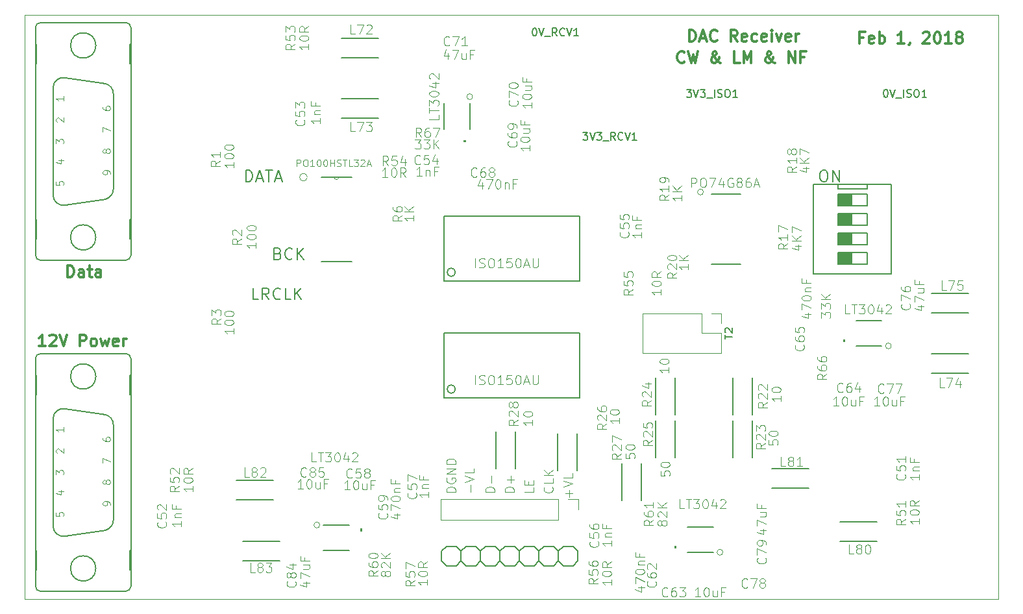
<source format=gto>
G04 #@! TF.GenerationSoftware,KiCad,Pcbnew,(2018-01-07 revision 6cee19d37)-makepkg*
G04 #@! TF.CreationDate,2018-01-30T19:24:48-07:00*
G04 #@! TF.ProjectId,Copper Receiver Module,436F7070657220526563656976657220,0.1*
G04 #@! TF.SameCoordinates,Original*
G04 #@! TF.FileFunction,Legend,Top*
G04 #@! TF.FilePolarity,Positive*
%FSLAX46Y46*%
G04 Gerber Fmt 4.6, Leading zero omitted, Abs format (unit mm)*
G04 Created by KiCad (PCBNEW (2018-01-07 revision 6cee19d37)-makepkg) date 01/30/18 19:24:48*
%MOMM*%
%LPD*%
G01*
G04 APERTURE LIST*
%ADD10C,0.127000*%
%ADD11C,0.300000*%
%ADD12C,0.100000*%
%ADD13C,0.152400*%
%ADD14C,0.150000*%
%ADD15C,0.120000*%
%ADD16C,0.101600*%
%ADD17C,0.118872*%
%ADD18C,0.076200*%
G04 APERTURE END LIST*
D10*
X167600428Y-71060571D02*
X167886142Y-71060571D01*
X168029000Y-71132000D01*
X168171857Y-71274857D01*
X168243285Y-71560571D01*
X168243285Y-72060571D01*
X168171857Y-72346285D01*
X168029000Y-72489142D01*
X167886142Y-72560571D01*
X167600428Y-72560571D01*
X167457571Y-72489142D01*
X167314714Y-72346285D01*
X167243285Y-72060571D01*
X167243285Y-71560571D01*
X167314714Y-71274857D01*
X167457571Y-71132000D01*
X167600428Y-71060571D01*
X168886142Y-72560571D02*
X168886142Y-71060571D01*
X169743285Y-72560571D01*
X169743285Y-71060571D01*
X96524142Y-81934857D02*
X96738428Y-82006285D01*
X96809857Y-82077714D01*
X96881285Y-82220571D01*
X96881285Y-82434857D01*
X96809857Y-82577714D01*
X96738428Y-82649142D01*
X96595571Y-82720571D01*
X96024142Y-82720571D01*
X96024142Y-81220571D01*
X96524142Y-81220571D01*
X96667000Y-81292000D01*
X96738428Y-81363428D01*
X96809857Y-81506285D01*
X96809857Y-81649142D01*
X96738428Y-81792000D01*
X96667000Y-81863428D01*
X96524142Y-81934857D01*
X96024142Y-81934857D01*
X98381285Y-82577714D02*
X98309857Y-82649142D01*
X98095571Y-82720571D01*
X97952714Y-82720571D01*
X97738428Y-82649142D01*
X97595571Y-82506285D01*
X97524142Y-82363428D01*
X97452714Y-82077714D01*
X97452714Y-81863428D01*
X97524142Y-81577714D01*
X97595571Y-81434857D01*
X97738428Y-81292000D01*
X97952714Y-81220571D01*
X98095571Y-81220571D01*
X98309857Y-81292000D01*
X98381285Y-81363428D01*
X99024142Y-82720571D02*
X99024142Y-81220571D01*
X99881285Y-82720571D02*
X99238428Y-81863428D01*
X99881285Y-81220571D02*
X99024142Y-82077714D01*
X92365000Y-72560571D02*
X92365000Y-71060571D01*
X92722142Y-71060571D01*
X92936428Y-71132000D01*
X93079285Y-71274857D01*
X93150714Y-71417714D01*
X93222142Y-71703428D01*
X93222142Y-71917714D01*
X93150714Y-72203428D01*
X93079285Y-72346285D01*
X92936428Y-72489142D01*
X92722142Y-72560571D01*
X92365000Y-72560571D01*
X93793571Y-72132000D02*
X94507857Y-72132000D01*
X93650714Y-72560571D02*
X94150714Y-71060571D01*
X94650714Y-72560571D01*
X94936428Y-71060571D02*
X95793571Y-71060571D01*
X95365000Y-72560571D02*
X95365000Y-71060571D01*
X96222142Y-72132000D02*
X96936428Y-72132000D01*
X96079285Y-72560571D02*
X96579285Y-71060571D01*
X97079285Y-72560571D01*
X94000142Y-87927571D02*
X93285857Y-87927571D01*
X93285857Y-86427571D01*
X95357285Y-87927571D02*
X94857285Y-87213285D01*
X94500142Y-87927571D02*
X94500142Y-86427571D01*
X95071571Y-86427571D01*
X95214428Y-86499000D01*
X95285857Y-86570428D01*
X95357285Y-86713285D01*
X95357285Y-86927571D01*
X95285857Y-87070428D01*
X95214428Y-87141857D01*
X95071571Y-87213285D01*
X94500142Y-87213285D01*
X96857285Y-87784714D02*
X96785857Y-87856142D01*
X96571571Y-87927571D01*
X96428714Y-87927571D01*
X96214428Y-87856142D01*
X96071571Y-87713285D01*
X96000142Y-87570428D01*
X95928714Y-87284714D01*
X95928714Y-87070428D01*
X96000142Y-86784714D01*
X96071571Y-86641857D01*
X96214428Y-86499000D01*
X96428714Y-86427571D01*
X96571571Y-86427571D01*
X96785857Y-86499000D01*
X96857285Y-86570428D01*
X98214428Y-87927571D02*
X97500142Y-87927571D01*
X97500142Y-86427571D01*
X98714428Y-87927571D02*
X98714428Y-86427571D01*
X99571571Y-87927571D02*
X98928714Y-87070428D01*
X99571571Y-86427571D02*
X98714428Y-87284714D01*
D11*
X69068428Y-85006571D02*
X69068428Y-83506571D01*
X69425571Y-83506571D01*
X69639857Y-83578000D01*
X69782714Y-83720857D01*
X69854142Y-83863714D01*
X69925571Y-84149428D01*
X69925571Y-84363714D01*
X69854142Y-84649428D01*
X69782714Y-84792285D01*
X69639857Y-84935142D01*
X69425571Y-85006571D01*
X69068428Y-85006571D01*
X71211285Y-85006571D02*
X71211285Y-84220857D01*
X71139857Y-84078000D01*
X70997000Y-84006571D01*
X70711285Y-84006571D01*
X70568428Y-84078000D01*
X71211285Y-84935142D02*
X71068428Y-85006571D01*
X70711285Y-85006571D01*
X70568428Y-84935142D01*
X70497000Y-84792285D01*
X70497000Y-84649428D01*
X70568428Y-84506571D01*
X70711285Y-84435142D01*
X71068428Y-84435142D01*
X71211285Y-84363714D01*
X71711285Y-84006571D02*
X72282714Y-84006571D01*
X71925571Y-83506571D02*
X71925571Y-84792285D01*
X71997000Y-84935142D01*
X72139857Y-85006571D01*
X72282714Y-85006571D01*
X73425571Y-85006571D02*
X73425571Y-84220857D01*
X73354142Y-84078000D01*
X73211285Y-84006571D01*
X72925571Y-84006571D01*
X72782714Y-84078000D01*
X73425571Y-84935142D02*
X73282714Y-85006571D01*
X72925571Y-85006571D01*
X72782714Y-84935142D01*
X72711285Y-84792285D01*
X72711285Y-84649428D01*
X72782714Y-84506571D01*
X72925571Y-84435142D01*
X73282714Y-84435142D01*
X73425571Y-84363714D01*
X66171571Y-94023571D02*
X65314428Y-94023571D01*
X65743000Y-94023571D02*
X65743000Y-92523571D01*
X65600142Y-92737857D01*
X65457285Y-92880714D01*
X65314428Y-92952142D01*
X66743000Y-92666428D02*
X66814428Y-92595000D01*
X66957285Y-92523571D01*
X67314428Y-92523571D01*
X67457285Y-92595000D01*
X67528714Y-92666428D01*
X67600142Y-92809285D01*
X67600142Y-92952142D01*
X67528714Y-93166428D01*
X66671571Y-94023571D01*
X67600142Y-94023571D01*
X68028714Y-92523571D02*
X68528714Y-94023571D01*
X69028714Y-92523571D01*
X70671571Y-94023571D02*
X70671571Y-92523571D01*
X71243000Y-92523571D01*
X71385857Y-92595000D01*
X71457285Y-92666428D01*
X71528714Y-92809285D01*
X71528714Y-93023571D01*
X71457285Y-93166428D01*
X71385857Y-93237857D01*
X71243000Y-93309285D01*
X70671571Y-93309285D01*
X72385857Y-94023571D02*
X72243000Y-93952142D01*
X72171571Y-93880714D01*
X72100142Y-93737857D01*
X72100142Y-93309285D01*
X72171571Y-93166428D01*
X72243000Y-93095000D01*
X72385857Y-93023571D01*
X72600142Y-93023571D01*
X72743000Y-93095000D01*
X72814428Y-93166428D01*
X72885857Y-93309285D01*
X72885857Y-93737857D01*
X72814428Y-93880714D01*
X72743000Y-93952142D01*
X72600142Y-94023571D01*
X72385857Y-94023571D01*
X73385857Y-93023571D02*
X73671571Y-94023571D01*
X73957285Y-93309285D01*
X74243000Y-94023571D01*
X74528714Y-93023571D01*
X75671571Y-93952142D02*
X75528714Y-94023571D01*
X75243000Y-94023571D01*
X75100142Y-93952142D01*
X75028714Y-93809285D01*
X75028714Y-93237857D01*
X75100142Y-93095000D01*
X75243000Y-93023571D01*
X75528714Y-93023571D01*
X75671571Y-93095000D01*
X75743000Y-93237857D01*
X75743000Y-93380714D01*
X75028714Y-93523571D01*
X76385857Y-94023571D02*
X76385857Y-93023571D01*
X76385857Y-93309285D02*
X76457285Y-93166428D01*
X76528714Y-93095000D01*
X76671571Y-93023571D01*
X76814428Y-93023571D01*
X172891428Y-53740857D02*
X172391428Y-53740857D01*
X172391428Y-54526571D02*
X172391428Y-53026571D01*
X173105714Y-53026571D01*
X174248571Y-54455142D02*
X174105714Y-54526571D01*
X173820000Y-54526571D01*
X173677142Y-54455142D01*
X173605714Y-54312285D01*
X173605714Y-53740857D01*
X173677142Y-53598000D01*
X173820000Y-53526571D01*
X174105714Y-53526571D01*
X174248571Y-53598000D01*
X174320000Y-53740857D01*
X174320000Y-53883714D01*
X173605714Y-54026571D01*
X174962857Y-54526571D02*
X174962857Y-53026571D01*
X174962857Y-53598000D02*
X175105714Y-53526571D01*
X175391428Y-53526571D01*
X175534285Y-53598000D01*
X175605714Y-53669428D01*
X175677142Y-53812285D01*
X175677142Y-54240857D01*
X175605714Y-54383714D01*
X175534285Y-54455142D01*
X175391428Y-54526571D01*
X175105714Y-54526571D01*
X174962857Y-54455142D01*
X178248571Y-54526571D02*
X177391428Y-54526571D01*
X177820000Y-54526571D02*
X177820000Y-53026571D01*
X177677142Y-53240857D01*
X177534285Y-53383714D01*
X177391428Y-53455142D01*
X178962857Y-54455142D02*
X178962857Y-54526571D01*
X178891428Y-54669428D01*
X178820000Y-54740857D01*
X180677142Y-53169428D02*
X180748571Y-53098000D01*
X180891428Y-53026571D01*
X181248571Y-53026571D01*
X181391428Y-53098000D01*
X181462857Y-53169428D01*
X181534285Y-53312285D01*
X181534285Y-53455142D01*
X181462857Y-53669428D01*
X180605714Y-54526571D01*
X181534285Y-54526571D01*
X182462857Y-53026571D02*
X182605714Y-53026571D01*
X182748571Y-53098000D01*
X182820000Y-53169428D01*
X182891428Y-53312285D01*
X182962857Y-53598000D01*
X182962857Y-53955142D01*
X182891428Y-54240857D01*
X182820000Y-54383714D01*
X182748571Y-54455142D01*
X182605714Y-54526571D01*
X182462857Y-54526571D01*
X182320000Y-54455142D01*
X182248571Y-54383714D01*
X182177142Y-54240857D01*
X182105714Y-53955142D01*
X182105714Y-53598000D01*
X182177142Y-53312285D01*
X182248571Y-53169428D01*
X182320000Y-53098000D01*
X182462857Y-53026571D01*
X184391428Y-54526571D02*
X183534285Y-54526571D01*
X183962857Y-54526571D02*
X183962857Y-53026571D01*
X183820000Y-53240857D01*
X183677142Y-53383714D01*
X183534285Y-53455142D01*
X185248571Y-53669428D02*
X185105714Y-53598000D01*
X185034285Y-53526571D01*
X184962857Y-53383714D01*
X184962857Y-53312285D01*
X185034285Y-53169428D01*
X185105714Y-53098000D01*
X185248571Y-53026571D01*
X185534285Y-53026571D01*
X185677142Y-53098000D01*
X185748571Y-53169428D01*
X185820000Y-53312285D01*
X185820000Y-53383714D01*
X185748571Y-53526571D01*
X185677142Y-53598000D01*
X185534285Y-53669428D01*
X185248571Y-53669428D01*
X185105714Y-53740857D01*
X185034285Y-53812285D01*
X184962857Y-53955142D01*
X184962857Y-54240857D01*
X185034285Y-54383714D01*
X185105714Y-54455142D01*
X185248571Y-54526571D01*
X185534285Y-54526571D01*
X185677142Y-54455142D01*
X185748571Y-54383714D01*
X185820000Y-54240857D01*
X185820000Y-53955142D01*
X185748571Y-53812285D01*
X185677142Y-53740857D01*
X185534285Y-53669428D01*
X149543428Y-56923714D02*
X149472000Y-56995142D01*
X149257714Y-57066571D01*
X149114857Y-57066571D01*
X148900571Y-56995142D01*
X148757714Y-56852285D01*
X148686285Y-56709428D01*
X148614857Y-56423714D01*
X148614857Y-56209428D01*
X148686285Y-55923714D01*
X148757714Y-55780857D01*
X148900571Y-55638000D01*
X149114857Y-55566571D01*
X149257714Y-55566571D01*
X149472000Y-55638000D01*
X149543428Y-55709428D01*
X150043428Y-55566571D02*
X150400571Y-57066571D01*
X150686285Y-55995142D01*
X150972000Y-57066571D01*
X151329142Y-55566571D01*
X154257714Y-57066571D02*
X154186285Y-57066571D01*
X154043428Y-56995142D01*
X153829142Y-56780857D01*
X153472000Y-56352285D01*
X153329142Y-56138000D01*
X153257714Y-55923714D01*
X153257714Y-55780857D01*
X153329142Y-55638000D01*
X153472000Y-55566571D01*
X153543428Y-55566571D01*
X153686285Y-55638000D01*
X153757714Y-55780857D01*
X153757714Y-55852285D01*
X153686285Y-55995142D01*
X153614857Y-56066571D01*
X153186285Y-56352285D01*
X153114857Y-56423714D01*
X153043428Y-56566571D01*
X153043428Y-56780857D01*
X153114857Y-56923714D01*
X153186285Y-56995142D01*
X153329142Y-57066571D01*
X153543428Y-57066571D01*
X153686285Y-56995142D01*
X153757714Y-56923714D01*
X153972000Y-56638000D01*
X154043428Y-56423714D01*
X154043428Y-56280857D01*
X156757714Y-57066571D02*
X156043428Y-57066571D01*
X156043428Y-55566571D01*
X157257714Y-57066571D02*
X157257714Y-55566571D01*
X157757714Y-56638000D01*
X158257714Y-55566571D01*
X158257714Y-57066571D01*
X161329142Y-57066571D02*
X161257714Y-57066571D01*
X161114857Y-56995142D01*
X160900571Y-56780857D01*
X160543428Y-56352285D01*
X160400571Y-56138000D01*
X160329142Y-55923714D01*
X160329142Y-55780857D01*
X160400571Y-55638000D01*
X160543428Y-55566571D01*
X160614857Y-55566571D01*
X160757714Y-55638000D01*
X160829142Y-55780857D01*
X160829142Y-55852285D01*
X160757714Y-55995142D01*
X160686285Y-56066571D01*
X160257714Y-56352285D01*
X160186285Y-56423714D01*
X160114857Y-56566571D01*
X160114857Y-56780857D01*
X160186285Y-56923714D01*
X160257714Y-56995142D01*
X160400571Y-57066571D01*
X160614857Y-57066571D01*
X160757714Y-56995142D01*
X160829142Y-56923714D01*
X161043428Y-56638000D01*
X161114857Y-56423714D01*
X161114857Y-56280857D01*
X163114857Y-57066571D02*
X163114857Y-55566571D01*
X163972000Y-57066571D01*
X163972000Y-55566571D01*
X165186285Y-56280857D02*
X164686285Y-56280857D01*
X164686285Y-57066571D02*
X164686285Y-55566571D01*
X165400571Y-55566571D01*
X150154571Y-54272571D02*
X150154571Y-52772571D01*
X150511714Y-52772571D01*
X150726000Y-52844000D01*
X150868857Y-52986857D01*
X150940285Y-53129714D01*
X151011714Y-53415428D01*
X151011714Y-53629714D01*
X150940285Y-53915428D01*
X150868857Y-54058285D01*
X150726000Y-54201142D01*
X150511714Y-54272571D01*
X150154571Y-54272571D01*
X151583142Y-53844000D02*
X152297428Y-53844000D01*
X151440285Y-54272571D02*
X151940285Y-52772571D01*
X152440285Y-54272571D01*
X153797428Y-54129714D02*
X153726000Y-54201142D01*
X153511714Y-54272571D01*
X153368857Y-54272571D01*
X153154571Y-54201142D01*
X153011714Y-54058285D01*
X152940285Y-53915428D01*
X152868857Y-53629714D01*
X152868857Y-53415428D01*
X152940285Y-53129714D01*
X153011714Y-52986857D01*
X153154571Y-52844000D01*
X153368857Y-52772571D01*
X153511714Y-52772571D01*
X153726000Y-52844000D01*
X153797428Y-52915428D01*
X156440285Y-54272571D02*
X155940285Y-53558285D01*
X155583142Y-54272571D02*
X155583142Y-52772571D01*
X156154571Y-52772571D01*
X156297428Y-52844000D01*
X156368857Y-52915428D01*
X156440285Y-53058285D01*
X156440285Y-53272571D01*
X156368857Y-53415428D01*
X156297428Y-53486857D01*
X156154571Y-53558285D01*
X155583142Y-53558285D01*
X157654571Y-54201142D02*
X157511714Y-54272571D01*
X157226000Y-54272571D01*
X157083142Y-54201142D01*
X157011714Y-54058285D01*
X157011714Y-53486857D01*
X157083142Y-53344000D01*
X157226000Y-53272571D01*
X157511714Y-53272571D01*
X157654571Y-53344000D01*
X157726000Y-53486857D01*
X157726000Y-53629714D01*
X157011714Y-53772571D01*
X159011714Y-54201142D02*
X158868857Y-54272571D01*
X158583142Y-54272571D01*
X158440285Y-54201142D01*
X158368857Y-54129714D01*
X158297428Y-53986857D01*
X158297428Y-53558285D01*
X158368857Y-53415428D01*
X158440285Y-53344000D01*
X158583142Y-53272571D01*
X158868857Y-53272571D01*
X159011714Y-53344000D01*
X160226000Y-54201142D02*
X160083142Y-54272571D01*
X159797428Y-54272571D01*
X159654571Y-54201142D01*
X159583142Y-54058285D01*
X159583142Y-53486857D01*
X159654571Y-53344000D01*
X159797428Y-53272571D01*
X160083142Y-53272571D01*
X160226000Y-53344000D01*
X160297428Y-53486857D01*
X160297428Y-53629714D01*
X159583142Y-53772571D01*
X160940285Y-54272571D02*
X160940285Y-53272571D01*
X160940285Y-52772571D02*
X160868857Y-52844000D01*
X160940285Y-52915428D01*
X161011714Y-52844000D01*
X160940285Y-52772571D01*
X160940285Y-52915428D01*
X161511714Y-53272571D02*
X161868857Y-54272571D01*
X162226000Y-53272571D01*
X163368857Y-54201142D02*
X163226000Y-54272571D01*
X162940285Y-54272571D01*
X162797428Y-54201142D01*
X162726000Y-54058285D01*
X162726000Y-53486857D01*
X162797428Y-53344000D01*
X162940285Y-53272571D01*
X163226000Y-53272571D01*
X163368857Y-53344000D01*
X163440285Y-53486857D01*
X163440285Y-53629714D01*
X162726000Y-53772571D01*
X164083142Y-54272571D02*
X164083142Y-53272571D01*
X164083142Y-53558285D02*
X164154571Y-53415428D01*
X164226000Y-53344000D01*
X164368857Y-53272571D01*
X164511714Y-53272571D01*
D12*
X190500000Y-50800000D02*
X63500000Y-50800000D01*
X190500000Y-127000000D02*
X190500000Y-50800000D01*
X63500000Y-127000000D02*
X190500000Y-127000000D01*
X63500000Y-50800000D02*
X63500000Y-127000000D01*
D13*
X135001000Y-122682000D02*
X133731000Y-122682000D01*
X133096000Y-122047000D02*
X133731000Y-122682000D01*
X133731000Y-120142000D02*
X133096000Y-120777000D01*
X135636000Y-122047000D02*
X135001000Y-122682000D01*
X135636000Y-120777000D02*
X135636000Y-122047000D01*
X135001000Y-120142000D02*
X135636000Y-120777000D01*
X133731000Y-120142000D02*
X135001000Y-120142000D01*
X119761000Y-122682000D02*
X118491000Y-122682000D01*
X117856000Y-122047000D02*
X118491000Y-122682000D01*
X118491000Y-120142000D02*
X117856000Y-120777000D01*
X117856000Y-120777000D02*
X117856000Y-122047000D01*
X121031000Y-122682000D02*
X120396000Y-122047000D01*
X122301000Y-122682000D02*
X121031000Y-122682000D01*
X122936000Y-122047000D02*
X122301000Y-122682000D01*
X122936000Y-120777000D02*
X122936000Y-122047000D01*
X122301000Y-120142000D02*
X122936000Y-120777000D01*
X121031000Y-120142000D02*
X122301000Y-120142000D01*
X120396000Y-120777000D02*
X121031000Y-120142000D01*
X120396000Y-122047000D02*
X119761000Y-122682000D01*
X120396000Y-120777000D02*
X120396000Y-122047000D01*
X119761000Y-120142000D02*
X120396000Y-120777000D01*
X118491000Y-120142000D02*
X119761000Y-120142000D01*
X127381000Y-122682000D02*
X126111000Y-122682000D01*
X125476000Y-122047000D02*
X126111000Y-122682000D01*
X126111000Y-120142000D02*
X125476000Y-120777000D01*
X123571000Y-122682000D02*
X122936000Y-122047000D01*
X124841000Y-122682000D02*
X123571000Y-122682000D01*
X125476000Y-122047000D02*
X124841000Y-122682000D01*
X125476000Y-120777000D02*
X125476000Y-122047000D01*
X124841000Y-120142000D02*
X125476000Y-120777000D01*
X123571000Y-120142000D02*
X124841000Y-120142000D01*
X122936000Y-120777000D02*
X123571000Y-120142000D01*
X128651000Y-122682000D02*
X128016000Y-122047000D01*
X129921000Y-122682000D02*
X128651000Y-122682000D01*
X130556000Y-122047000D02*
X129921000Y-122682000D01*
X130556000Y-120777000D02*
X130556000Y-122047000D01*
X129921000Y-120142000D02*
X130556000Y-120777000D01*
X128651000Y-120142000D02*
X129921000Y-120142000D01*
X128016000Y-120777000D02*
X128651000Y-120142000D01*
X128016000Y-122047000D02*
X127381000Y-122682000D01*
X128016000Y-120777000D02*
X128016000Y-122047000D01*
X127381000Y-120142000D02*
X128016000Y-120777000D01*
X126111000Y-120142000D02*
X127381000Y-120142000D01*
X131191000Y-122682000D02*
X130556000Y-122047000D01*
X132461000Y-122682000D02*
X131191000Y-122682000D01*
X133096000Y-122047000D02*
X132461000Y-122682000D01*
X133096000Y-120777000D02*
X133096000Y-122047000D01*
X132461000Y-120142000D02*
X133096000Y-120777000D01*
X131191000Y-120142000D02*
X132461000Y-120142000D01*
X130556000Y-120777000D02*
X131191000Y-120142000D01*
D14*
X127508000Y-105156000D02*
X127508000Y-109982000D01*
X124968000Y-105156000D02*
X124968000Y-109982000D01*
X155829000Y-102997000D02*
X155829000Y-98171000D01*
X158369000Y-102997000D02*
X158369000Y-98171000D01*
X145796000Y-102997000D02*
X145796000Y-98171000D01*
X148336000Y-102997000D02*
X148336000Y-98171000D01*
X132969000Y-110236000D02*
X132969000Y-105410000D01*
X135509000Y-110236000D02*
X135509000Y-105410000D01*
X141351000Y-114173000D02*
X141351000Y-109347000D01*
X143891000Y-114173000D02*
X143891000Y-109347000D01*
X155829000Y-108585000D02*
X155829000Y-103759000D01*
X158369000Y-108585000D02*
X158369000Y-103759000D01*
X145796000Y-108585000D02*
X145796000Y-103759000D01*
X148336000Y-108585000D02*
X148336000Y-103759000D01*
X104775000Y-53848000D02*
X109601000Y-53848000D01*
X104775000Y-56388000D02*
X109601000Y-56388000D01*
X104775000Y-61722000D02*
X109601000Y-61722000D01*
X104775000Y-64262000D02*
X109601000Y-64262000D01*
X186563000Y-97536000D02*
X181737000Y-97536000D01*
X186563000Y-94996000D02*
X181737000Y-94996000D01*
X186563000Y-89662000D02*
X181737000Y-89662000D01*
X186563000Y-87122000D02*
X181737000Y-87122000D01*
X174625000Y-119507000D02*
X169799000Y-119507000D01*
X174625000Y-116967000D02*
X169799000Y-116967000D01*
X165735000Y-112522000D02*
X160909000Y-112522000D01*
X165735000Y-109982000D02*
X160909000Y-109982000D01*
X91059000Y-111506000D02*
X95885000Y-111506000D01*
X91059000Y-114046000D02*
X95885000Y-114046000D01*
X91948000Y-119507000D02*
X96774000Y-119507000D01*
X91948000Y-122047000D02*
X96774000Y-122047000D01*
D12*
G36*
X169545000Y-81788000D02*
X169545000Y-83312000D01*
X171450000Y-83312000D01*
X171450000Y-81788000D01*
X169545000Y-81788000D01*
G37*
G36*
X169545000Y-79248000D02*
X169545000Y-80772000D01*
X171450000Y-80772000D01*
X171450000Y-79248000D01*
X169545000Y-79248000D01*
G37*
G36*
X169545000Y-76708000D02*
X169545000Y-78232000D01*
X171450000Y-78232000D01*
X171450000Y-76708000D01*
X169545000Y-76708000D01*
G37*
G36*
X169545000Y-74168000D02*
X169545000Y-75692000D01*
X171450000Y-75692000D01*
X171450000Y-74168000D01*
X169545000Y-74168000D01*
G37*
D13*
X169545000Y-72898000D02*
X169545000Y-73533000D01*
X169545000Y-73533000D02*
X173355000Y-73533000D01*
X173355000Y-72898000D02*
X173355000Y-73533000D01*
X169545000Y-75692000D02*
X169545000Y-74168000D01*
X169545000Y-75692000D02*
X173355000Y-75692000D01*
X173355000Y-74168000D02*
X173355000Y-75692000D01*
X173355000Y-74168000D02*
X169545000Y-74168000D01*
X169545000Y-78232000D02*
X169545000Y-76708000D01*
X169545000Y-78232000D02*
X173355000Y-78232000D01*
X173355000Y-76708000D02*
X173355000Y-78232000D01*
X173355000Y-76708000D02*
X169545000Y-76708000D01*
X169545000Y-80772000D02*
X169545000Y-79248000D01*
X169545000Y-80772000D02*
X173355000Y-80772000D01*
X173355000Y-79248000D02*
X173355000Y-80772000D01*
X173355000Y-79248000D02*
X169545000Y-79248000D01*
X169545000Y-83312000D02*
X169545000Y-81788000D01*
X169545000Y-83312000D02*
X173355000Y-83312000D01*
X173355000Y-81788000D02*
X173355000Y-83312000D01*
X173355000Y-81788000D02*
X169545000Y-81788000D01*
X166370000Y-84582000D02*
X176530000Y-84582000D01*
X169545000Y-72898000D02*
X166370000Y-72898000D01*
X173355000Y-72898000D02*
X169545000Y-72898000D01*
X176530000Y-72898000D02*
X173355000Y-72898000D01*
X176530000Y-84582000D02*
X176530000Y-72898000D01*
X166370000Y-72898000D02*
X166370000Y-84582000D01*
D15*
X144085000Y-89729000D02*
X144085000Y-94929000D01*
X151765000Y-89729000D02*
X144085000Y-89729000D01*
X154365000Y-94929000D02*
X144085000Y-94929000D01*
X151765000Y-89729000D02*
X151765000Y-92329000D01*
X151765000Y-92329000D02*
X154365000Y-92329000D01*
X154365000Y-92329000D02*
X154365000Y-94929000D01*
X153035000Y-89729000D02*
X154365000Y-89729000D01*
X154365000Y-89729000D02*
X154365000Y-91059000D01*
D13*
X72771000Y-97967800D02*
G75*
G03X72771000Y-97967800I-1651000J0D01*
G01*
X72771000Y-123012200D02*
G75*
G03X72771000Y-123012200I-1651000J0D01*
G01*
X64897000Y-120650000D02*
X64897000Y-123190000D01*
X65024000Y-120650000D02*
X64897000Y-120650000D01*
X65024000Y-123190000D02*
X65024000Y-120650000D01*
X64897000Y-123190000D02*
X64897000Y-125349000D01*
X64897000Y-123190000D02*
X65024000Y-123190000D01*
X64897000Y-97790000D02*
X64897000Y-100330000D01*
X65024000Y-97790000D02*
X64897000Y-97790000D01*
X65024000Y-100330000D02*
X65024000Y-97790000D01*
X64897000Y-100330000D02*
X64897000Y-120650000D01*
X64897000Y-100330000D02*
X65024000Y-100330000D01*
X77343000Y-97790000D02*
X77343000Y-95631000D01*
X77216000Y-97790000D02*
X77343000Y-97790000D01*
X77216000Y-100330000D02*
X77216000Y-97790000D01*
X77343000Y-100330000D02*
X77343000Y-97790000D01*
X77343000Y-100330000D02*
X77216000Y-100330000D01*
X64897000Y-125349000D02*
G75*
G03X65532000Y-125984000I635000J0D01*
G01*
X65532000Y-125984000D02*
X76708000Y-125984000D01*
X65532000Y-94996000D02*
G75*
G03X64897000Y-95631000I0J-635000D01*
G01*
X65532000Y-94996000D02*
X76708000Y-94996000D01*
X64897000Y-95631000D02*
X64897000Y-97790000D01*
X76708000Y-94996000D02*
G75*
G02X77343000Y-95631000I0J-635000D01*
G01*
X77343000Y-125349000D02*
G75*
G02X76708000Y-125984000I-635000J0D01*
G01*
X77343000Y-125349000D02*
X77343000Y-123190000D01*
X77343000Y-120650000D02*
X77343000Y-100330000D01*
X77216000Y-120650000D02*
X77343000Y-120650000D01*
X77216000Y-123190000D02*
X77216000Y-120650000D01*
X77343000Y-123190000D02*
X77343000Y-120650000D01*
X77343000Y-123190000D02*
X77216000Y-123190000D01*
X75057000Y-116713000D02*
X75057000Y-104267000D01*
X75057000Y-116713000D02*
G75*
G02X74049500Y-118015900I-1346200J-4D01*
G01*
X67183000Y-117475000D02*
G75*
G03X68793200Y-118795100I1346233J0D01*
G01*
X67183000Y-117475000D02*
X67183000Y-103505000D01*
X68808600Y-102184200D02*
X74041000Y-102971600D01*
X68816202Y-102189501D02*
G75*
G03X67183000Y-103505000I-286801J-1315500D01*
G01*
X74024999Y-102958299D02*
G75*
G02X75057000Y-104267000I-314200J-1309021D01*
G01*
X74066400Y-118008400D02*
X68783200Y-118795800D01*
X72771000Y-54787800D02*
G75*
G03X72771000Y-54787800I-1651000J0D01*
G01*
X72771000Y-79832200D02*
G75*
G03X72771000Y-79832200I-1651000J0D01*
G01*
X64897000Y-77470000D02*
X64897000Y-80010000D01*
X65024000Y-77470000D02*
X64897000Y-77470000D01*
X65024000Y-80010000D02*
X65024000Y-77470000D01*
X64897000Y-80010000D02*
X64897000Y-82169000D01*
X64897000Y-80010000D02*
X65024000Y-80010000D01*
X64897000Y-54610000D02*
X64897000Y-57150000D01*
X65024000Y-54610000D02*
X64897000Y-54610000D01*
X65024000Y-57150000D02*
X65024000Y-54610000D01*
X64897000Y-57150000D02*
X64897000Y-77470000D01*
X64897000Y-57150000D02*
X65024000Y-57150000D01*
X77343000Y-54610000D02*
X77343000Y-52451000D01*
X77216000Y-54610000D02*
X77343000Y-54610000D01*
X77216000Y-57150000D02*
X77216000Y-54610000D01*
X77343000Y-57150000D02*
X77343000Y-54610000D01*
X77343000Y-57150000D02*
X77216000Y-57150000D01*
X64897000Y-82169000D02*
G75*
G03X65532000Y-82804000I635000J0D01*
G01*
X65532000Y-82804000D02*
X76708000Y-82804000D01*
X65532000Y-51816000D02*
G75*
G03X64897000Y-52451000I0J-635000D01*
G01*
X65532000Y-51816000D02*
X76708000Y-51816000D01*
X64897000Y-52451000D02*
X64897000Y-54610000D01*
X76708000Y-51816000D02*
G75*
G02X77343000Y-52451000I0J-635000D01*
G01*
X77343000Y-82169000D02*
G75*
G02X76708000Y-82804000I-635000J0D01*
G01*
X77343000Y-82169000D02*
X77343000Y-80010000D01*
X77343000Y-77470000D02*
X77343000Y-57150000D01*
X77216000Y-77470000D02*
X77343000Y-77470000D01*
X77216000Y-80010000D02*
X77216000Y-77470000D01*
X77343000Y-80010000D02*
X77343000Y-77470000D01*
X77343000Y-80010000D02*
X77216000Y-80010000D01*
X75057000Y-73533000D02*
X75057000Y-61087000D01*
X75057000Y-73533000D02*
G75*
G02X74049500Y-74835900I-1346200J-4D01*
G01*
X67183000Y-74295000D02*
G75*
G03X68793200Y-75615100I1346233J0D01*
G01*
X67183000Y-74295000D02*
X67183000Y-60325000D01*
X68808600Y-59004200D02*
X74041000Y-59791600D01*
X68816202Y-59009501D02*
G75*
G03X67183000Y-60325000I-286801J-1315500D01*
G01*
X74024999Y-59778299D02*
G75*
G02X75057000Y-61087000I-314200J-1309021D01*
G01*
X74066400Y-74828400D02*
X68783200Y-75615800D01*
D12*
X121920000Y-61468000D02*
G75*
G03X121920000Y-61468000I-381000J0D01*
G01*
G36*
X121079259Y-67398900D02*
X120698259Y-67398900D01*
X120698259Y-67144900D01*
X121079259Y-67144900D01*
X121079259Y-67398900D01*
G37*
D13*
X121564400Y-65684400D02*
X121564400Y-62331600D01*
X118211600Y-62331600D02*
X118211600Y-65684400D01*
D12*
X154559000Y-120904000D02*
G75*
G03X154559000Y-120904000I-381000J0D01*
G01*
G36*
X148247100Y-120444259D02*
X148247100Y-120063259D01*
X148501100Y-120063259D01*
X148501100Y-120444259D01*
X148247100Y-120444259D01*
G37*
D13*
X149961600Y-120929400D02*
X153314400Y-120929400D01*
X153314400Y-117576600D02*
X149961600Y-117576600D01*
D12*
X101981000Y-117348000D02*
G75*
G03X101981000Y-117348000I-381000J0D01*
G01*
G36*
X107530900Y-117807741D02*
X107530900Y-118188741D01*
X107276900Y-118188741D01*
X107276900Y-117807741D01*
X107530900Y-117807741D01*
G37*
D13*
X105816400Y-117322600D02*
X102463600Y-117322600D01*
X102463600Y-120675400D02*
X105816400Y-120675400D01*
D12*
X176530000Y-93980000D02*
G75*
G03X176530000Y-93980000I-381000J0D01*
G01*
G36*
X170218100Y-93520259D02*
X170218100Y-93139259D01*
X170472100Y-93139259D01*
X170472100Y-93520259D01*
X170218100Y-93520259D01*
G37*
D13*
X171932600Y-94005400D02*
X175285400Y-94005400D01*
X175285400Y-90652600D02*
X171932600Y-90652600D01*
D12*
X100340000Y-71970000D02*
G75*
G03X100340000Y-71970000I-500000J0D01*
G01*
X103847600Y-71970000D02*
G75*
G03X104457200Y-71970000I304800J0D01*
G01*
D13*
X103847600Y-71970000D02*
X102140000Y-71970000D01*
X104457200Y-71970000D02*
X103847600Y-71970000D01*
X106140000Y-71970000D02*
X104457200Y-71970000D01*
X102140000Y-82970000D02*
X106140000Y-82970000D01*
D10*
X156845000Y-83312000D02*
X153035000Y-83312000D01*
X156845000Y-74168000D02*
X153035000Y-74168000D01*
D12*
X152019000Y-73914000D02*
G75*
G03X152019000Y-73914000I-381000J0D01*
G01*
D13*
X119659400Y-84378800D02*
G75*
G03X119659400Y-84378800I-533400J0D01*
G01*
X118186000Y-77032000D02*
X118186000Y-85528000D01*
X135839000Y-77032000D02*
X118186000Y-77032000D01*
X135839000Y-85528000D02*
X135839000Y-77032000D01*
X118186000Y-85528000D02*
X135839000Y-85528000D01*
X119659400Y-99618800D02*
G75*
G03X119659400Y-99618800I-533400J0D01*
G01*
X118186000Y-92272000D02*
X118186000Y-100768000D01*
X135839000Y-92272000D02*
X118186000Y-92272000D01*
X135839000Y-100768000D02*
X135839000Y-92272000D01*
X118186000Y-100768000D02*
X135839000Y-100768000D01*
D15*
X117796000Y-113986000D02*
X117796000Y-116646000D01*
X133096000Y-113986000D02*
X117796000Y-113986000D01*
X133096000Y-116646000D02*
X117796000Y-116646000D01*
X133096000Y-113986000D02*
X133096000Y-116646000D01*
X134366000Y-113986000D02*
X135696000Y-113986000D01*
X135696000Y-113986000D02*
X135696000Y-115316000D01*
D16*
X127589642Y-67283269D02*
X127647095Y-67340721D01*
X127704547Y-67513079D01*
X127704547Y-67627983D01*
X127647095Y-67800340D01*
X127532190Y-67915245D01*
X127417285Y-67972698D01*
X127187476Y-68030150D01*
X127015119Y-68030150D01*
X126785309Y-67972698D01*
X126670404Y-67915245D01*
X126555500Y-67800340D01*
X126498047Y-67627983D01*
X126498047Y-67513079D01*
X126555500Y-67340721D01*
X126612952Y-67283269D01*
X126498047Y-66249126D02*
X126498047Y-66478936D01*
X126555500Y-66593840D01*
X126612952Y-66651293D01*
X126785309Y-66766198D01*
X127015119Y-66823650D01*
X127474738Y-66823650D01*
X127589642Y-66766198D01*
X127647095Y-66708745D01*
X127704547Y-66593840D01*
X127704547Y-66364031D01*
X127647095Y-66249126D01*
X127589642Y-66191674D01*
X127474738Y-66134221D01*
X127187476Y-66134221D01*
X127072571Y-66191674D01*
X127015119Y-66249126D01*
X126957666Y-66364031D01*
X126957666Y-66593840D01*
X127015119Y-66708745D01*
X127072571Y-66766198D01*
X127187476Y-66823650D01*
X127704547Y-65559698D02*
X127704547Y-65329888D01*
X127647095Y-65214983D01*
X127589642Y-65157531D01*
X127417285Y-65042626D01*
X127187476Y-64985174D01*
X126727857Y-64985174D01*
X126612952Y-65042626D01*
X126555500Y-65100079D01*
X126498047Y-65214983D01*
X126498047Y-65444793D01*
X126555500Y-65559698D01*
X126612952Y-65617150D01*
X126727857Y-65674602D01*
X127015119Y-65674602D01*
X127130023Y-65617150D01*
X127187476Y-65559698D01*
X127244928Y-65444793D01*
X127244928Y-65214983D01*
X127187476Y-65100079D01*
X127130023Y-65042626D01*
X127015119Y-64985174D01*
X129355547Y-67848721D02*
X129355547Y-68538150D01*
X129355547Y-68193436D02*
X128149047Y-68193436D01*
X128321404Y-68308340D01*
X128436309Y-68423245D01*
X128493761Y-68538150D01*
X128149047Y-67101840D02*
X128149047Y-66986936D01*
X128206500Y-66872031D01*
X128263952Y-66814579D01*
X128378857Y-66757126D01*
X128608666Y-66699674D01*
X128895928Y-66699674D01*
X129125738Y-66757126D01*
X129240642Y-66814579D01*
X129298095Y-66872031D01*
X129355547Y-66986936D01*
X129355547Y-67101840D01*
X129298095Y-67216745D01*
X129240642Y-67274198D01*
X129125738Y-67331650D01*
X128895928Y-67389102D01*
X128608666Y-67389102D01*
X128378857Y-67331650D01*
X128263952Y-67274198D01*
X128206500Y-67216745D01*
X128149047Y-67101840D01*
X128551214Y-65665531D02*
X129355547Y-65665531D01*
X128551214Y-66182602D02*
X129183190Y-66182602D01*
X129298095Y-66125150D01*
X129355547Y-66010245D01*
X129355547Y-65837888D01*
X129298095Y-65722983D01*
X129240642Y-65665531D01*
X128723571Y-64688840D02*
X128723571Y-65091007D01*
X129355547Y-65091007D02*
X128149047Y-65091007D01*
X128149047Y-64516483D01*
X170206730Y-99903642D02*
X170149278Y-99961095D01*
X169976920Y-100018547D01*
X169862016Y-100018547D01*
X169689659Y-99961095D01*
X169574754Y-99846190D01*
X169517301Y-99731285D01*
X169459849Y-99501476D01*
X169459849Y-99329119D01*
X169517301Y-99099309D01*
X169574754Y-98984404D01*
X169689659Y-98869500D01*
X169862016Y-98812047D01*
X169976920Y-98812047D01*
X170149278Y-98869500D01*
X170206730Y-98926952D01*
X171240873Y-98812047D02*
X171011063Y-98812047D01*
X170896159Y-98869500D01*
X170838706Y-98926952D01*
X170723801Y-99099309D01*
X170666349Y-99329119D01*
X170666349Y-99788738D01*
X170723801Y-99903642D01*
X170781254Y-99961095D01*
X170896159Y-100018547D01*
X171125968Y-100018547D01*
X171240873Y-99961095D01*
X171298325Y-99903642D01*
X171355778Y-99788738D01*
X171355778Y-99501476D01*
X171298325Y-99386571D01*
X171240873Y-99329119D01*
X171125968Y-99271666D01*
X170896159Y-99271666D01*
X170781254Y-99329119D01*
X170723801Y-99386571D01*
X170666349Y-99501476D01*
X172389920Y-99214214D02*
X172389920Y-100018547D01*
X172102659Y-98754595D02*
X171815397Y-99616380D01*
X172562278Y-99616380D01*
X169641278Y-101796547D02*
X168951849Y-101796547D01*
X169296563Y-101796547D02*
X169296563Y-100590047D01*
X169181659Y-100762404D01*
X169066754Y-100877309D01*
X168951849Y-100934761D01*
X170388159Y-100590047D02*
X170503063Y-100590047D01*
X170617968Y-100647500D01*
X170675420Y-100704952D01*
X170732873Y-100819857D01*
X170790325Y-101049666D01*
X170790325Y-101336928D01*
X170732873Y-101566738D01*
X170675420Y-101681642D01*
X170617968Y-101739095D01*
X170503063Y-101796547D01*
X170388159Y-101796547D01*
X170273254Y-101739095D01*
X170215801Y-101681642D01*
X170158349Y-101566738D01*
X170100897Y-101336928D01*
X170100897Y-101049666D01*
X170158349Y-100819857D01*
X170215801Y-100704952D01*
X170273254Y-100647500D01*
X170388159Y-100590047D01*
X171824468Y-100992214D02*
X171824468Y-101796547D01*
X171307397Y-100992214D02*
X171307397Y-101624190D01*
X171364849Y-101739095D01*
X171479754Y-101796547D01*
X171652111Y-101796547D01*
X171767016Y-101739095D01*
X171824468Y-101681642D01*
X172801159Y-101164571D02*
X172398992Y-101164571D01*
X172398992Y-101796547D02*
X172398992Y-100590047D01*
X172973516Y-100590047D01*
X147346730Y-126573642D02*
X147289278Y-126631095D01*
X147116920Y-126688547D01*
X147002016Y-126688547D01*
X146829659Y-126631095D01*
X146714754Y-126516190D01*
X146657301Y-126401285D01*
X146599849Y-126171476D01*
X146599849Y-125999119D01*
X146657301Y-125769309D01*
X146714754Y-125654404D01*
X146829659Y-125539500D01*
X147002016Y-125482047D01*
X147116920Y-125482047D01*
X147289278Y-125539500D01*
X147346730Y-125596952D01*
X148380873Y-125482047D02*
X148151063Y-125482047D01*
X148036159Y-125539500D01*
X147978706Y-125596952D01*
X147863801Y-125769309D01*
X147806349Y-125999119D01*
X147806349Y-126458738D01*
X147863801Y-126573642D01*
X147921254Y-126631095D01*
X148036159Y-126688547D01*
X148265968Y-126688547D01*
X148380873Y-126631095D01*
X148438325Y-126573642D01*
X148495778Y-126458738D01*
X148495778Y-126171476D01*
X148438325Y-126056571D01*
X148380873Y-125999119D01*
X148265968Y-125941666D01*
X148036159Y-125941666D01*
X147921254Y-125999119D01*
X147863801Y-126056571D01*
X147806349Y-126171476D01*
X148897944Y-125482047D02*
X149644825Y-125482047D01*
X149242659Y-125941666D01*
X149415016Y-125941666D01*
X149529920Y-125999119D01*
X149587373Y-126056571D01*
X149644825Y-126171476D01*
X149644825Y-126458738D01*
X149587373Y-126573642D01*
X149529920Y-126631095D01*
X149415016Y-126688547D01*
X149070301Y-126688547D01*
X148955397Y-126631095D01*
X148897944Y-126573642D01*
X151607278Y-126688547D02*
X150917849Y-126688547D01*
X151262563Y-126688547D02*
X151262563Y-125482047D01*
X151147659Y-125654404D01*
X151032754Y-125769309D01*
X150917849Y-125826761D01*
X152354159Y-125482047D02*
X152469063Y-125482047D01*
X152583968Y-125539500D01*
X152641420Y-125596952D01*
X152698873Y-125711857D01*
X152756325Y-125941666D01*
X152756325Y-126228928D01*
X152698873Y-126458738D01*
X152641420Y-126573642D01*
X152583968Y-126631095D01*
X152469063Y-126688547D01*
X152354159Y-126688547D01*
X152239254Y-126631095D01*
X152181801Y-126573642D01*
X152124349Y-126458738D01*
X152066897Y-126228928D01*
X152066897Y-125941666D01*
X152124349Y-125711857D01*
X152181801Y-125596952D01*
X152239254Y-125539500D01*
X152354159Y-125482047D01*
X153790468Y-125884214D02*
X153790468Y-126688547D01*
X153273397Y-125884214D02*
X153273397Y-126516190D01*
X153330849Y-126631095D01*
X153445754Y-126688547D01*
X153618111Y-126688547D01*
X153733016Y-126631095D01*
X153790468Y-126573642D01*
X154767159Y-126056571D02*
X154364992Y-126056571D01*
X154364992Y-126688547D02*
X154364992Y-125482047D01*
X154939516Y-125482047D01*
X106198730Y-111079642D02*
X106141278Y-111137095D01*
X105968920Y-111194547D01*
X105854016Y-111194547D01*
X105681659Y-111137095D01*
X105566754Y-111022190D01*
X105509301Y-110907285D01*
X105451849Y-110677476D01*
X105451849Y-110505119D01*
X105509301Y-110275309D01*
X105566754Y-110160404D01*
X105681659Y-110045500D01*
X105854016Y-109988047D01*
X105968920Y-109988047D01*
X106141278Y-110045500D01*
X106198730Y-110102952D01*
X107290325Y-109988047D02*
X106715801Y-109988047D01*
X106658349Y-110562571D01*
X106715801Y-110505119D01*
X106830706Y-110447666D01*
X107117968Y-110447666D01*
X107232873Y-110505119D01*
X107290325Y-110562571D01*
X107347778Y-110677476D01*
X107347778Y-110964738D01*
X107290325Y-111079642D01*
X107232873Y-111137095D01*
X107117968Y-111194547D01*
X106830706Y-111194547D01*
X106715801Y-111137095D01*
X106658349Y-111079642D01*
X108037206Y-110505119D02*
X107922301Y-110447666D01*
X107864849Y-110390214D01*
X107807397Y-110275309D01*
X107807397Y-110217857D01*
X107864849Y-110102952D01*
X107922301Y-110045500D01*
X108037206Y-109988047D01*
X108267016Y-109988047D01*
X108381920Y-110045500D01*
X108439373Y-110102952D01*
X108496825Y-110217857D01*
X108496825Y-110275309D01*
X108439373Y-110390214D01*
X108381920Y-110447666D01*
X108267016Y-110505119D01*
X108037206Y-110505119D01*
X107922301Y-110562571D01*
X107864849Y-110620023D01*
X107807397Y-110734928D01*
X107807397Y-110964738D01*
X107864849Y-111079642D01*
X107922301Y-111137095D01*
X108037206Y-111194547D01*
X108267016Y-111194547D01*
X108381920Y-111137095D01*
X108439373Y-111079642D01*
X108496825Y-110964738D01*
X108496825Y-110734928D01*
X108439373Y-110620023D01*
X108381920Y-110562571D01*
X108267016Y-110505119D01*
X105887278Y-112718547D02*
X105197849Y-112718547D01*
X105542563Y-112718547D02*
X105542563Y-111512047D01*
X105427659Y-111684404D01*
X105312754Y-111799309D01*
X105197849Y-111856761D01*
X106634159Y-111512047D02*
X106749063Y-111512047D01*
X106863968Y-111569500D01*
X106921420Y-111626952D01*
X106978873Y-111741857D01*
X107036325Y-111971666D01*
X107036325Y-112258928D01*
X106978873Y-112488738D01*
X106921420Y-112603642D01*
X106863968Y-112661095D01*
X106749063Y-112718547D01*
X106634159Y-112718547D01*
X106519254Y-112661095D01*
X106461801Y-112603642D01*
X106404349Y-112488738D01*
X106346897Y-112258928D01*
X106346897Y-111971666D01*
X106404349Y-111741857D01*
X106461801Y-111626952D01*
X106519254Y-111569500D01*
X106634159Y-111512047D01*
X108070468Y-111914214D02*
X108070468Y-112718547D01*
X107553397Y-111914214D02*
X107553397Y-112546190D01*
X107610849Y-112661095D01*
X107725754Y-112718547D01*
X107898111Y-112718547D01*
X108013016Y-112661095D01*
X108070468Y-112603642D01*
X109047159Y-112086571D02*
X108644992Y-112086571D01*
X108644992Y-112718547D02*
X108644992Y-111512047D01*
X109219516Y-111512047D01*
X134483928Y-113692698D02*
X134483928Y-112773460D01*
X134943547Y-113233079D02*
X134024309Y-113233079D01*
X133737047Y-112371293D02*
X134943547Y-111969126D01*
X133737047Y-111566960D01*
X134943547Y-110590269D02*
X134943547Y-111164793D01*
X133737047Y-111164793D01*
X132288642Y-112368269D02*
X132346095Y-112425721D01*
X132403547Y-112598079D01*
X132403547Y-112712983D01*
X132346095Y-112885340D01*
X132231190Y-113000245D01*
X132116285Y-113057698D01*
X131886476Y-113115150D01*
X131714119Y-113115150D01*
X131484309Y-113057698D01*
X131369404Y-113000245D01*
X131254500Y-112885340D01*
X131197047Y-112712983D01*
X131197047Y-112598079D01*
X131254500Y-112425721D01*
X131311952Y-112368269D01*
X132403547Y-111276674D02*
X132403547Y-111851198D01*
X131197047Y-111851198D01*
X132403547Y-110874507D02*
X131197047Y-110874507D01*
X132403547Y-110185079D02*
X131714119Y-110702150D01*
X131197047Y-110185079D02*
X131886476Y-110874507D01*
X129863547Y-112483174D02*
X129863547Y-113057698D01*
X128657047Y-113057698D01*
X129231571Y-112081007D02*
X129231571Y-111678840D01*
X129863547Y-111506483D02*
X129863547Y-112081007D01*
X128657047Y-112081007D01*
X128657047Y-111506483D01*
X127323547Y-113057698D02*
X126117047Y-113057698D01*
X126117047Y-112770436D01*
X126174500Y-112598079D01*
X126289404Y-112483174D01*
X126404309Y-112425721D01*
X126634119Y-112368269D01*
X126806476Y-112368269D01*
X127036285Y-112425721D01*
X127151190Y-112483174D01*
X127266095Y-112598079D01*
X127323547Y-112770436D01*
X127323547Y-113057698D01*
X126863928Y-111851198D02*
X126863928Y-110931960D01*
X127323547Y-111391579D02*
X126404309Y-111391579D01*
X124783547Y-113057698D02*
X123577047Y-113057698D01*
X123577047Y-112770436D01*
X123634500Y-112598079D01*
X123749404Y-112483174D01*
X123864309Y-112425721D01*
X124094119Y-112368269D01*
X124266476Y-112368269D01*
X124496285Y-112425721D01*
X124611190Y-112483174D01*
X124726095Y-112598079D01*
X124783547Y-112770436D01*
X124783547Y-113057698D01*
X124323928Y-111851198D02*
X124323928Y-110931960D01*
X121656928Y-113057698D02*
X121656928Y-112138460D01*
X120910047Y-111736293D02*
X122116547Y-111334126D01*
X120910047Y-110931960D01*
X122116547Y-109955269D02*
X122116547Y-110529793D01*
X120910047Y-110529793D01*
X119703547Y-113057698D02*
X118497047Y-113057698D01*
X118497047Y-112770436D01*
X118554500Y-112598079D01*
X118669404Y-112483174D01*
X118784309Y-112425721D01*
X119014119Y-112368269D01*
X119186476Y-112368269D01*
X119416285Y-112425721D01*
X119531190Y-112483174D01*
X119646095Y-112598079D01*
X119703547Y-112770436D01*
X119703547Y-113057698D01*
X118554500Y-111219221D02*
X118497047Y-111334126D01*
X118497047Y-111506483D01*
X118554500Y-111678840D01*
X118669404Y-111793745D01*
X118784309Y-111851198D01*
X119014119Y-111908650D01*
X119186476Y-111908650D01*
X119416285Y-111851198D01*
X119531190Y-111793745D01*
X119646095Y-111678840D01*
X119703547Y-111506483D01*
X119703547Y-111391579D01*
X119646095Y-111219221D01*
X119588642Y-111161769D01*
X119186476Y-111161769D01*
X119186476Y-111391579D01*
X119703547Y-110644698D02*
X118497047Y-110644698D01*
X119703547Y-109955269D01*
X118497047Y-109955269D01*
X119703547Y-109380745D02*
X118497047Y-109380745D01*
X118497047Y-109093483D01*
X118554500Y-108921126D01*
X118669404Y-108806221D01*
X118784309Y-108748769D01*
X119014119Y-108691317D01*
X119186476Y-108691317D01*
X119416285Y-108748769D01*
X119531190Y-108806221D01*
X119646095Y-108921126D01*
X119703547Y-109093483D01*
X119703547Y-109380745D01*
X106591825Y-53282547D02*
X106017301Y-53282547D01*
X106017301Y-52076047D01*
X106879087Y-52076047D02*
X107683420Y-52076047D01*
X107166349Y-53282547D01*
X108085587Y-52190952D02*
X108143040Y-52133500D01*
X108257944Y-52076047D01*
X108545206Y-52076047D01*
X108660111Y-52133500D01*
X108717563Y-52190952D01*
X108775016Y-52305857D01*
X108775016Y-52420761D01*
X108717563Y-52593119D01*
X108028135Y-53282547D01*
X108775016Y-53282547D01*
D14*
X154817380Y-93090904D02*
X154817380Y-92519476D01*
X155817380Y-92805190D02*
X154817380Y-92805190D01*
X154912619Y-92233761D02*
X154865000Y-92186142D01*
X154817380Y-92090904D01*
X154817380Y-91852809D01*
X154865000Y-91757571D01*
X154912619Y-91709952D01*
X155007857Y-91662333D01*
X155103095Y-91662333D01*
X155245952Y-91709952D01*
X155817380Y-92281380D01*
X155817380Y-91662333D01*
D17*
X74631187Y-114715856D02*
X74631187Y-114536604D01*
X74586374Y-114446978D01*
X74541561Y-114402166D01*
X74407122Y-114312540D01*
X74227871Y-114267727D01*
X73869368Y-114267727D01*
X73779742Y-114312540D01*
X73734930Y-114357353D01*
X73690117Y-114446978D01*
X73690117Y-114626230D01*
X73734930Y-114715856D01*
X73779742Y-114760668D01*
X73869368Y-114805481D01*
X74093432Y-114805481D01*
X74183058Y-114760668D01*
X74227871Y-114715856D01*
X74272684Y-114626230D01*
X74272684Y-114446978D01*
X74227871Y-114357353D01*
X74183058Y-114312540D01*
X74093432Y-114267727D01*
X74093432Y-111832230D02*
X74048620Y-111921856D01*
X74003807Y-111966668D01*
X73914181Y-112011481D01*
X73869368Y-112011481D01*
X73779742Y-111966668D01*
X73734930Y-111921856D01*
X73690117Y-111832230D01*
X73690117Y-111652978D01*
X73734930Y-111563353D01*
X73779742Y-111518540D01*
X73869368Y-111473727D01*
X73914181Y-111473727D01*
X74003807Y-111518540D01*
X74048620Y-111563353D01*
X74093432Y-111652978D01*
X74093432Y-111832230D01*
X74138245Y-111921856D01*
X74183058Y-111966668D01*
X74272684Y-112011481D01*
X74451935Y-112011481D01*
X74541561Y-111966668D01*
X74586374Y-111921856D01*
X74631187Y-111832230D01*
X74631187Y-111652978D01*
X74586374Y-111563353D01*
X74541561Y-111518540D01*
X74451935Y-111473727D01*
X74272684Y-111473727D01*
X74183058Y-111518540D01*
X74138245Y-111563353D01*
X74093432Y-111652978D01*
X73690117Y-109262294D02*
X73690117Y-108634914D01*
X74631187Y-109038230D01*
X73690117Y-105975353D02*
X73690117Y-106154604D01*
X73734930Y-106244230D01*
X73779742Y-106289043D01*
X73914181Y-106378668D01*
X74093432Y-106423481D01*
X74451935Y-106423481D01*
X74541561Y-106378668D01*
X74586374Y-106333856D01*
X74631187Y-106244230D01*
X74631187Y-106064978D01*
X74586374Y-105975353D01*
X74541561Y-105930540D01*
X74451935Y-105885727D01*
X74227871Y-105885727D01*
X74138245Y-105930540D01*
X74093432Y-105975353D01*
X74048620Y-106064978D01*
X74048620Y-106244230D01*
X74093432Y-106333856D01*
X74138245Y-106378668D01*
X74227871Y-106423481D01*
X67594117Y-115709540D02*
X67594117Y-116157668D01*
X68042245Y-116202481D01*
X67997432Y-116157668D01*
X67952620Y-116068043D01*
X67952620Y-115843978D01*
X67997432Y-115754353D01*
X68042245Y-115709540D01*
X68131871Y-115664727D01*
X68355935Y-115664727D01*
X68445561Y-115709540D01*
X68490374Y-115754353D01*
X68535187Y-115843978D01*
X68535187Y-116068043D01*
X68490374Y-116157668D01*
X68445561Y-116202481D01*
X67907807Y-112960353D02*
X68535187Y-112960353D01*
X67549304Y-113184417D02*
X68221497Y-113408481D01*
X68221497Y-112825914D01*
X67594117Y-110786294D02*
X67594117Y-110203727D01*
X67952620Y-110517417D01*
X67952620Y-110382978D01*
X67997432Y-110293353D01*
X68042245Y-110248540D01*
X68131871Y-110203727D01*
X68355935Y-110203727D01*
X68445561Y-110248540D01*
X68490374Y-110293353D01*
X68535187Y-110382978D01*
X68535187Y-110651856D01*
X68490374Y-110741481D01*
X68445561Y-110786294D01*
X67683742Y-107947481D02*
X67638930Y-107902668D01*
X67594117Y-107813043D01*
X67594117Y-107588978D01*
X67638930Y-107499353D01*
X67683742Y-107454540D01*
X67773368Y-107409727D01*
X67862994Y-107409727D01*
X67997432Y-107454540D01*
X68535187Y-107992294D01*
X68535187Y-107409727D01*
X68535187Y-104615727D02*
X68535187Y-105153481D01*
X68535187Y-104884604D02*
X67594117Y-104884604D01*
X67728555Y-104974230D01*
X67818181Y-105063856D01*
X67862994Y-105153481D01*
X74631187Y-71535856D02*
X74631187Y-71356604D01*
X74586374Y-71266978D01*
X74541561Y-71222166D01*
X74407122Y-71132540D01*
X74227871Y-71087727D01*
X73869368Y-71087727D01*
X73779742Y-71132540D01*
X73734930Y-71177353D01*
X73690117Y-71266978D01*
X73690117Y-71446230D01*
X73734930Y-71535856D01*
X73779742Y-71580668D01*
X73869368Y-71625481D01*
X74093432Y-71625481D01*
X74183058Y-71580668D01*
X74227871Y-71535856D01*
X74272684Y-71446230D01*
X74272684Y-71266978D01*
X74227871Y-71177353D01*
X74183058Y-71132540D01*
X74093432Y-71087727D01*
X74093432Y-68652230D02*
X74048620Y-68741856D01*
X74003807Y-68786668D01*
X73914181Y-68831481D01*
X73869368Y-68831481D01*
X73779742Y-68786668D01*
X73734930Y-68741856D01*
X73690117Y-68652230D01*
X73690117Y-68472978D01*
X73734930Y-68383353D01*
X73779742Y-68338540D01*
X73869368Y-68293727D01*
X73914181Y-68293727D01*
X74003807Y-68338540D01*
X74048620Y-68383353D01*
X74093432Y-68472978D01*
X74093432Y-68652230D01*
X74138245Y-68741856D01*
X74183058Y-68786668D01*
X74272684Y-68831481D01*
X74451935Y-68831481D01*
X74541561Y-68786668D01*
X74586374Y-68741856D01*
X74631187Y-68652230D01*
X74631187Y-68472978D01*
X74586374Y-68383353D01*
X74541561Y-68338540D01*
X74451935Y-68293727D01*
X74272684Y-68293727D01*
X74183058Y-68338540D01*
X74138245Y-68383353D01*
X74093432Y-68472978D01*
X73690117Y-66082294D02*
X73690117Y-65454914D01*
X74631187Y-65858230D01*
X73690117Y-62795353D02*
X73690117Y-62974604D01*
X73734930Y-63064230D01*
X73779742Y-63109043D01*
X73914181Y-63198668D01*
X74093432Y-63243481D01*
X74451935Y-63243481D01*
X74541561Y-63198668D01*
X74586374Y-63153856D01*
X74631187Y-63064230D01*
X74631187Y-62884978D01*
X74586374Y-62795353D01*
X74541561Y-62750540D01*
X74451935Y-62705727D01*
X74227871Y-62705727D01*
X74138245Y-62750540D01*
X74093432Y-62795353D01*
X74048620Y-62884978D01*
X74048620Y-63064230D01*
X74093432Y-63153856D01*
X74138245Y-63198668D01*
X74227871Y-63243481D01*
X67594117Y-72529540D02*
X67594117Y-72977668D01*
X68042245Y-73022481D01*
X67997432Y-72977668D01*
X67952620Y-72888043D01*
X67952620Y-72663978D01*
X67997432Y-72574353D01*
X68042245Y-72529540D01*
X68131871Y-72484727D01*
X68355935Y-72484727D01*
X68445561Y-72529540D01*
X68490374Y-72574353D01*
X68535187Y-72663978D01*
X68535187Y-72888043D01*
X68490374Y-72977668D01*
X68445561Y-73022481D01*
X67907807Y-69780353D02*
X68535187Y-69780353D01*
X67549304Y-70004417D02*
X68221497Y-70228481D01*
X68221497Y-69645914D01*
X67594117Y-67606294D02*
X67594117Y-67023727D01*
X67952620Y-67337417D01*
X67952620Y-67202978D01*
X67997432Y-67113353D01*
X68042245Y-67068540D01*
X68131871Y-67023727D01*
X68355935Y-67023727D01*
X68445561Y-67068540D01*
X68490374Y-67113353D01*
X68535187Y-67202978D01*
X68535187Y-67471856D01*
X68490374Y-67561481D01*
X68445561Y-67606294D01*
X67683742Y-64767481D02*
X67638930Y-64722668D01*
X67594117Y-64633043D01*
X67594117Y-64408978D01*
X67638930Y-64319353D01*
X67683742Y-64274540D01*
X67773368Y-64229727D01*
X67862994Y-64229727D01*
X67997432Y-64274540D01*
X68535187Y-64812294D01*
X68535187Y-64229727D01*
X68535187Y-61435727D02*
X68535187Y-61973481D01*
X68535187Y-61704604D02*
X67594117Y-61704604D01*
X67728555Y-61794230D01*
X67818181Y-61883856D01*
X67862994Y-61973481D01*
D14*
X175736571Y-60539380D02*
X175831809Y-60539380D01*
X175927047Y-60587000D01*
X175974666Y-60634619D01*
X176022285Y-60729857D01*
X176069904Y-60920333D01*
X176069904Y-61158428D01*
X176022285Y-61348904D01*
X175974666Y-61444142D01*
X175927047Y-61491761D01*
X175831809Y-61539380D01*
X175736571Y-61539380D01*
X175641333Y-61491761D01*
X175593714Y-61444142D01*
X175546095Y-61348904D01*
X175498476Y-61158428D01*
X175498476Y-60920333D01*
X175546095Y-60729857D01*
X175593714Y-60634619D01*
X175641333Y-60587000D01*
X175736571Y-60539380D01*
X176355619Y-60539380D02*
X176688952Y-61539380D01*
X177022285Y-60539380D01*
X177117523Y-61634619D02*
X177879428Y-61634619D01*
X178117523Y-61539380D02*
X178117523Y-60539380D01*
X178546095Y-61491761D02*
X178688952Y-61539380D01*
X178927047Y-61539380D01*
X179022285Y-61491761D01*
X179069904Y-61444142D01*
X179117523Y-61348904D01*
X179117523Y-61253666D01*
X179069904Y-61158428D01*
X179022285Y-61110809D01*
X178927047Y-61063190D01*
X178736571Y-61015571D01*
X178641333Y-60967952D01*
X178593714Y-60920333D01*
X178546095Y-60825095D01*
X178546095Y-60729857D01*
X178593714Y-60634619D01*
X178641333Y-60587000D01*
X178736571Y-60539380D01*
X178974666Y-60539380D01*
X179117523Y-60587000D01*
X179736571Y-60539380D02*
X179927047Y-60539380D01*
X180022285Y-60587000D01*
X180117523Y-60682238D01*
X180165142Y-60872714D01*
X180165142Y-61206047D01*
X180117523Y-61396523D01*
X180022285Y-61491761D01*
X179927047Y-61539380D01*
X179736571Y-61539380D01*
X179641333Y-61491761D01*
X179546095Y-61396523D01*
X179498476Y-61206047D01*
X179498476Y-60872714D01*
X179546095Y-60682238D01*
X179641333Y-60587000D01*
X179736571Y-60539380D01*
X181117523Y-61539380D02*
X180546095Y-61539380D01*
X180831809Y-61539380D02*
X180831809Y-60539380D01*
X180736571Y-60682238D01*
X180641333Y-60777476D01*
X180546095Y-60825095D01*
X129953095Y-52538380D02*
X130048333Y-52538380D01*
X130143571Y-52586000D01*
X130191190Y-52633619D01*
X130238809Y-52728857D01*
X130286428Y-52919333D01*
X130286428Y-53157428D01*
X130238809Y-53347904D01*
X130191190Y-53443142D01*
X130143571Y-53490761D01*
X130048333Y-53538380D01*
X129953095Y-53538380D01*
X129857857Y-53490761D01*
X129810238Y-53443142D01*
X129762619Y-53347904D01*
X129715000Y-53157428D01*
X129715000Y-52919333D01*
X129762619Y-52728857D01*
X129810238Y-52633619D01*
X129857857Y-52586000D01*
X129953095Y-52538380D01*
X130572142Y-52538380D02*
X130905476Y-53538380D01*
X131238809Y-52538380D01*
X131334047Y-53633619D02*
X132095952Y-53633619D01*
X132905476Y-53538380D02*
X132572142Y-53062190D01*
X132334047Y-53538380D02*
X132334047Y-52538380D01*
X132715000Y-52538380D01*
X132810238Y-52586000D01*
X132857857Y-52633619D01*
X132905476Y-52728857D01*
X132905476Y-52871714D01*
X132857857Y-52966952D01*
X132810238Y-53014571D01*
X132715000Y-53062190D01*
X132334047Y-53062190D01*
X133905476Y-53443142D02*
X133857857Y-53490761D01*
X133715000Y-53538380D01*
X133619761Y-53538380D01*
X133476904Y-53490761D01*
X133381666Y-53395523D01*
X133334047Y-53300285D01*
X133286428Y-53109809D01*
X133286428Y-52966952D01*
X133334047Y-52776476D01*
X133381666Y-52681238D01*
X133476904Y-52586000D01*
X133619761Y-52538380D01*
X133715000Y-52538380D01*
X133857857Y-52586000D01*
X133905476Y-52633619D01*
X134191190Y-52538380D02*
X134524523Y-53538380D01*
X134857857Y-52538380D01*
X135715000Y-53538380D02*
X135143571Y-53538380D01*
X135429285Y-53538380D02*
X135429285Y-52538380D01*
X135334047Y-52681238D01*
X135238809Y-52776476D01*
X135143571Y-52824095D01*
X149828666Y-60539380D02*
X150447714Y-60539380D01*
X150114380Y-60920333D01*
X150257238Y-60920333D01*
X150352476Y-60967952D01*
X150400095Y-61015571D01*
X150447714Y-61110809D01*
X150447714Y-61348904D01*
X150400095Y-61444142D01*
X150352476Y-61491761D01*
X150257238Y-61539380D01*
X149971523Y-61539380D01*
X149876285Y-61491761D01*
X149828666Y-61444142D01*
X150733428Y-60539380D02*
X151066761Y-61539380D01*
X151400095Y-60539380D01*
X151638190Y-60539380D02*
X152257238Y-60539380D01*
X151923904Y-60920333D01*
X152066761Y-60920333D01*
X152162000Y-60967952D01*
X152209619Y-61015571D01*
X152257238Y-61110809D01*
X152257238Y-61348904D01*
X152209619Y-61444142D01*
X152162000Y-61491761D01*
X152066761Y-61539380D01*
X151781047Y-61539380D01*
X151685809Y-61491761D01*
X151638190Y-61444142D01*
X152447714Y-61634619D02*
X153209619Y-61634619D01*
X153447714Y-61539380D02*
X153447714Y-60539380D01*
X153876285Y-61491761D02*
X154019142Y-61539380D01*
X154257238Y-61539380D01*
X154352476Y-61491761D01*
X154400095Y-61444142D01*
X154447714Y-61348904D01*
X154447714Y-61253666D01*
X154400095Y-61158428D01*
X154352476Y-61110809D01*
X154257238Y-61063190D01*
X154066761Y-61015571D01*
X153971523Y-60967952D01*
X153923904Y-60920333D01*
X153876285Y-60825095D01*
X153876285Y-60729857D01*
X153923904Y-60634619D01*
X153971523Y-60587000D01*
X154066761Y-60539380D01*
X154304857Y-60539380D01*
X154447714Y-60587000D01*
X155066761Y-60539380D02*
X155257238Y-60539380D01*
X155352476Y-60587000D01*
X155447714Y-60682238D01*
X155495333Y-60872714D01*
X155495333Y-61206047D01*
X155447714Y-61396523D01*
X155352476Y-61491761D01*
X155257238Y-61539380D01*
X155066761Y-61539380D01*
X154971523Y-61491761D01*
X154876285Y-61396523D01*
X154828666Y-61206047D01*
X154828666Y-60872714D01*
X154876285Y-60682238D01*
X154971523Y-60587000D01*
X155066761Y-60539380D01*
X156447714Y-61539380D02*
X155876285Y-61539380D01*
X156162000Y-61539380D02*
X156162000Y-60539380D01*
X156066761Y-60682238D01*
X155971523Y-60777476D01*
X155876285Y-60825095D01*
X136303190Y-66127380D02*
X136922238Y-66127380D01*
X136588904Y-66508333D01*
X136731761Y-66508333D01*
X136827000Y-66555952D01*
X136874619Y-66603571D01*
X136922238Y-66698809D01*
X136922238Y-66936904D01*
X136874619Y-67032142D01*
X136827000Y-67079761D01*
X136731761Y-67127380D01*
X136446047Y-67127380D01*
X136350809Y-67079761D01*
X136303190Y-67032142D01*
X137207952Y-66127380D02*
X137541285Y-67127380D01*
X137874619Y-66127380D01*
X138112714Y-66127380D02*
X138731761Y-66127380D01*
X138398428Y-66508333D01*
X138541285Y-66508333D01*
X138636523Y-66555952D01*
X138684142Y-66603571D01*
X138731761Y-66698809D01*
X138731761Y-66936904D01*
X138684142Y-67032142D01*
X138636523Y-67079761D01*
X138541285Y-67127380D01*
X138255571Y-67127380D01*
X138160333Y-67079761D01*
X138112714Y-67032142D01*
X138922238Y-67222619D02*
X139684142Y-67222619D01*
X140493666Y-67127380D02*
X140160333Y-66651190D01*
X139922238Y-67127380D02*
X139922238Y-66127380D01*
X140303190Y-66127380D01*
X140398428Y-66175000D01*
X140446047Y-66222619D01*
X140493666Y-66317857D01*
X140493666Y-66460714D01*
X140446047Y-66555952D01*
X140398428Y-66603571D01*
X140303190Y-66651190D01*
X139922238Y-66651190D01*
X141493666Y-67032142D02*
X141446047Y-67079761D01*
X141303190Y-67127380D01*
X141207952Y-67127380D01*
X141065095Y-67079761D01*
X140969857Y-66984523D01*
X140922238Y-66889285D01*
X140874619Y-66698809D01*
X140874619Y-66555952D01*
X140922238Y-66365476D01*
X140969857Y-66270238D01*
X141065095Y-66175000D01*
X141207952Y-66127380D01*
X141303190Y-66127380D01*
X141446047Y-66175000D01*
X141493666Y-66222619D01*
X141779380Y-66127380D02*
X142112714Y-67127380D01*
X142446047Y-66127380D01*
X143303190Y-67127380D02*
X142731761Y-67127380D01*
X143017476Y-67127380D02*
X143017476Y-66127380D01*
X142922238Y-66270238D01*
X142827000Y-66365476D01*
X142731761Y-66413095D01*
D16*
X117481047Y-63852273D02*
X117481047Y-64426797D01*
X116274547Y-64426797D01*
X116274547Y-63622464D02*
X116274547Y-62933035D01*
X117481047Y-63277750D02*
X116274547Y-63277750D01*
X116274547Y-62645773D02*
X116274547Y-61898892D01*
X116734166Y-62301059D01*
X116734166Y-62128702D01*
X116791619Y-62013797D01*
X116849071Y-61956345D01*
X116963976Y-61898892D01*
X117251238Y-61898892D01*
X117366142Y-61956345D01*
X117423595Y-62013797D01*
X117481047Y-62128702D01*
X117481047Y-62473416D01*
X117423595Y-62588321D01*
X117366142Y-62645773D01*
X116274547Y-61152011D02*
X116274547Y-61037107D01*
X116332000Y-60922202D01*
X116389452Y-60864750D01*
X116504357Y-60807297D01*
X116734166Y-60749845D01*
X117021428Y-60749845D01*
X117251238Y-60807297D01*
X117366142Y-60864750D01*
X117423595Y-60922202D01*
X117481047Y-61037107D01*
X117481047Y-61152011D01*
X117423595Y-61266916D01*
X117366142Y-61324369D01*
X117251238Y-61381821D01*
X117021428Y-61439273D01*
X116734166Y-61439273D01*
X116504357Y-61381821D01*
X116389452Y-61324369D01*
X116332000Y-61266916D01*
X116274547Y-61152011D01*
X116676714Y-59715702D02*
X117481047Y-59715702D01*
X116217095Y-60002964D02*
X117078880Y-60290226D01*
X117078880Y-59543345D01*
X116389452Y-59141178D02*
X116332000Y-59083726D01*
X116274547Y-58968821D01*
X116274547Y-58681559D01*
X116332000Y-58566654D01*
X116389452Y-58509202D01*
X116504357Y-58451750D01*
X116619261Y-58451750D01*
X116791619Y-58509202D01*
X117481047Y-59198630D01*
X117481047Y-58451750D01*
X138245547Y-124306269D02*
X137671023Y-124708436D01*
X138245547Y-124995698D02*
X137039047Y-124995698D01*
X137039047Y-124536079D01*
X137096500Y-124421174D01*
X137153952Y-124363721D01*
X137268857Y-124306269D01*
X137441214Y-124306269D01*
X137556119Y-124363721D01*
X137613571Y-124421174D01*
X137671023Y-124536079D01*
X137671023Y-124995698D01*
X137039047Y-123214674D02*
X137039047Y-123789198D01*
X137613571Y-123846650D01*
X137556119Y-123789198D01*
X137498666Y-123674293D01*
X137498666Y-123387031D01*
X137556119Y-123272126D01*
X137613571Y-123214674D01*
X137728476Y-123157221D01*
X138015738Y-123157221D01*
X138130642Y-123214674D01*
X138188095Y-123272126D01*
X138245547Y-123387031D01*
X138245547Y-123674293D01*
X138188095Y-123789198D01*
X138130642Y-123846650D01*
X137039047Y-122123079D02*
X137039047Y-122352888D01*
X137096500Y-122467793D01*
X137153952Y-122525245D01*
X137326309Y-122640150D01*
X137556119Y-122697602D01*
X138015738Y-122697602D01*
X138130642Y-122640150D01*
X138188095Y-122582698D01*
X138245547Y-122467793D01*
X138245547Y-122237983D01*
X138188095Y-122123079D01*
X138130642Y-122065626D01*
X138015738Y-122008174D01*
X137728476Y-122008174D01*
X137613571Y-122065626D01*
X137556119Y-122123079D01*
X137498666Y-122237983D01*
X137498666Y-122467793D01*
X137556119Y-122582698D01*
X137613571Y-122640150D01*
X137728476Y-122697602D01*
X140023547Y-124490721D02*
X140023547Y-125180150D01*
X140023547Y-124835436D02*
X138817047Y-124835436D01*
X138989404Y-124950340D01*
X139104309Y-125065245D01*
X139161761Y-125180150D01*
X138817047Y-123743840D02*
X138817047Y-123628936D01*
X138874500Y-123514031D01*
X138931952Y-123456579D01*
X139046857Y-123399126D01*
X139276666Y-123341674D01*
X139563928Y-123341674D01*
X139793738Y-123399126D01*
X139908642Y-123456579D01*
X139966095Y-123514031D01*
X140023547Y-123628936D01*
X140023547Y-123743840D01*
X139966095Y-123858745D01*
X139908642Y-123916198D01*
X139793738Y-123973650D01*
X139563928Y-124031102D01*
X139276666Y-124031102D01*
X139046857Y-123973650D01*
X138931952Y-123916198D01*
X138874500Y-123858745D01*
X138817047Y-123743840D01*
X140023547Y-122135174D02*
X139449023Y-122537340D01*
X140023547Y-122824602D02*
X138817047Y-122824602D01*
X138817047Y-122364983D01*
X138874500Y-122250079D01*
X138931952Y-122192626D01*
X139046857Y-122135174D01*
X139219214Y-122135174D01*
X139334119Y-122192626D01*
X139391571Y-122250079D01*
X139449023Y-122364983D01*
X139449023Y-122824602D01*
X178262642Y-110717269D02*
X178320095Y-110774721D01*
X178377547Y-110947079D01*
X178377547Y-111061983D01*
X178320095Y-111234340D01*
X178205190Y-111349245D01*
X178090285Y-111406698D01*
X177860476Y-111464150D01*
X177688119Y-111464150D01*
X177458309Y-111406698D01*
X177343404Y-111349245D01*
X177228500Y-111234340D01*
X177171047Y-111061983D01*
X177171047Y-110947079D01*
X177228500Y-110774721D01*
X177285952Y-110717269D01*
X177171047Y-109625674D02*
X177171047Y-110200198D01*
X177745571Y-110257650D01*
X177688119Y-110200198D01*
X177630666Y-110085293D01*
X177630666Y-109798031D01*
X177688119Y-109683126D01*
X177745571Y-109625674D01*
X177860476Y-109568221D01*
X178147738Y-109568221D01*
X178262642Y-109625674D01*
X178320095Y-109683126D01*
X178377547Y-109798031D01*
X178377547Y-110085293D01*
X178320095Y-110200198D01*
X178262642Y-110257650D01*
X178377547Y-108419174D02*
X178377547Y-109108602D01*
X178377547Y-108763888D02*
X177171047Y-108763888D01*
X177343404Y-108878793D01*
X177458309Y-108993698D01*
X177515761Y-109108602D01*
X180155547Y-110774721D02*
X180155547Y-111464150D01*
X180155547Y-111119436D02*
X178949047Y-111119436D01*
X179121404Y-111234340D01*
X179236309Y-111349245D01*
X179293761Y-111464150D01*
X179351214Y-110257650D02*
X180155547Y-110257650D01*
X179466119Y-110257650D02*
X179408666Y-110200198D01*
X179351214Y-110085293D01*
X179351214Y-109912936D01*
X179408666Y-109798031D01*
X179523571Y-109740579D01*
X180155547Y-109740579D01*
X179523571Y-108763888D02*
X179523571Y-109166055D01*
X180155547Y-109166055D02*
X178949047Y-109166055D01*
X178949047Y-108591531D01*
X81869642Y-116940269D02*
X81927095Y-116997721D01*
X81984547Y-117170079D01*
X81984547Y-117284983D01*
X81927095Y-117457340D01*
X81812190Y-117572245D01*
X81697285Y-117629698D01*
X81467476Y-117687150D01*
X81295119Y-117687150D01*
X81065309Y-117629698D01*
X80950404Y-117572245D01*
X80835500Y-117457340D01*
X80778047Y-117284983D01*
X80778047Y-117170079D01*
X80835500Y-116997721D01*
X80892952Y-116940269D01*
X80778047Y-115848674D02*
X80778047Y-116423198D01*
X81352571Y-116480650D01*
X81295119Y-116423198D01*
X81237666Y-116308293D01*
X81237666Y-116021031D01*
X81295119Y-115906126D01*
X81352571Y-115848674D01*
X81467476Y-115791221D01*
X81754738Y-115791221D01*
X81869642Y-115848674D01*
X81927095Y-115906126D01*
X81984547Y-116021031D01*
X81984547Y-116308293D01*
X81927095Y-116423198D01*
X81869642Y-116480650D01*
X80892952Y-115331602D02*
X80835500Y-115274150D01*
X80778047Y-115159245D01*
X80778047Y-114871983D01*
X80835500Y-114757079D01*
X80892952Y-114699626D01*
X81007857Y-114642174D01*
X81122761Y-114642174D01*
X81295119Y-114699626D01*
X81984547Y-115389055D01*
X81984547Y-114642174D01*
X83889547Y-116870721D02*
X83889547Y-117560150D01*
X83889547Y-117215436D02*
X82683047Y-117215436D01*
X82855404Y-117330340D01*
X82970309Y-117445245D01*
X83027761Y-117560150D01*
X83085214Y-116353650D02*
X83889547Y-116353650D01*
X83200119Y-116353650D02*
X83142666Y-116296198D01*
X83085214Y-116181293D01*
X83085214Y-116008936D01*
X83142666Y-115894031D01*
X83257571Y-115836579D01*
X83889547Y-115836579D01*
X83257571Y-114859888D02*
X83257571Y-115262055D01*
X83889547Y-115262055D02*
X82683047Y-115262055D01*
X82683047Y-114687531D01*
X99903642Y-64489269D02*
X99961095Y-64546721D01*
X100018547Y-64719079D01*
X100018547Y-64833983D01*
X99961095Y-65006340D01*
X99846190Y-65121245D01*
X99731285Y-65178698D01*
X99501476Y-65236150D01*
X99329119Y-65236150D01*
X99099309Y-65178698D01*
X98984404Y-65121245D01*
X98869500Y-65006340D01*
X98812047Y-64833983D01*
X98812047Y-64719079D01*
X98869500Y-64546721D01*
X98926952Y-64489269D01*
X98812047Y-63397674D02*
X98812047Y-63972198D01*
X99386571Y-64029650D01*
X99329119Y-63972198D01*
X99271666Y-63857293D01*
X99271666Y-63570031D01*
X99329119Y-63455126D01*
X99386571Y-63397674D01*
X99501476Y-63340221D01*
X99788738Y-63340221D01*
X99903642Y-63397674D01*
X99961095Y-63455126D01*
X100018547Y-63570031D01*
X100018547Y-63857293D01*
X99961095Y-63972198D01*
X99903642Y-64029650D01*
X98812047Y-62938055D02*
X98812047Y-62191174D01*
X99271666Y-62593340D01*
X99271666Y-62420983D01*
X99329119Y-62306079D01*
X99386571Y-62248626D01*
X99501476Y-62191174D01*
X99788738Y-62191174D01*
X99903642Y-62248626D01*
X99961095Y-62306079D01*
X100018547Y-62420983D01*
X100018547Y-62765698D01*
X99961095Y-62880602D01*
X99903642Y-62938055D01*
X102050547Y-64292721D02*
X102050547Y-64982150D01*
X102050547Y-64637436D02*
X100844047Y-64637436D01*
X101016404Y-64752340D01*
X101131309Y-64867245D01*
X101188761Y-64982150D01*
X101246214Y-63775650D02*
X102050547Y-63775650D01*
X101361119Y-63775650D02*
X101303666Y-63718198D01*
X101246214Y-63603293D01*
X101246214Y-63430936D01*
X101303666Y-63316031D01*
X101418571Y-63258579D01*
X102050547Y-63258579D01*
X101418571Y-62281888D02*
X101418571Y-62684055D01*
X102050547Y-62684055D02*
X100844047Y-62684055D01*
X100844047Y-62109531D01*
X115088730Y-70185642D02*
X115031278Y-70243095D01*
X114858920Y-70300547D01*
X114744016Y-70300547D01*
X114571659Y-70243095D01*
X114456754Y-70128190D01*
X114399301Y-70013285D01*
X114341849Y-69783476D01*
X114341849Y-69611119D01*
X114399301Y-69381309D01*
X114456754Y-69266404D01*
X114571659Y-69151500D01*
X114744016Y-69094047D01*
X114858920Y-69094047D01*
X115031278Y-69151500D01*
X115088730Y-69208952D01*
X116180325Y-69094047D02*
X115605801Y-69094047D01*
X115548349Y-69668571D01*
X115605801Y-69611119D01*
X115720706Y-69553666D01*
X116007968Y-69553666D01*
X116122873Y-69611119D01*
X116180325Y-69668571D01*
X116237778Y-69783476D01*
X116237778Y-70070738D01*
X116180325Y-70185642D01*
X116122873Y-70243095D01*
X116007968Y-70300547D01*
X115720706Y-70300547D01*
X115605801Y-70243095D01*
X115548349Y-70185642D01*
X117271920Y-69496214D02*
X117271920Y-70300547D01*
X116984659Y-69036595D02*
X116697397Y-69898380D01*
X117444278Y-69898380D01*
X115285278Y-71824547D02*
X114595849Y-71824547D01*
X114940563Y-71824547D02*
X114940563Y-70618047D01*
X114825659Y-70790404D01*
X114710754Y-70905309D01*
X114595849Y-70962761D01*
X115802349Y-71020214D02*
X115802349Y-71824547D01*
X115802349Y-71135119D02*
X115859801Y-71077666D01*
X115974706Y-71020214D01*
X116147063Y-71020214D01*
X116261968Y-71077666D01*
X116319420Y-71192571D01*
X116319420Y-71824547D01*
X117296111Y-71192571D02*
X116893944Y-71192571D01*
X116893944Y-71824547D02*
X116893944Y-70618047D01*
X117468468Y-70618047D01*
X142194642Y-79094269D02*
X142252095Y-79151721D01*
X142309547Y-79324079D01*
X142309547Y-79438983D01*
X142252095Y-79611340D01*
X142137190Y-79726245D01*
X142022285Y-79783698D01*
X141792476Y-79841150D01*
X141620119Y-79841150D01*
X141390309Y-79783698D01*
X141275404Y-79726245D01*
X141160500Y-79611340D01*
X141103047Y-79438983D01*
X141103047Y-79324079D01*
X141160500Y-79151721D01*
X141217952Y-79094269D01*
X141103047Y-78002674D02*
X141103047Y-78577198D01*
X141677571Y-78634650D01*
X141620119Y-78577198D01*
X141562666Y-78462293D01*
X141562666Y-78175031D01*
X141620119Y-78060126D01*
X141677571Y-78002674D01*
X141792476Y-77945221D01*
X142079738Y-77945221D01*
X142194642Y-78002674D01*
X142252095Y-78060126D01*
X142309547Y-78175031D01*
X142309547Y-78462293D01*
X142252095Y-78577198D01*
X142194642Y-78634650D01*
X141103047Y-76853626D02*
X141103047Y-77428150D01*
X141677571Y-77485602D01*
X141620119Y-77428150D01*
X141562666Y-77313245D01*
X141562666Y-77025983D01*
X141620119Y-76911079D01*
X141677571Y-76853626D01*
X141792476Y-76796174D01*
X142079738Y-76796174D01*
X142194642Y-76853626D01*
X142252095Y-76911079D01*
X142309547Y-77025983D01*
X142309547Y-77313245D01*
X142252095Y-77428150D01*
X142194642Y-77485602D01*
X143960547Y-79151721D02*
X143960547Y-79841150D01*
X143960547Y-79496436D02*
X142754047Y-79496436D01*
X142926404Y-79611340D01*
X143041309Y-79726245D01*
X143098761Y-79841150D01*
X143156214Y-78634650D02*
X143960547Y-78634650D01*
X143271119Y-78634650D02*
X143213666Y-78577198D01*
X143156214Y-78462293D01*
X143156214Y-78289936D01*
X143213666Y-78175031D01*
X143328571Y-78117579D01*
X143960547Y-78117579D01*
X143328571Y-77140888D02*
X143328571Y-77543055D01*
X143960547Y-77543055D02*
X142754047Y-77543055D01*
X142754047Y-76968531D01*
X138257642Y-119480269D02*
X138315095Y-119537721D01*
X138372547Y-119710079D01*
X138372547Y-119824983D01*
X138315095Y-119997340D01*
X138200190Y-120112245D01*
X138085285Y-120169698D01*
X137855476Y-120227150D01*
X137683119Y-120227150D01*
X137453309Y-120169698D01*
X137338404Y-120112245D01*
X137223500Y-119997340D01*
X137166047Y-119824983D01*
X137166047Y-119710079D01*
X137223500Y-119537721D01*
X137280952Y-119480269D01*
X137166047Y-118388674D02*
X137166047Y-118963198D01*
X137740571Y-119020650D01*
X137683119Y-118963198D01*
X137625666Y-118848293D01*
X137625666Y-118561031D01*
X137683119Y-118446126D01*
X137740571Y-118388674D01*
X137855476Y-118331221D01*
X138142738Y-118331221D01*
X138257642Y-118388674D01*
X138315095Y-118446126D01*
X138372547Y-118561031D01*
X138372547Y-118848293D01*
X138315095Y-118963198D01*
X138257642Y-119020650D01*
X137166047Y-117297079D02*
X137166047Y-117526888D01*
X137223500Y-117641793D01*
X137280952Y-117699245D01*
X137453309Y-117814150D01*
X137683119Y-117871602D01*
X138142738Y-117871602D01*
X138257642Y-117814150D01*
X138315095Y-117756698D01*
X138372547Y-117641793D01*
X138372547Y-117411983D01*
X138315095Y-117297079D01*
X138257642Y-117239626D01*
X138142738Y-117182174D01*
X137855476Y-117182174D01*
X137740571Y-117239626D01*
X137683119Y-117297079D01*
X137625666Y-117411983D01*
X137625666Y-117641793D01*
X137683119Y-117756698D01*
X137740571Y-117814150D01*
X137855476Y-117871602D01*
X140023547Y-119410721D02*
X140023547Y-120100150D01*
X140023547Y-119755436D02*
X138817047Y-119755436D01*
X138989404Y-119870340D01*
X139104309Y-119985245D01*
X139161761Y-120100150D01*
X139219214Y-118893650D02*
X140023547Y-118893650D01*
X139334119Y-118893650D02*
X139276666Y-118836198D01*
X139219214Y-118721293D01*
X139219214Y-118548936D01*
X139276666Y-118434031D01*
X139391571Y-118376579D01*
X140023547Y-118376579D01*
X139391571Y-117399888D02*
X139391571Y-117802055D01*
X140023547Y-117802055D02*
X138817047Y-117802055D01*
X138817047Y-117227531D01*
X114508642Y-113130269D02*
X114566095Y-113187721D01*
X114623547Y-113360079D01*
X114623547Y-113474983D01*
X114566095Y-113647340D01*
X114451190Y-113762245D01*
X114336285Y-113819698D01*
X114106476Y-113877150D01*
X113934119Y-113877150D01*
X113704309Y-113819698D01*
X113589404Y-113762245D01*
X113474500Y-113647340D01*
X113417047Y-113474983D01*
X113417047Y-113360079D01*
X113474500Y-113187721D01*
X113531952Y-113130269D01*
X113417047Y-112038674D02*
X113417047Y-112613198D01*
X113991571Y-112670650D01*
X113934119Y-112613198D01*
X113876666Y-112498293D01*
X113876666Y-112211031D01*
X113934119Y-112096126D01*
X113991571Y-112038674D01*
X114106476Y-111981221D01*
X114393738Y-111981221D01*
X114508642Y-112038674D01*
X114566095Y-112096126D01*
X114623547Y-112211031D01*
X114623547Y-112498293D01*
X114566095Y-112613198D01*
X114508642Y-112670650D01*
X113417047Y-111579055D02*
X113417047Y-110774721D01*
X114623547Y-111291793D01*
X116147547Y-113060721D02*
X116147547Y-113750150D01*
X116147547Y-113405436D02*
X114941047Y-113405436D01*
X115113404Y-113520340D01*
X115228309Y-113635245D01*
X115285761Y-113750150D01*
X115343214Y-112543650D02*
X116147547Y-112543650D01*
X115458119Y-112543650D02*
X115400666Y-112486198D01*
X115343214Y-112371293D01*
X115343214Y-112198936D01*
X115400666Y-112084031D01*
X115515571Y-112026579D01*
X116147547Y-112026579D01*
X115515571Y-111049888D02*
X115515571Y-111452055D01*
X116147547Y-111452055D02*
X114941047Y-111452055D01*
X114941047Y-110877531D01*
X110698642Y-115797269D02*
X110756095Y-115854721D01*
X110813547Y-116027079D01*
X110813547Y-116141983D01*
X110756095Y-116314340D01*
X110641190Y-116429245D01*
X110526285Y-116486698D01*
X110296476Y-116544150D01*
X110124119Y-116544150D01*
X109894309Y-116486698D01*
X109779404Y-116429245D01*
X109664500Y-116314340D01*
X109607047Y-116141983D01*
X109607047Y-116027079D01*
X109664500Y-115854721D01*
X109721952Y-115797269D01*
X109607047Y-114705674D02*
X109607047Y-115280198D01*
X110181571Y-115337650D01*
X110124119Y-115280198D01*
X110066666Y-115165293D01*
X110066666Y-114878031D01*
X110124119Y-114763126D01*
X110181571Y-114705674D01*
X110296476Y-114648221D01*
X110583738Y-114648221D01*
X110698642Y-114705674D01*
X110756095Y-114763126D01*
X110813547Y-114878031D01*
X110813547Y-115165293D01*
X110756095Y-115280198D01*
X110698642Y-115337650D01*
X110813547Y-114073698D02*
X110813547Y-113843888D01*
X110756095Y-113728983D01*
X110698642Y-113671531D01*
X110526285Y-113556626D01*
X110296476Y-113499174D01*
X109836857Y-113499174D01*
X109721952Y-113556626D01*
X109664500Y-113614079D01*
X109607047Y-113728983D01*
X109607047Y-113958793D01*
X109664500Y-114073698D01*
X109721952Y-114131150D01*
X109836857Y-114188602D01*
X110124119Y-114188602D01*
X110239023Y-114131150D01*
X110296476Y-114073698D01*
X110353928Y-113958793D01*
X110353928Y-113728983D01*
X110296476Y-113614079D01*
X110239023Y-113556626D01*
X110124119Y-113499174D01*
X111660214Y-115969626D02*
X112464547Y-115969626D01*
X111200595Y-116256888D02*
X112062380Y-116544150D01*
X112062380Y-115797269D01*
X111258047Y-115452555D02*
X111258047Y-114648221D01*
X112464547Y-115165293D01*
X111258047Y-113958793D02*
X111258047Y-113843888D01*
X111315500Y-113728983D01*
X111372952Y-113671531D01*
X111487857Y-113614079D01*
X111717666Y-113556626D01*
X112004928Y-113556626D01*
X112234738Y-113614079D01*
X112349642Y-113671531D01*
X112407095Y-113728983D01*
X112464547Y-113843888D01*
X112464547Y-113958793D01*
X112407095Y-114073698D01*
X112349642Y-114131150D01*
X112234738Y-114188602D01*
X112004928Y-114246055D01*
X111717666Y-114246055D01*
X111487857Y-114188602D01*
X111372952Y-114131150D01*
X111315500Y-114073698D01*
X111258047Y-113958793D01*
X111660214Y-113039555D02*
X112464547Y-113039555D01*
X111775119Y-113039555D02*
X111717666Y-112982102D01*
X111660214Y-112867198D01*
X111660214Y-112694840D01*
X111717666Y-112579936D01*
X111832571Y-112522483D01*
X112464547Y-112522483D01*
X111832571Y-111545793D02*
X111832571Y-111947960D01*
X112464547Y-111947960D02*
X111258047Y-111947960D01*
X111258047Y-111373436D01*
X145750642Y-124687269D02*
X145808095Y-124744721D01*
X145865547Y-124917079D01*
X145865547Y-125031983D01*
X145808095Y-125204340D01*
X145693190Y-125319245D01*
X145578285Y-125376698D01*
X145348476Y-125434150D01*
X145176119Y-125434150D01*
X144946309Y-125376698D01*
X144831404Y-125319245D01*
X144716500Y-125204340D01*
X144659047Y-125031983D01*
X144659047Y-124917079D01*
X144716500Y-124744721D01*
X144773952Y-124687269D01*
X144659047Y-123653126D02*
X144659047Y-123882936D01*
X144716500Y-123997840D01*
X144773952Y-124055293D01*
X144946309Y-124170198D01*
X145176119Y-124227650D01*
X145635738Y-124227650D01*
X145750642Y-124170198D01*
X145808095Y-124112745D01*
X145865547Y-123997840D01*
X145865547Y-123768031D01*
X145808095Y-123653126D01*
X145750642Y-123595674D01*
X145635738Y-123538221D01*
X145348476Y-123538221D01*
X145233571Y-123595674D01*
X145176119Y-123653126D01*
X145118666Y-123768031D01*
X145118666Y-123997840D01*
X145176119Y-124112745D01*
X145233571Y-124170198D01*
X145348476Y-124227650D01*
X144773952Y-123078602D02*
X144716500Y-123021150D01*
X144659047Y-122906245D01*
X144659047Y-122618983D01*
X144716500Y-122504079D01*
X144773952Y-122446626D01*
X144888857Y-122389174D01*
X145003761Y-122389174D01*
X145176119Y-122446626D01*
X145865547Y-123136055D01*
X145865547Y-122389174D01*
X143537214Y-125494626D02*
X144341547Y-125494626D01*
X143077595Y-125781888D02*
X143939380Y-126069150D01*
X143939380Y-125322269D01*
X143135047Y-124977555D02*
X143135047Y-124173221D01*
X144341547Y-124690293D01*
X143135047Y-123483793D02*
X143135047Y-123368888D01*
X143192500Y-123253983D01*
X143249952Y-123196531D01*
X143364857Y-123139079D01*
X143594666Y-123081626D01*
X143881928Y-123081626D01*
X144111738Y-123139079D01*
X144226642Y-123196531D01*
X144284095Y-123253983D01*
X144341547Y-123368888D01*
X144341547Y-123483793D01*
X144284095Y-123598698D01*
X144226642Y-123656150D01*
X144111738Y-123713602D01*
X143881928Y-123771055D01*
X143594666Y-123771055D01*
X143364857Y-123713602D01*
X143249952Y-123656150D01*
X143192500Y-123598698D01*
X143135047Y-123483793D01*
X143537214Y-122564555D02*
X144341547Y-122564555D01*
X143652119Y-122564555D02*
X143594666Y-122507102D01*
X143537214Y-122392198D01*
X143537214Y-122219840D01*
X143594666Y-122104936D01*
X143709571Y-122047483D01*
X144341547Y-122047483D01*
X143709571Y-121070793D02*
X143709571Y-121472960D01*
X144341547Y-121472960D02*
X143135047Y-121472960D01*
X143135047Y-120898436D01*
X165054642Y-93826269D02*
X165112095Y-93883721D01*
X165169547Y-94056079D01*
X165169547Y-94170983D01*
X165112095Y-94343340D01*
X164997190Y-94458245D01*
X164882285Y-94515698D01*
X164652476Y-94573150D01*
X164480119Y-94573150D01*
X164250309Y-94515698D01*
X164135404Y-94458245D01*
X164020500Y-94343340D01*
X163963047Y-94170983D01*
X163963047Y-94056079D01*
X164020500Y-93883721D01*
X164077952Y-93826269D01*
X163963047Y-92792126D02*
X163963047Y-93021936D01*
X164020500Y-93136840D01*
X164077952Y-93194293D01*
X164250309Y-93309198D01*
X164480119Y-93366650D01*
X164939738Y-93366650D01*
X165054642Y-93309198D01*
X165112095Y-93251745D01*
X165169547Y-93136840D01*
X165169547Y-92907031D01*
X165112095Y-92792126D01*
X165054642Y-92734674D01*
X164939738Y-92677221D01*
X164652476Y-92677221D01*
X164537571Y-92734674D01*
X164480119Y-92792126D01*
X164422666Y-92907031D01*
X164422666Y-93136840D01*
X164480119Y-93251745D01*
X164537571Y-93309198D01*
X164652476Y-93366650D01*
X163963047Y-91585626D02*
X163963047Y-92160150D01*
X164537571Y-92217602D01*
X164480119Y-92160150D01*
X164422666Y-92045245D01*
X164422666Y-91757983D01*
X164480119Y-91643079D01*
X164537571Y-91585626D01*
X164652476Y-91528174D01*
X164939738Y-91528174D01*
X165054642Y-91585626D01*
X165112095Y-91643079D01*
X165169547Y-91757983D01*
X165169547Y-92045245D01*
X165112095Y-92160150D01*
X165054642Y-92217602D01*
X165254214Y-89807626D02*
X166058547Y-89807626D01*
X164794595Y-90094888D02*
X165656380Y-90382150D01*
X165656380Y-89635269D01*
X164852047Y-89290555D02*
X164852047Y-88486221D01*
X166058547Y-89003293D01*
X164852047Y-87796793D02*
X164852047Y-87681888D01*
X164909500Y-87566983D01*
X164966952Y-87509531D01*
X165081857Y-87452079D01*
X165311666Y-87394626D01*
X165598928Y-87394626D01*
X165828738Y-87452079D01*
X165943642Y-87509531D01*
X166001095Y-87566983D01*
X166058547Y-87681888D01*
X166058547Y-87796793D01*
X166001095Y-87911698D01*
X165943642Y-87969150D01*
X165828738Y-88026602D01*
X165598928Y-88084055D01*
X165311666Y-88084055D01*
X165081857Y-88026602D01*
X164966952Y-87969150D01*
X164909500Y-87911698D01*
X164852047Y-87796793D01*
X165254214Y-86877555D02*
X166058547Y-86877555D01*
X165369119Y-86877555D02*
X165311666Y-86820102D01*
X165254214Y-86705198D01*
X165254214Y-86532840D01*
X165311666Y-86417936D01*
X165426571Y-86360483D01*
X166058547Y-86360483D01*
X165426571Y-85383793D02*
X165426571Y-85785960D01*
X166058547Y-85785960D02*
X164852047Y-85785960D01*
X164852047Y-85211436D01*
X122454730Y-71836642D02*
X122397278Y-71894095D01*
X122224920Y-71951547D01*
X122110016Y-71951547D01*
X121937659Y-71894095D01*
X121822754Y-71779190D01*
X121765301Y-71664285D01*
X121707849Y-71434476D01*
X121707849Y-71262119D01*
X121765301Y-71032309D01*
X121822754Y-70917404D01*
X121937659Y-70802500D01*
X122110016Y-70745047D01*
X122224920Y-70745047D01*
X122397278Y-70802500D01*
X122454730Y-70859952D01*
X123488873Y-70745047D02*
X123259063Y-70745047D01*
X123144159Y-70802500D01*
X123086706Y-70859952D01*
X122971801Y-71032309D01*
X122914349Y-71262119D01*
X122914349Y-71721738D01*
X122971801Y-71836642D01*
X123029254Y-71894095D01*
X123144159Y-71951547D01*
X123373968Y-71951547D01*
X123488873Y-71894095D01*
X123546325Y-71836642D01*
X123603778Y-71721738D01*
X123603778Y-71434476D01*
X123546325Y-71319571D01*
X123488873Y-71262119D01*
X123373968Y-71204666D01*
X123144159Y-71204666D01*
X123029254Y-71262119D01*
X122971801Y-71319571D01*
X122914349Y-71434476D01*
X124293206Y-71262119D02*
X124178301Y-71204666D01*
X124120849Y-71147214D01*
X124063397Y-71032309D01*
X124063397Y-70974857D01*
X124120849Y-70859952D01*
X124178301Y-70802500D01*
X124293206Y-70745047D01*
X124523016Y-70745047D01*
X124637920Y-70802500D01*
X124695373Y-70859952D01*
X124752825Y-70974857D01*
X124752825Y-71032309D01*
X124695373Y-71147214D01*
X124637920Y-71204666D01*
X124523016Y-71262119D01*
X124293206Y-71262119D01*
X124178301Y-71319571D01*
X124120849Y-71377023D01*
X124063397Y-71491928D01*
X124063397Y-71721738D01*
X124120849Y-71836642D01*
X124178301Y-71894095D01*
X124293206Y-71951547D01*
X124523016Y-71951547D01*
X124637920Y-71894095D01*
X124695373Y-71836642D01*
X124752825Y-71721738D01*
X124752825Y-71491928D01*
X124695373Y-71377023D01*
X124637920Y-71319571D01*
X124523016Y-71262119D01*
X123171373Y-72671214D02*
X123171373Y-73475547D01*
X122884111Y-72211595D02*
X122596849Y-73073380D01*
X123343730Y-73073380D01*
X123688444Y-72269047D02*
X124492778Y-72269047D01*
X123975706Y-73475547D01*
X125182206Y-72269047D02*
X125297111Y-72269047D01*
X125412016Y-72326500D01*
X125469468Y-72383952D01*
X125526920Y-72498857D01*
X125584373Y-72728666D01*
X125584373Y-73015928D01*
X125526920Y-73245738D01*
X125469468Y-73360642D01*
X125412016Y-73418095D01*
X125297111Y-73475547D01*
X125182206Y-73475547D01*
X125067301Y-73418095D01*
X125009849Y-73360642D01*
X124952397Y-73245738D01*
X124894944Y-73015928D01*
X124894944Y-72728666D01*
X124952397Y-72498857D01*
X125009849Y-72383952D01*
X125067301Y-72326500D01*
X125182206Y-72269047D01*
X126101444Y-72671214D02*
X126101444Y-73475547D01*
X126101444Y-72786119D02*
X126158897Y-72728666D01*
X126273801Y-72671214D01*
X126446159Y-72671214D01*
X126561063Y-72728666D01*
X126618516Y-72843571D01*
X126618516Y-73475547D01*
X127595206Y-72843571D02*
X127193040Y-72843571D01*
X127193040Y-73475547D02*
X127193040Y-72269047D01*
X127767563Y-72269047D01*
X127716642Y-61949269D02*
X127774095Y-62006721D01*
X127831547Y-62179079D01*
X127831547Y-62293983D01*
X127774095Y-62466340D01*
X127659190Y-62581245D01*
X127544285Y-62638698D01*
X127314476Y-62696150D01*
X127142119Y-62696150D01*
X126912309Y-62638698D01*
X126797404Y-62581245D01*
X126682500Y-62466340D01*
X126625047Y-62293983D01*
X126625047Y-62179079D01*
X126682500Y-62006721D01*
X126739952Y-61949269D01*
X126625047Y-61547102D02*
X126625047Y-60742769D01*
X127831547Y-61259840D01*
X126625047Y-60053340D02*
X126625047Y-59938436D01*
X126682500Y-59823531D01*
X126739952Y-59766079D01*
X126854857Y-59708626D01*
X127084666Y-59651174D01*
X127371928Y-59651174D01*
X127601738Y-59708626D01*
X127716642Y-59766079D01*
X127774095Y-59823531D01*
X127831547Y-59938436D01*
X127831547Y-60053340D01*
X127774095Y-60168245D01*
X127716642Y-60225698D01*
X127601738Y-60283150D01*
X127371928Y-60340602D01*
X127084666Y-60340602D01*
X126854857Y-60283150D01*
X126739952Y-60225698D01*
X126682500Y-60168245D01*
X126625047Y-60053340D01*
X129609547Y-62260721D02*
X129609547Y-62950150D01*
X129609547Y-62605436D02*
X128403047Y-62605436D01*
X128575404Y-62720340D01*
X128690309Y-62835245D01*
X128747761Y-62950150D01*
X128403047Y-61513840D02*
X128403047Y-61398936D01*
X128460500Y-61284031D01*
X128517952Y-61226579D01*
X128632857Y-61169126D01*
X128862666Y-61111674D01*
X129149928Y-61111674D01*
X129379738Y-61169126D01*
X129494642Y-61226579D01*
X129552095Y-61284031D01*
X129609547Y-61398936D01*
X129609547Y-61513840D01*
X129552095Y-61628745D01*
X129494642Y-61686198D01*
X129379738Y-61743650D01*
X129149928Y-61801102D01*
X128862666Y-61801102D01*
X128632857Y-61743650D01*
X128517952Y-61686198D01*
X128460500Y-61628745D01*
X128403047Y-61513840D01*
X128805214Y-60077531D02*
X129609547Y-60077531D01*
X128805214Y-60594602D02*
X129437190Y-60594602D01*
X129552095Y-60537150D01*
X129609547Y-60422245D01*
X129609547Y-60249888D01*
X129552095Y-60134983D01*
X129494642Y-60077531D01*
X128977571Y-59100840D02*
X128977571Y-59503007D01*
X129609547Y-59503007D02*
X128403047Y-59503007D01*
X128403047Y-58928483D01*
X118898730Y-54691642D02*
X118841278Y-54749095D01*
X118668920Y-54806547D01*
X118554016Y-54806547D01*
X118381659Y-54749095D01*
X118266754Y-54634190D01*
X118209301Y-54519285D01*
X118151849Y-54289476D01*
X118151849Y-54117119D01*
X118209301Y-53887309D01*
X118266754Y-53772404D01*
X118381659Y-53657500D01*
X118554016Y-53600047D01*
X118668920Y-53600047D01*
X118841278Y-53657500D01*
X118898730Y-53714952D01*
X119300897Y-53600047D02*
X120105230Y-53600047D01*
X119588159Y-54806547D01*
X121196825Y-54806547D02*
X120507397Y-54806547D01*
X120852111Y-54806547D02*
X120852111Y-53600047D01*
X120737206Y-53772404D01*
X120622301Y-53887309D01*
X120507397Y-53944761D01*
X118726373Y-55780214D02*
X118726373Y-56584547D01*
X118439111Y-55320595D02*
X118151849Y-56182380D01*
X118898730Y-56182380D01*
X119243444Y-55378047D02*
X120047778Y-55378047D01*
X119530706Y-56584547D01*
X121024468Y-55780214D02*
X121024468Y-56584547D01*
X120507397Y-55780214D02*
X120507397Y-56412190D01*
X120564849Y-56527095D01*
X120679754Y-56584547D01*
X120852111Y-56584547D01*
X120967016Y-56527095D01*
X121024468Y-56469642D01*
X122001159Y-55952571D02*
X121598992Y-55952571D01*
X121598992Y-56584547D02*
X121598992Y-55378047D01*
X122173516Y-55378047D01*
X178897642Y-88492269D02*
X178955095Y-88549721D01*
X179012547Y-88722079D01*
X179012547Y-88836983D01*
X178955095Y-89009340D01*
X178840190Y-89124245D01*
X178725285Y-89181698D01*
X178495476Y-89239150D01*
X178323119Y-89239150D01*
X178093309Y-89181698D01*
X177978404Y-89124245D01*
X177863500Y-89009340D01*
X177806047Y-88836983D01*
X177806047Y-88722079D01*
X177863500Y-88549721D01*
X177920952Y-88492269D01*
X177806047Y-88090102D02*
X177806047Y-87285769D01*
X179012547Y-87802840D01*
X177806047Y-86309079D02*
X177806047Y-86538888D01*
X177863500Y-86653793D01*
X177920952Y-86711245D01*
X178093309Y-86826150D01*
X178323119Y-86883602D01*
X178782738Y-86883602D01*
X178897642Y-86826150D01*
X178955095Y-86768698D01*
X179012547Y-86653793D01*
X179012547Y-86423983D01*
X178955095Y-86309079D01*
X178897642Y-86251626D01*
X178782738Y-86194174D01*
X178495476Y-86194174D01*
X178380571Y-86251626D01*
X178323119Y-86309079D01*
X178265666Y-86423983D01*
X178265666Y-86653793D01*
X178323119Y-86768698D01*
X178380571Y-86826150D01*
X178495476Y-86883602D01*
X179986214Y-88791626D02*
X180790547Y-88791626D01*
X179526595Y-89078888D02*
X180388380Y-89366150D01*
X180388380Y-88619269D01*
X179584047Y-88274555D02*
X179584047Y-87470221D01*
X180790547Y-87987293D01*
X179986214Y-86493531D02*
X180790547Y-86493531D01*
X179986214Y-87010602D02*
X180618190Y-87010602D01*
X180733095Y-86953150D01*
X180790547Y-86838245D01*
X180790547Y-86665888D01*
X180733095Y-86550983D01*
X180675642Y-86493531D01*
X180158571Y-85516840D02*
X180158571Y-85919007D01*
X180790547Y-85919007D02*
X179584047Y-85919007D01*
X179584047Y-85344483D01*
X175540730Y-100030642D02*
X175483278Y-100088095D01*
X175310920Y-100145547D01*
X175196016Y-100145547D01*
X175023659Y-100088095D01*
X174908754Y-99973190D01*
X174851301Y-99858285D01*
X174793849Y-99628476D01*
X174793849Y-99456119D01*
X174851301Y-99226309D01*
X174908754Y-99111404D01*
X175023659Y-98996500D01*
X175196016Y-98939047D01*
X175310920Y-98939047D01*
X175483278Y-98996500D01*
X175540730Y-99053952D01*
X175942897Y-98939047D02*
X176747230Y-98939047D01*
X176230159Y-100145547D01*
X177091944Y-98939047D02*
X177896278Y-98939047D01*
X177379206Y-100145547D01*
X174975278Y-101796547D02*
X174285849Y-101796547D01*
X174630563Y-101796547D02*
X174630563Y-100590047D01*
X174515659Y-100762404D01*
X174400754Y-100877309D01*
X174285849Y-100934761D01*
X175722159Y-100590047D02*
X175837063Y-100590047D01*
X175951968Y-100647500D01*
X176009420Y-100704952D01*
X176066873Y-100819857D01*
X176124325Y-101049666D01*
X176124325Y-101336928D01*
X176066873Y-101566738D01*
X176009420Y-101681642D01*
X175951968Y-101739095D01*
X175837063Y-101796547D01*
X175722159Y-101796547D01*
X175607254Y-101739095D01*
X175549801Y-101681642D01*
X175492349Y-101566738D01*
X175434897Y-101336928D01*
X175434897Y-101049666D01*
X175492349Y-100819857D01*
X175549801Y-100704952D01*
X175607254Y-100647500D01*
X175722159Y-100590047D01*
X177158468Y-100992214D02*
X177158468Y-101796547D01*
X176641397Y-100992214D02*
X176641397Y-101624190D01*
X176698849Y-101739095D01*
X176813754Y-101796547D01*
X176986111Y-101796547D01*
X177101016Y-101739095D01*
X177158468Y-101681642D01*
X178135159Y-101164571D02*
X177732992Y-101164571D01*
X177732992Y-101796547D02*
X177732992Y-100590047D01*
X178307516Y-100590047D01*
X157760730Y-125430642D02*
X157703278Y-125488095D01*
X157530920Y-125545547D01*
X157416016Y-125545547D01*
X157243659Y-125488095D01*
X157128754Y-125373190D01*
X157071301Y-125258285D01*
X157013849Y-125028476D01*
X157013849Y-124856119D01*
X157071301Y-124626309D01*
X157128754Y-124511404D01*
X157243659Y-124396500D01*
X157416016Y-124339047D01*
X157530920Y-124339047D01*
X157703278Y-124396500D01*
X157760730Y-124453952D01*
X158162897Y-124339047D02*
X158967230Y-124339047D01*
X158450159Y-125545547D01*
X159599206Y-124856119D02*
X159484301Y-124798666D01*
X159426849Y-124741214D01*
X159369397Y-124626309D01*
X159369397Y-124568857D01*
X159426849Y-124453952D01*
X159484301Y-124396500D01*
X159599206Y-124339047D01*
X159829016Y-124339047D01*
X159943920Y-124396500D01*
X160001373Y-124453952D01*
X160058825Y-124568857D01*
X160058825Y-124626309D01*
X160001373Y-124741214D01*
X159943920Y-124798666D01*
X159829016Y-124856119D01*
X159599206Y-124856119D01*
X159484301Y-124913571D01*
X159426849Y-124971023D01*
X159369397Y-125085928D01*
X159369397Y-125315738D01*
X159426849Y-125430642D01*
X159484301Y-125488095D01*
X159599206Y-125545547D01*
X159829016Y-125545547D01*
X159943920Y-125488095D01*
X160001373Y-125430642D01*
X160058825Y-125315738D01*
X160058825Y-125085928D01*
X160001373Y-124971023D01*
X159943920Y-124913571D01*
X159829016Y-124856119D01*
X160101642Y-121639269D02*
X160159095Y-121696721D01*
X160216547Y-121869079D01*
X160216547Y-121983983D01*
X160159095Y-122156340D01*
X160044190Y-122271245D01*
X159929285Y-122328698D01*
X159699476Y-122386150D01*
X159527119Y-122386150D01*
X159297309Y-122328698D01*
X159182404Y-122271245D01*
X159067500Y-122156340D01*
X159010047Y-121983983D01*
X159010047Y-121869079D01*
X159067500Y-121696721D01*
X159124952Y-121639269D01*
X159010047Y-121237102D02*
X159010047Y-120432769D01*
X160216547Y-120949840D01*
X160216547Y-119915698D02*
X160216547Y-119685888D01*
X160159095Y-119570983D01*
X160101642Y-119513531D01*
X159929285Y-119398626D01*
X159699476Y-119341174D01*
X159239857Y-119341174D01*
X159124952Y-119398626D01*
X159067500Y-119456079D01*
X159010047Y-119570983D01*
X159010047Y-119800793D01*
X159067500Y-119915698D01*
X159124952Y-119973150D01*
X159239857Y-120030602D01*
X159527119Y-120030602D01*
X159642023Y-119973150D01*
X159699476Y-119915698D01*
X159756928Y-119800793D01*
X159756928Y-119570983D01*
X159699476Y-119456079D01*
X159642023Y-119398626D01*
X159527119Y-119341174D01*
X159412214Y-118001626D02*
X160216547Y-118001626D01*
X158952595Y-118288888D02*
X159814380Y-118576150D01*
X159814380Y-117829269D01*
X159010047Y-117484555D02*
X159010047Y-116680221D01*
X160216547Y-117197293D01*
X159412214Y-115703531D02*
X160216547Y-115703531D01*
X159412214Y-116220602D02*
X160044190Y-116220602D01*
X160159095Y-116163150D01*
X160216547Y-116048245D01*
X160216547Y-115875888D01*
X160159095Y-115760983D01*
X160101642Y-115703531D01*
X159584571Y-114726840D02*
X159584571Y-115129007D01*
X160216547Y-115129007D02*
X159010047Y-115129007D01*
X159010047Y-114554483D01*
X98760642Y-124687269D02*
X98818095Y-124744721D01*
X98875547Y-124917079D01*
X98875547Y-125031983D01*
X98818095Y-125204340D01*
X98703190Y-125319245D01*
X98588285Y-125376698D01*
X98358476Y-125434150D01*
X98186119Y-125434150D01*
X97956309Y-125376698D01*
X97841404Y-125319245D01*
X97726500Y-125204340D01*
X97669047Y-125031983D01*
X97669047Y-124917079D01*
X97726500Y-124744721D01*
X97783952Y-124687269D01*
X98186119Y-123997840D02*
X98128666Y-124112745D01*
X98071214Y-124170198D01*
X97956309Y-124227650D01*
X97898857Y-124227650D01*
X97783952Y-124170198D01*
X97726500Y-124112745D01*
X97669047Y-123997840D01*
X97669047Y-123768031D01*
X97726500Y-123653126D01*
X97783952Y-123595674D01*
X97898857Y-123538221D01*
X97956309Y-123538221D01*
X98071214Y-123595674D01*
X98128666Y-123653126D01*
X98186119Y-123768031D01*
X98186119Y-123997840D01*
X98243571Y-124112745D01*
X98301023Y-124170198D01*
X98415928Y-124227650D01*
X98645738Y-124227650D01*
X98760642Y-124170198D01*
X98818095Y-124112745D01*
X98875547Y-123997840D01*
X98875547Y-123768031D01*
X98818095Y-123653126D01*
X98760642Y-123595674D01*
X98645738Y-123538221D01*
X98415928Y-123538221D01*
X98301023Y-123595674D01*
X98243571Y-123653126D01*
X98186119Y-123768031D01*
X98071214Y-122504079D02*
X98875547Y-122504079D01*
X97611595Y-122791340D02*
X98473380Y-123078602D01*
X98473380Y-122331721D01*
X99849214Y-124859626D02*
X100653547Y-124859626D01*
X99389595Y-125146888D02*
X100251380Y-125434150D01*
X100251380Y-124687269D01*
X99447047Y-124342555D02*
X99447047Y-123538221D01*
X100653547Y-124055293D01*
X99849214Y-122561531D02*
X100653547Y-122561531D01*
X99849214Y-123078602D02*
X100481190Y-123078602D01*
X100596095Y-123021150D01*
X100653547Y-122906245D01*
X100653547Y-122733888D01*
X100596095Y-122618983D01*
X100538642Y-122561531D01*
X100021571Y-121584840D02*
X100021571Y-121987007D01*
X100653547Y-121987007D02*
X99447047Y-121987007D01*
X99447047Y-121412483D01*
X100229730Y-110952642D02*
X100172278Y-111010095D01*
X99999920Y-111067547D01*
X99885016Y-111067547D01*
X99712659Y-111010095D01*
X99597754Y-110895190D01*
X99540301Y-110780285D01*
X99482849Y-110550476D01*
X99482849Y-110378119D01*
X99540301Y-110148309D01*
X99597754Y-110033404D01*
X99712659Y-109918500D01*
X99885016Y-109861047D01*
X99999920Y-109861047D01*
X100172278Y-109918500D01*
X100229730Y-109975952D01*
X100919159Y-110378119D02*
X100804254Y-110320666D01*
X100746801Y-110263214D01*
X100689349Y-110148309D01*
X100689349Y-110090857D01*
X100746801Y-109975952D01*
X100804254Y-109918500D01*
X100919159Y-109861047D01*
X101148968Y-109861047D01*
X101263873Y-109918500D01*
X101321325Y-109975952D01*
X101378778Y-110090857D01*
X101378778Y-110148309D01*
X101321325Y-110263214D01*
X101263873Y-110320666D01*
X101148968Y-110378119D01*
X100919159Y-110378119D01*
X100804254Y-110435571D01*
X100746801Y-110493023D01*
X100689349Y-110607928D01*
X100689349Y-110837738D01*
X100746801Y-110952642D01*
X100804254Y-111010095D01*
X100919159Y-111067547D01*
X101148968Y-111067547D01*
X101263873Y-111010095D01*
X101321325Y-110952642D01*
X101378778Y-110837738D01*
X101378778Y-110607928D01*
X101321325Y-110493023D01*
X101263873Y-110435571D01*
X101148968Y-110378119D01*
X102470373Y-109861047D02*
X101895849Y-109861047D01*
X101838397Y-110435571D01*
X101895849Y-110378119D01*
X102010754Y-110320666D01*
X102298016Y-110320666D01*
X102412920Y-110378119D01*
X102470373Y-110435571D01*
X102527825Y-110550476D01*
X102527825Y-110837738D01*
X102470373Y-110952642D01*
X102412920Y-111010095D01*
X102298016Y-111067547D01*
X102010754Y-111067547D01*
X101895849Y-111010095D01*
X101838397Y-110952642D01*
X99791278Y-112591547D02*
X99101849Y-112591547D01*
X99446563Y-112591547D02*
X99446563Y-111385047D01*
X99331659Y-111557404D01*
X99216754Y-111672309D01*
X99101849Y-111729761D01*
X100538159Y-111385047D02*
X100653063Y-111385047D01*
X100767968Y-111442500D01*
X100825420Y-111499952D01*
X100882873Y-111614857D01*
X100940325Y-111844666D01*
X100940325Y-112131928D01*
X100882873Y-112361738D01*
X100825420Y-112476642D01*
X100767968Y-112534095D01*
X100653063Y-112591547D01*
X100538159Y-112591547D01*
X100423254Y-112534095D01*
X100365801Y-112476642D01*
X100308349Y-112361738D01*
X100250897Y-112131928D01*
X100250897Y-111844666D01*
X100308349Y-111614857D01*
X100365801Y-111499952D01*
X100423254Y-111442500D01*
X100538159Y-111385047D01*
X101974468Y-111787214D02*
X101974468Y-112591547D01*
X101457397Y-111787214D02*
X101457397Y-112419190D01*
X101514849Y-112534095D01*
X101629754Y-112591547D01*
X101802111Y-112591547D01*
X101917016Y-112534095D01*
X101974468Y-112476642D01*
X102951159Y-111959571D02*
X102548992Y-111959571D01*
X102548992Y-112591547D02*
X102548992Y-111385047D01*
X103123516Y-111385047D01*
X149507726Y-115195047D02*
X148933202Y-115195047D01*
X148933202Y-113988547D01*
X149737535Y-113988547D02*
X150426964Y-113988547D01*
X150082250Y-115195047D02*
X150082250Y-113988547D01*
X150714226Y-113988547D02*
X151461107Y-113988547D01*
X151058940Y-114448166D01*
X151231297Y-114448166D01*
X151346202Y-114505619D01*
X151403654Y-114563071D01*
X151461107Y-114677976D01*
X151461107Y-114965238D01*
X151403654Y-115080142D01*
X151346202Y-115137595D01*
X151231297Y-115195047D01*
X150886583Y-115195047D01*
X150771678Y-115137595D01*
X150714226Y-115080142D01*
X152207988Y-113988547D02*
X152322892Y-113988547D01*
X152437797Y-114046000D01*
X152495250Y-114103452D01*
X152552702Y-114218357D01*
X152610154Y-114448166D01*
X152610154Y-114735428D01*
X152552702Y-114965238D01*
X152495250Y-115080142D01*
X152437797Y-115137595D01*
X152322892Y-115195047D01*
X152207988Y-115195047D01*
X152093083Y-115137595D01*
X152035630Y-115080142D01*
X151978178Y-114965238D01*
X151920726Y-114735428D01*
X151920726Y-114448166D01*
X151978178Y-114218357D01*
X152035630Y-114103452D01*
X152093083Y-114046000D01*
X152207988Y-113988547D01*
X153644297Y-114390714D02*
X153644297Y-115195047D01*
X153357035Y-113931095D02*
X153069773Y-114792880D01*
X153816654Y-114792880D01*
X154218821Y-114103452D02*
X154276273Y-114046000D01*
X154391178Y-113988547D01*
X154678440Y-113988547D01*
X154793345Y-114046000D01*
X154850797Y-114103452D01*
X154908250Y-114218357D01*
X154908250Y-114333261D01*
X154850797Y-114505619D01*
X154161369Y-115195047D01*
X154908250Y-115195047D01*
X101501726Y-109099047D02*
X100927202Y-109099047D01*
X100927202Y-107892547D01*
X101731535Y-107892547D02*
X102420964Y-107892547D01*
X102076250Y-109099047D02*
X102076250Y-107892547D01*
X102708226Y-107892547D02*
X103455107Y-107892547D01*
X103052940Y-108352166D01*
X103225297Y-108352166D01*
X103340202Y-108409619D01*
X103397654Y-108467071D01*
X103455107Y-108581976D01*
X103455107Y-108869238D01*
X103397654Y-108984142D01*
X103340202Y-109041595D01*
X103225297Y-109099047D01*
X102880583Y-109099047D01*
X102765678Y-109041595D01*
X102708226Y-108984142D01*
X104201988Y-107892547D02*
X104316892Y-107892547D01*
X104431797Y-107950000D01*
X104489250Y-108007452D01*
X104546702Y-108122357D01*
X104604154Y-108352166D01*
X104604154Y-108639428D01*
X104546702Y-108869238D01*
X104489250Y-108984142D01*
X104431797Y-109041595D01*
X104316892Y-109099047D01*
X104201988Y-109099047D01*
X104087083Y-109041595D01*
X104029630Y-108984142D01*
X103972178Y-108869238D01*
X103914726Y-108639428D01*
X103914726Y-108352166D01*
X103972178Y-108122357D01*
X104029630Y-108007452D01*
X104087083Y-107950000D01*
X104201988Y-107892547D01*
X105638297Y-108294714D02*
X105638297Y-109099047D01*
X105351035Y-107835095D02*
X105063773Y-108696880D01*
X105810654Y-108696880D01*
X106212821Y-108007452D02*
X106270273Y-107950000D01*
X106385178Y-107892547D01*
X106672440Y-107892547D01*
X106787345Y-107950000D01*
X106844797Y-108007452D01*
X106902250Y-108122357D01*
X106902250Y-108237261D01*
X106844797Y-108409619D01*
X106155369Y-109099047D01*
X106902250Y-109099047D01*
X171097726Y-89795047D02*
X170523202Y-89795047D01*
X170523202Y-88588547D01*
X171327535Y-88588547D02*
X172016964Y-88588547D01*
X171672250Y-89795047D02*
X171672250Y-88588547D01*
X172304226Y-88588547D02*
X173051107Y-88588547D01*
X172648940Y-89048166D01*
X172821297Y-89048166D01*
X172936202Y-89105619D01*
X172993654Y-89163071D01*
X173051107Y-89277976D01*
X173051107Y-89565238D01*
X172993654Y-89680142D01*
X172936202Y-89737595D01*
X172821297Y-89795047D01*
X172476583Y-89795047D01*
X172361678Y-89737595D01*
X172304226Y-89680142D01*
X173797988Y-88588547D02*
X173912892Y-88588547D01*
X174027797Y-88646000D01*
X174085250Y-88703452D01*
X174142702Y-88818357D01*
X174200154Y-89048166D01*
X174200154Y-89335428D01*
X174142702Y-89565238D01*
X174085250Y-89680142D01*
X174027797Y-89737595D01*
X173912892Y-89795047D01*
X173797988Y-89795047D01*
X173683083Y-89737595D01*
X173625630Y-89680142D01*
X173568178Y-89565238D01*
X173510726Y-89335428D01*
X173510726Y-89048166D01*
X173568178Y-88818357D01*
X173625630Y-88703452D01*
X173683083Y-88646000D01*
X173797988Y-88588547D01*
X175234297Y-88990714D02*
X175234297Y-89795047D01*
X174947035Y-88531095D02*
X174659773Y-89392880D01*
X175406654Y-89392880D01*
X175808821Y-88703452D02*
X175866273Y-88646000D01*
X175981178Y-88588547D01*
X176268440Y-88588547D01*
X176383345Y-88646000D01*
X176440797Y-88703452D01*
X176498250Y-88818357D01*
X176498250Y-88933261D01*
X176440797Y-89105619D01*
X175751369Y-89795047D01*
X176498250Y-89795047D01*
D18*
X98975333Y-70569666D02*
X98975333Y-69680666D01*
X99314000Y-69680666D01*
X99398666Y-69723000D01*
X99441000Y-69765333D01*
X99483333Y-69850000D01*
X99483333Y-69977000D01*
X99441000Y-70061666D01*
X99398666Y-70104000D01*
X99314000Y-70146333D01*
X98975333Y-70146333D01*
X100033666Y-69680666D02*
X100203000Y-69680666D01*
X100287666Y-69723000D01*
X100372333Y-69807666D01*
X100414666Y-69977000D01*
X100414666Y-70273333D01*
X100372333Y-70442666D01*
X100287666Y-70527333D01*
X100203000Y-70569666D01*
X100033666Y-70569666D01*
X99949000Y-70527333D01*
X99864333Y-70442666D01*
X99822000Y-70273333D01*
X99822000Y-69977000D01*
X99864333Y-69807666D01*
X99949000Y-69723000D01*
X100033666Y-69680666D01*
X101261333Y-70569666D02*
X100753333Y-70569666D01*
X101007333Y-70569666D02*
X101007333Y-69680666D01*
X100922666Y-69807666D01*
X100838000Y-69892333D01*
X100753333Y-69934666D01*
X101811666Y-69680666D02*
X101896333Y-69680666D01*
X101981000Y-69723000D01*
X102023333Y-69765333D01*
X102065666Y-69850000D01*
X102108000Y-70019333D01*
X102108000Y-70231000D01*
X102065666Y-70400333D01*
X102023333Y-70485000D01*
X101981000Y-70527333D01*
X101896333Y-70569666D01*
X101811666Y-70569666D01*
X101727000Y-70527333D01*
X101684666Y-70485000D01*
X101642333Y-70400333D01*
X101600000Y-70231000D01*
X101600000Y-70019333D01*
X101642333Y-69850000D01*
X101684666Y-69765333D01*
X101727000Y-69723000D01*
X101811666Y-69680666D01*
X102658333Y-69680666D02*
X102743000Y-69680666D01*
X102827666Y-69723000D01*
X102870000Y-69765333D01*
X102912333Y-69850000D01*
X102954666Y-70019333D01*
X102954666Y-70231000D01*
X102912333Y-70400333D01*
X102870000Y-70485000D01*
X102827666Y-70527333D01*
X102743000Y-70569666D01*
X102658333Y-70569666D01*
X102573666Y-70527333D01*
X102531333Y-70485000D01*
X102489000Y-70400333D01*
X102446666Y-70231000D01*
X102446666Y-70019333D01*
X102489000Y-69850000D01*
X102531333Y-69765333D01*
X102573666Y-69723000D01*
X102658333Y-69680666D01*
X103335666Y-70569666D02*
X103335666Y-69680666D01*
X103335666Y-70104000D02*
X103843666Y-70104000D01*
X103843666Y-70569666D02*
X103843666Y-69680666D01*
X104224666Y-70527333D02*
X104351666Y-70569666D01*
X104563333Y-70569666D01*
X104648000Y-70527333D01*
X104690333Y-70485000D01*
X104732666Y-70400333D01*
X104732666Y-70315666D01*
X104690333Y-70231000D01*
X104648000Y-70188666D01*
X104563333Y-70146333D01*
X104394000Y-70104000D01*
X104309333Y-70061666D01*
X104267000Y-70019333D01*
X104224666Y-69934666D01*
X104224666Y-69850000D01*
X104267000Y-69765333D01*
X104309333Y-69723000D01*
X104394000Y-69680666D01*
X104605666Y-69680666D01*
X104732666Y-69723000D01*
X104986666Y-69680666D02*
X105494666Y-69680666D01*
X105240666Y-70569666D02*
X105240666Y-69680666D01*
X106214333Y-70569666D02*
X105791000Y-70569666D01*
X105791000Y-69680666D01*
X106426000Y-69680666D02*
X106976333Y-69680666D01*
X106680000Y-70019333D01*
X106807000Y-70019333D01*
X106891666Y-70061666D01*
X106934000Y-70104000D01*
X106976333Y-70188666D01*
X106976333Y-70400333D01*
X106934000Y-70485000D01*
X106891666Y-70527333D01*
X106807000Y-70569666D01*
X106553000Y-70569666D01*
X106468333Y-70527333D01*
X106426000Y-70485000D01*
X107315000Y-69765333D02*
X107357333Y-69723000D01*
X107442000Y-69680666D01*
X107653666Y-69680666D01*
X107738333Y-69723000D01*
X107780666Y-69765333D01*
X107823000Y-69850000D01*
X107823000Y-69934666D01*
X107780666Y-70061666D01*
X107272666Y-70569666D01*
X107823000Y-70569666D01*
X108161666Y-70315666D02*
X108585000Y-70315666D01*
X108077000Y-70569666D02*
X108373333Y-69680666D01*
X108669666Y-70569666D01*
D16*
X150446619Y-73285047D02*
X150446619Y-72078547D01*
X150906238Y-72078547D01*
X151021142Y-72136000D01*
X151078595Y-72193452D01*
X151136047Y-72308357D01*
X151136047Y-72480714D01*
X151078595Y-72595619D01*
X151021142Y-72653071D01*
X150906238Y-72710523D01*
X150446619Y-72710523D01*
X151882928Y-72078547D02*
X152112738Y-72078547D01*
X152227642Y-72136000D01*
X152342547Y-72250904D01*
X152400000Y-72480714D01*
X152400000Y-72882880D01*
X152342547Y-73112690D01*
X152227642Y-73227595D01*
X152112738Y-73285047D01*
X151882928Y-73285047D01*
X151768023Y-73227595D01*
X151653119Y-73112690D01*
X151595666Y-72882880D01*
X151595666Y-72480714D01*
X151653119Y-72250904D01*
X151768023Y-72136000D01*
X151882928Y-72078547D01*
X152802166Y-72078547D02*
X153606500Y-72078547D01*
X153089428Y-73285047D01*
X154583190Y-72480714D02*
X154583190Y-73285047D01*
X154295928Y-72021095D02*
X154008666Y-72882880D01*
X154755547Y-72882880D01*
X155847142Y-72136000D02*
X155732238Y-72078547D01*
X155559880Y-72078547D01*
X155387523Y-72136000D01*
X155272619Y-72250904D01*
X155215166Y-72365809D01*
X155157714Y-72595619D01*
X155157714Y-72767976D01*
X155215166Y-72997785D01*
X155272619Y-73112690D01*
X155387523Y-73227595D01*
X155559880Y-73285047D01*
X155674785Y-73285047D01*
X155847142Y-73227595D01*
X155904595Y-73170142D01*
X155904595Y-72767976D01*
X155674785Y-72767976D01*
X156594023Y-72595619D02*
X156479119Y-72538166D01*
X156421666Y-72480714D01*
X156364214Y-72365809D01*
X156364214Y-72308357D01*
X156421666Y-72193452D01*
X156479119Y-72136000D01*
X156594023Y-72078547D01*
X156823833Y-72078547D01*
X156938738Y-72136000D01*
X156996190Y-72193452D01*
X157053642Y-72308357D01*
X157053642Y-72365809D01*
X156996190Y-72480714D01*
X156938738Y-72538166D01*
X156823833Y-72595619D01*
X156594023Y-72595619D01*
X156479119Y-72653071D01*
X156421666Y-72710523D01*
X156364214Y-72825428D01*
X156364214Y-73055238D01*
X156421666Y-73170142D01*
X156479119Y-73227595D01*
X156594023Y-73285047D01*
X156823833Y-73285047D01*
X156938738Y-73227595D01*
X156996190Y-73170142D01*
X157053642Y-73055238D01*
X157053642Y-72825428D01*
X156996190Y-72710523D01*
X156938738Y-72653071D01*
X156823833Y-72595619D01*
X158087785Y-72078547D02*
X157857976Y-72078547D01*
X157743071Y-72136000D01*
X157685619Y-72193452D01*
X157570714Y-72365809D01*
X157513261Y-72595619D01*
X157513261Y-73055238D01*
X157570714Y-73170142D01*
X157628166Y-73227595D01*
X157743071Y-73285047D01*
X157972880Y-73285047D01*
X158087785Y-73227595D01*
X158145238Y-73170142D01*
X158202690Y-73055238D01*
X158202690Y-72767976D01*
X158145238Y-72653071D01*
X158087785Y-72595619D01*
X157972880Y-72538166D01*
X157743071Y-72538166D01*
X157628166Y-72595619D01*
X157570714Y-72653071D01*
X157513261Y-72767976D01*
X158662309Y-72940333D02*
X159236833Y-72940333D01*
X158547404Y-73285047D02*
X158949571Y-72078547D01*
X159351738Y-73285047D01*
X122273301Y-83762547D02*
X122273301Y-82556047D01*
X122790373Y-83705095D02*
X122962730Y-83762547D01*
X123249992Y-83762547D01*
X123364897Y-83705095D01*
X123422349Y-83647642D01*
X123479801Y-83532738D01*
X123479801Y-83417833D01*
X123422349Y-83302928D01*
X123364897Y-83245476D01*
X123249992Y-83188023D01*
X123020182Y-83130571D01*
X122905278Y-83073119D01*
X122847825Y-83015666D01*
X122790373Y-82900761D01*
X122790373Y-82785857D01*
X122847825Y-82670952D01*
X122905278Y-82613500D01*
X123020182Y-82556047D01*
X123307444Y-82556047D01*
X123479801Y-82613500D01*
X124226682Y-82556047D02*
X124456492Y-82556047D01*
X124571397Y-82613500D01*
X124686301Y-82728404D01*
X124743754Y-82958214D01*
X124743754Y-83360380D01*
X124686301Y-83590190D01*
X124571397Y-83705095D01*
X124456492Y-83762547D01*
X124226682Y-83762547D01*
X124111778Y-83705095D01*
X123996873Y-83590190D01*
X123939420Y-83360380D01*
X123939420Y-82958214D01*
X123996873Y-82728404D01*
X124111778Y-82613500D01*
X124226682Y-82556047D01*
X125892801Y-83762547D02*
X125203373Y-83762547D01*
X125548087Y-83762547D02*
X125548087Y-82556047D01*
X125433182Y-82728404D01*
X125318278Y-82843309D01*
X125203373Y-82900761D01*
X126984397Y-82556047D02*
X126409873Y-82556047D01*
X126352420Y-83130571D01*
X126409873Y-83073119D01*
X126524778Y-83015666D01*
X126812040Y-83015666D01*
X126926944Y-83073119D01*
X126984397Y-83130571D01*
X127041849Y-83245476D01*
X127041849Y-83532738D01*
X126984397Y-83647642D01*
X126926944Y-83705095D01*
X126812040Y-83762547D01*
X126524778Y-83762547D01*
X126409873Y-83705095D01*
X126352420Y-83647642D01*
X127788730Y-82556047D02*
X127903635Y-82556047D01*
X128018540Y-82613500D01*
X128075992Y-82670952D01*
X128133444Y-82785857D01*
X128190897Y-83015666D01*
X128190897Y-83302928D01*
X128133444Y-83532738D01*
X128075992Y-83647642D01*
X128018540Y-83705095D01*
X127903635Y-83762547D01*
X127788730Y-83762547D01*
X127673825Y-83705095D01*
X127616373Y-83647642D01*
X127558920Y-83532738D01*
X127501468Y-83302928D01*
X127501468Y-83015666D01*
X127558920Y-82785857D01*
X127616373Y-82670952D01*
X127673825Y-82613500D01*
X127788730Y-82556047D01*
X128650516Y-83417833D02*
X129225040Y-83417833D01*
X128535611Y-83762547D02*
X128937778Y-82556047D01*
X129339944Y-83762547D01*
X129742111Y-82556047D02*
X129742111Y-83532738D01*
X129799563Y-83647642D01*
X129857016Y-83705095D01*
X129971920Y-83762547D01*
X130201730Y-83762547D01*
X130316635Y-83705095D01*
X130374087Y-83647642D01*
X130431540Y-83532738D01*
X130431540Y-82556047D01*
X122273301Y-99002547D02*
X122273301Y-97796047D01*
X122790373Y-98945095D02*
X122962730Y-99002547D01*
X123249992Y-99002547D01*
X123364897Y-98945095D01*
X123422349Y-98887642D01*
X123479801Y-98772738D01*
X123479801Y-98657833D01*
X123422349Y-98542928D01*
X123364897Y-98485476D01*
X123249992Y-98428023D01*
X123020182Y-98370571D01*
X122905278Y-98313119D01*
X122847825Y-98255666D01*
X122790373Y-98140761D01*
X122790373Y-98025857D01*
X122847825Y-97910952D01*
X122905278Y-97853500D01*
X123020182Y-97796047D01*
X123307444Y-97796047D01*
X123479801Y-97853500D01*
X124226682Y-97796047D02*
X124456492Y-97796047D01*
X124571397Y-97853500D01*
X124686301Y-97968404D01*
X124743754Y-98198214D01*
X124743754Y-98600380D01*
X124686301Y-98830190D01*
X124571397Y-98945095D01*
X124456492Y-99002547D01*
X124226682Y-99002547D01*
X124111778Y-98945095D01*
X123996873Y-98830190D01*
X123939420Y-98600380D01*
X123939420Y-98198214D01*
X123996873Y-97968404D01*
X124111778Y-97853500D01*
X124226682Y-97796047D01*
X125892801Y-99002547D02*
X125203373Y-99002547D01*
X125548087Y-99002547D02*
X125548087Y-97796047D01*
X125433182Y-97968404D01*
X125318278Y-98083309D01*
X125203373Y-98140761D01*
X126984397Y-97796047D02*
X126409873Y-97796047D01*
X126352420Y-98370571D01*
X126409873Y-98313119D01*
X126524778Y-98255666D01*
X126812040Y-98255666D01*
X126926944Y-98313119D01*
X126984397Y-98370571D01*
X127041849Y-98485476D01*
X127041849Y-98772738D01*
X126984397Y-98887642D01*
X126926944Y-98945095D01*
X126812040Y-99002547D01*
X126524778Y-99002547D01*
X126409873Y-98945095D01*
X126352420Y-98887642D01*
X127788730Y-97796047D02*
X127903635Y-97796047D01*
X128018540Y-97853500D01*
X128075992Y-97910952D01*
X128133444Y-98025857D01*
X128190897Y-98255666D01*
X128190897Y-98542928D01*
X128133444Y-98772738D01*
X128075992Y-98887642D01*
X128018540Y-98945095D01*
X127903635Y-99002547D01*
X127788730Y-99002547D01*
X127673825Y-98945095D01*
X127616373Y-98887642D01*
X127558920Y-98772738D01*
X127501468Y-98542928D01*
X127501468Y-98255666D01*
X127558920Y-98025857D01*
X127616373Y-97910952D01*
X127673825Y-97853500D01*
X127788730Y-97796047D01*
X128650516Y-98657833D02*
X129225040Y-98657833D01*
X128535611Y-99002547D02*
X128937778Y-97796047D01*
X129339944Y-99002547D01*
X129742111Y-97796047D02*
X129742111Y-98772738D01*
X129799563Y-98887642D01*
X129857016Y-98945095D01*
X129971920Y-99002547D01*
X130201730Y-99002547D01*
X130316635Y-98945095D01*
X130374087Y-98887642D01*
X130431540Y-98772738D01*
X130431540Y-97796047D01*
X106591825Y-65982547D02*
X106017301Y-65982547D01*
X106017301Y-64776047D01*
X106879087Y-64776047D02*
X107683420Y-64776047D01*
X107166349Y-65982547D01*
X108028135Y-64776047D02*
X108775016Y-64776047D01*
X108372849Y-65235666D01*
X108545206Y-65235666D01*
X108660111Y-65293119D01*
X108717563Y-65350571D01*
X108775016Y-65465476D01*
X108775016Y-65752738D01*
X108717563Y-65867642D01*
X108660111Y-65925095D01*
X108545206Y-65982547D01*
X108200492Y-65982547D01*
X108085587Y-65925095D01*
X108028135Y-65867642D01*
X183426825Y-99383547D02*
X182852301Y-99383547D01*
X182852301Y-98177047D01*
X183714087Y-98177047D02*
X184518420Y-98177047D01*
X184001349Y-99383547D01*
X185495111Y-98579214D02*
X185495111Y-99383547D01*
X185207849Y-98119595D02*
X184920587Y-98981380D01*
X185667468Y-98981380D01*
X183680825Y-86683547D02*
X183106301Y-86683547D01*
X183106301Y-85477047D01*
X183968087Y-85477047D02*
X184772420Y-85477047D01*
X184255349Y-86683547D01*
X185806563Y-85477047D02*
X185232040Y-85477047D01*
X185174587Y-86051571D01*
X185232040Y-85994119D01*
X185346944Y-85936666D01*
X185634206Y-85936666D01*
X185749111Y-85994119D01*
X185806563Y-86051571D01*
X185864016Y-86166476D01*
X185864016Y-86453738D01*
X185806563Y-86568642D01*
X185749111Y-86626095D01*
X185634206Y-86683547D01*
X185346944Y-86683547D01*
X185232040Y-86626095D01*
X185174587Y-86568642D01*
X171615825Y-121100547D02*
X171041301Y-121100547D01*
X171041301Y-119894047D01*
X172190349Y-120411119D02*
X172075444Y-120353666D01*
X172017992Y-120296214D01*
X171960540Y-120181309D01*
X171960540Y-120123857D01*
X172017992Y-120008952D01*
X172075444Y-119951500D01*
X172190349Y-119894047D01*
X172420159Y-119894047D01*
X172535063Y-119951500D01*
X172592516Y-120008952D01*
X172649968Y-120123857D01*
X172649968Y-120181309D01*
X172592516Y-120296214D01*
X172535063Y-120353666D01*
X172420159Y-120411119D01*
X172190349Y-120411119D01*
X172075444Y-120468571D01*
X172017992Y-120526023D01*
X171960540Y-120640928D01*
X171960540Y-120870738D01*
X172017992Y-120985642D01*
X172075444Y-121043095D01*
X172190349Y-121100547D01*
X172420159Y-121100547D01*
X172535063Y-121043095D01*
X172592516Y-120985642D01*
X172649968Y-120870738D01*
X172649968Y-120640928D01*
X172592516Y-120526023D01*
X172535063Y-120468571D01*
X172420159Y-120411119D01*
X173396849Y-119894047D02*
X173511754Y-119894047D01*
X173626659Y-119951500D01*
X173684111Y-120008952D01*
X173741563Y-120123857D01*
X173799016Y-120353666D01*
X173799016Y-120640928D01*
X173741563Y-120870738D01*
X173684111Y-120985642D01*
X173626659Y-121043095D01*
X173511754Y-121100547D01*
X173396849Y-121100547D01*
X173281944Y-121043095D01*
X173224492Y-120985642D01*
X173167040Y-120870738D01*
X173109587Y-120640928D01*
X173109587Y-120353666D01*
X173167040Y-120123857D01*
X173224492Y-120008952D01*
X173281944Y-119951500D01*
X173396849Y-119894047D01*
X162725825Y-109670547D02*
X162151301Y-109670547D01*
X162151301Y-108464047D01*
X163300349Y-108981119D02*
X163185444Y-108923666D01*
X163127992Y-108866214D01*
X163070540Y-108751309D01*
X163070540Y-108693857D01*
X163127992Y-108578952D01*
X163185444Y-108521500D01*
X163300349Y-108464047D01*
X163530159Y-108464047D01*
X163645063Y-108521500D01*
X163702516Y-108578952D01*
X163759968Y-108693857D01*
X163759968Y-108751309D01*
X163702516Y-108866214D01*
X163645063Y-108923666D01*
X163530159Y-108981119D01*
X163300349Y-108981119D01*
X163185444Y-109038571D01*
X163127992Y-109096023D01*
X163070540Y-109210928D01*
X163070540Y-109440738D01*
X163127992Y-109555642D01*
X163185444Y-109613095D01*
X163300349Y-109670547D01*
X163530159Y-109670547D01*
X163645063Y-109613095D01*
X163702516Y-109555642D01*
X163759968Y-109440738D01*
X163759968Y-109210928D01*
X163702516Y-109096023D01*
X163645063Y-109038571D01*
X163530159Y-108981119D01*
X164909016Y-109670547D02*
X164219587Y-109670547D01*
X164564301Y-109670547D02*
X164564301Y-108464047D01*
X164449397Y-108636404D01*
X164334492Y-108751309D01*
X164219587Y-108808761D01*
X92748825Y-111067547D02*
X92174301Y-111067547D01*
X92174301Y-109861047D01*
X93323349Y-110378119D02*
X93208444Y-110320666D01*
X93150992Y-110263214D01*
X93093540Y-110148309D01*
X93093540Y-110090857D01*
X93150992Y-109975952D01*
X93208444Y-109918500D01*
X93323349Y-109861047D01*
X93553159Y-109861047D01*
X93668063Y-109918500D01*
X93725516Y-109975952D01*
X93782968Y-110090857D01*
X93782968Y-110148309D01*
X93725516Y-110263214D01*
X93668063Y-110320666D01*
X93553159Y-110378119D01*
X93323349Y-110378119D01*
X93208444Y-110435571D01*
X93150992Y-110493023D01*
X93093540Y-110607928D01*
X93093540Y-110837738D01*
X93150992Y-110952642D01*
X93208444Y-111010095D01*
X93323349Y-111067547D01*
X93553159Y-111067547D01*
X93668063Y-111010095D01*
X93725516Y-110952642D01*
X93782968Y-110837738D01*
X93782968Y-110607928D01*
X93725516Y-110493023D01*
X93668063Y-110435571D01*
X93553159Y-110378119D01*
X94242587Y-109975952D02*
X94300040Y-109918500D01*
X94414944Y-109861047D01*
X94702206Y-109861047D01*
X94817111Y-109918500D01*
X94874563Y-109975952D01*
X94932016Y-110090857D01*
X94932016Y-110205761D01*
X94874563Y-110378119D01*
X94185135Y-111067547D01*
X94932016Y-111067547D01*
X93510825Y-123513547D02*
X92936301Y-123513547D01*
X92936301Y-122307047D01*
X94085349Y-122824119D02*
X93970444Y-122766666D01*
X93912992Y-122709214D01*
X93855540Y-122594309D01*
X93855540Y-122536857D01*
X93912992Y-122421952D01*
X93970444Y-122364500D01*
X94085349Y-122307047D01*
X94315159Y-122307047D01*
X94430063Y-122364500D01*
X94487516Y-122421952D01*
X94544968Y-122536857D01*
X94544968Y-122594309D01*
X94487516Y-122709214D01*
X94430063Y-122766666D01*
X94315159Y-122824119D01*
X94085349Y-122824119D01*
X93970444Y-122881571D01*
X93912992Y-122939023D01*
X93855540Y-123053928D01*
X93855540Y-123283738D01*
X93912992Y-123398642D01*
X93970444Y-123456095D01*
X94085349Y-123513547D01*
X94315159Y-123513547D01*
X94430063Y-123456095D01*
X94487516Y-123398642D01*
X94544968Y-123283738D01*
X94544968Y-123053928D01*
X94487516Y-122939023D01*
X94430063Y-122881571D01*
X94315159Y-122824119D01*
X94947135Y-122307047D02*
X95694016Y-122307047D01*
X95291849Y-122766666D01*
X95464206Y-122766666D01*
X95579111Y-122824119D01*
X95636563Y-122881571D01*
X95694016Y-122996476D01*
X95694016Y-123283738D01*
X95636563Y-123398642D01*
X95579111Y-123456095D01*
X95464206Y-123513547D01*
X95119492Y-123513547D01*
X95004587Y-123456095D01*
X94947135Y-123398642D01*
X88969547Y-69823269D02*
X88395023Y-70225436D01*
X88969547Y-70512698D02*
X87763047Y-70512698D01*
X87763047Y-70053079D01*
X87820500Y-69938174D01*
X87877952Y-69880721D01*
X87992857Y-69823269D01*
X88165214Y-69823269D01*
X88280119Y-69880721D01*
X88337571Y-69938174D01*
X88395023Y-70053079D01*
X88395023Y-70512698D01*
X88969547Y-68674221D02*
X88969547Y-69363650D01*
X88969547Y-69018936D02*
X87763047Y-69018936D01*
X87935404Y-69133840D01*
X88050309Y-69248745D01*
X88107761Y-69363650D01*
X90747547Y-70007721D02*
X90747547Y-70697150D01*
X90747547Y-70352436D02*
X89541047Y-70352436D01*
X89713404Y-70467340D01*
X89828309Y-70582245D01*
X89885761Y-70697150D01*
X89541047Y-69260840D02*
X89541047Y-69145936D01*
X89598500Y-69031031D01*
X89655952Y-68973579D01*
X89770857Y-68916126D01*
X90000666Y-68858674D01*
X90287928Y-68858674D01*
X90517738Y-68916126D01*
X90632642Y-68973579D01*
X90690095Y-69031031D01*
X90747547Y-69145936D01*
X90747547Y-69260840D01*
X90690095Y-69375745D01*
X90632642Y-69433198D01*
X90517738Y-69490650D01*
X90287928Y-69548102D01*
X90000666Y-69548102D01*
X89770857Y-69490650D01*
X89655952Y-69433198D01*
X89598500Y-69375745D01*
X89541047Y-69260840D01*
X89541047Y-68111793D02*
X89541047Y-67996888D01*
X89598500Y-67881983D01*
X89655952Y-67824531D01*
X89770857Y-67767079D01*
X90000666Y-67709626D01*
X90287928Y-67709626D01*
X90517738Y-67767079D01*
X90632642Y-67824531D01*
X90690095Y-67881983D01*
X90747547Y-67996888D01*
X90747547Y-68111793D01*
X90690095Y-68226698D01*
X90632642Y-68284150D01*
X90517738Y-68341602D01*
X90287928Y-68399055D01*
X90000666Y-68399055D01*
X89770857Y-68341602D01*
X89655952Y-68284150D01*
X89598500Y-68226698D01*
X89541047Y-68111793D01*
X91763547Y-79983269D02*
X91189023Y-80385436D01*
X91763547Y-80672698D02*
X90557047Y-80672698D01*
X90557047Y-80213079D01*
X90614500Y-80098174D01*
X90671952Y-80040721D01*
X90786857Y-79983269D01*
X90959214Y-79983269D01*
X91074119Y-80040721D01*
X91131571Y-80098174D01*
X91189023Y-80213079D01*
X91189023Y-80672698D01*
X90671952Y-79523650D02*
X90614500Y-79466198D01*
X90557047Y-79351293D01*
X90557047Y-79064031D01*
X90614500Y-78949126D01*
X90671952Y-78891674D01*
X90786857Y-78834221D01*
X90901761Y-78834221D01*
X91074119Y-78891674D01*
X91763547Y-79581102D01*
X91763547Y-78834221D01*
X93668547Y-80548721D02*
X93668547Y-81238150D01*
X93668547Y-80893436D02*
X92462047Y-80893436D01*
X92634404Y-81008340D01*
X92749309Y-81123245D01*
X92806761Y-81238150D01*
X92462047Y-79801840D02*
X92462047Y-79686936D01*
X92519500Y-79572031D01*
X92576952Y-79514579D01*
X92691857Y-79457126D01*
X92921666Y-79399674D01*
X93208928Y-79399674D01*
X93438738Y-79457126D01*
X93553642Y-79514579D01*
X93611095Y-79572031D01*
X93668547Y-79686936D01*
X93668547Y-79801840D01*
X93611095Y-79916745D01*
X93553642Y-79974198D01*
X93438738Y-80031650D01*
X93208928Y-80089102D01*
X92921666Y-80089102D01*
X92691857Y-80031650D01*
X92576952Y-79974198D01*
X92519500Y-79916745D01*
X92462047Y-79801840D01*
X92462047Y-78652793D02*
X92462047Y-78537888D01*
X92519500Y-78422983D01*
X92576952Y-78365531D01*
X92691857Y-78308079D01*
X92921666Y-78250626D01*
X93208928Y-78250626D01*
X93438738Y-78308079D01*
X93553642Y-78365531D01*
X93611095Y-78422983D01*
X93668547Y-78537888D01*
X93668547Y-78652793D01*
X93611095Y-78767698D01*
X93553642Y-78825150D01*
X93438738Y-78882602D01*
X93208928Y-78940055D01*
X92921666Y-78940055D01*
X92691857Y-78882602D01*
X92576952Y-78825150D01*
X92519500Y-78767698D01*
X92462047Y-78652793D01*
X89096547Y-90397269D02*
X88522023Y-90799436D01*
X89096547Y-91086698D02*
X87890047Y-91086698D01*
X87890047Y-90627079D01*
X87947500Y-90512174D01*
X88004952Y-90454721D01*
X88119857Y-90397269D01*
X88292214Y-90397269D01*
X88407119Y-90454721D01*
X88464571Y-90512174D01*
X88522023Y-90627079D01*
X88522023Y-91086698D01*
X87890047Y-89995102D02*
X87890047Y-89248221D01*
X88349666Y-89650388D01*
X88349666Y-89478031D01*
X88407119Y-89363126D01*
X88464571Y-89305674D01*
X88579476Y-89248221D01*
X88866738Y-89248221D01*
X88981642Y-89305674D01*
X89039095Y-89363126D01*
X89096547Y-89478031D01*
X89096547Y-89822745D01*
X89039095Y-89937650D01*
X88981642Y-89995102D01*
X90747547Y-91724721D02*
X90747547Y-92414150D01*
X90747547Y-92069436D02*
X89541047Y-92069436D01*
X89713404Y-92184340D01*
X89828309Y-92299245D01*
X89885761Y-92414150D01*
X89541047Y-90977840D02*
X89541047Y-90862936D01*
X89598500Y-90748031D01*
X89655952Y-90690579D01*
X89770857Y-90633126D01*
X90000666Y-90575674D01*
X90287928Y-90575674D01*
X90517738Y-90633126D01*
X90632642Y-90690579D01*
X90690095Y-90748031D01*
X90747547Y-90862936D01*
X90747547Y-90977840D01*
X90690095Y-91092745D01*
X90632642Y-91150198D01*
X90517738Y-91207650D01*
X90287928Y-91265102D01*
X90000666Y-91265102D01*
X89770857Y-91207650D01*
X89655952Y-91150198D01*
X89598500Y-91092745D01*
X89541047Y-90977840D01*
X89541047Y-89828793D02*
X89541047Y-89713888D01*
X89598500Y-89598983D01*
X89655952Y-89541531D01*
X89770857Y-89484079D01*
X90000666Y-89426626D01*
X90287928Y-89426626D01*
X90517738Y-89484079D01*
X90632642Y-89541531D01*
X90690095Y-89598983D01*
X90747547Y-89713888D01*
X90747547Y-89828793D01*
X90690095Y-89943698D01*
X90632642Y-90001150D01*
X90517738Y-90058602D01*
X90287928Y-90116055D01*
X90000666Y-90116055D01*
X89770857Y-90058602D01*
X89655952Y-90001150D01*
X89598500Y-89943698D01*
X89541047Y-89828793D01*
X112718547Y-76935269D02*
X112144023Y-77337436D01*
X112718547Y-77624698D02*
X111512047Y-77624698D01*
X111512047Y-77165079D01*
X111569500Y-77050174D01*
X111626952Y-76992721D01*
X111741857Y-76935269D01*
X111914214Y-76935269D01*
X112029119Y-76992721D01*
X112086571Y-77050174D01*
X112144023Y-77165079D01*
X112144023Y-77624698D01*
X111512047Y-75901126D02*
X111512047Y-76130936D01*
X111569500Y-76245840D01*
X111626952Y-76303293D01*
X111799309Y-76418198D01*
X112029119Y-76475650D01*
X112488738Y-76475650D01*
X112603642Y-76418198D01*
X112661095Y-76360745D01*
X112718547Y-76245840D01*
X112718547Y-76016031D01*
X112661095Y-75901126D01*
X112603642Y-75843674D01*
X112488738Y-75786221D01*
X112201476Y-75786221D01*
X112086571Y-75843674D01*
X112029119Y-75901126D01*
X111971666Y-76016031D01*
X111971666Y-76245840D01*
X112029119Y-76360745D01*
X112086571Y-76418198D01*
X112201476Y-76475650D01*
X114242547Y-76992721D02*
X114242547Y-77682150D01*
X114242547Y-77337436D02*
X113036047Y-77337436D01*
X113208404Y-77452340D01*
X113323309Y-77567245D01*
X113380761Y-77682150D01*
X114242547Y-76475650D02*
X113036047Y-76475650D01*
X114242547Y-75786221D02*
X113553119Y-76303293D01*
X113036047Y-75786221D02*
X113725476Y-76475650D01*
X163010547Y-80618269D02*
X162436023Y-81020436D01*
X163010547Y-81307698D02*
X161804047Y-81307698D01*
X161804047Y-80848079D01*
X161861500Y-80733174D01*
X161918952Y-80675721D01*
X162033857Y-80618269D01*
X162206214Y-80618269D01*
X162321119Y-80675721D01*
X162378571Y-80733174D01*
X162436023Y-80848079D01*
X162436023Y-81307698D01*
X163010547Y-79469221D02*
X163010547Y-80158650D01*
X163010547Y-79813936D02*
X161804047Y-79813936D01*
X161976404Y-79928840D01*
X162091309Y-80043745D01*
X162148761Y-80158650D01*
X161804047Y-79067055D02*
X161804047Y-78262721D01*
X163010547Y-78779793D01*
X163984214Y-80917626D02*
X164788547Y-80917626D01*
X163524595Y-81204888D02*
X164386380Y-81492150D01*
X164386380Y-80745269D01*
X164788547Y-80285650D02*
X163582047Y-80285650D01*
X164788547Y-79596221D02*
X164099119Y-80113293D01*
X163582047Y-79596221D02*
X164271476Y-80285650D01*
X163582047Y-79194055D02*
X163582047Y-78389721D01*
X164788547Y-78906793D01*
X164153547Y-70585269D02*
X163579023Y-70987436D01*
X164153547Y-71274698D02*
X162947047Y-71274698D01*
X162947047Y-70815079D01*
X163004500Y-70700174D01*
X163061952Y-70642721D01*
X163176857Y-70585269D01*
X163349214Y-70585269D01*
X163464119Y-70642721D01*
X163521571Y-70700174D01*
X163579023Y-70815079D01*
X163579023Y-71274698D01*
X164153547Y-69436221D02*
X164153547Y-70125650D01*
X164153547Y-69780936D02*
X162947047Y-69780936D01*
X163119404Y-69895840D01*
X163234309Y-70010745D01*
X163291761Y-70125650D01*
X163464119Y-68746793D02*
X163406666Y-68861698D01*
X163349214Y-68919150D01*
X163234309Y-68976602D01*
X163176857Y-68976602D01*
X163061952Y-68919150D01*
X163004500Y-68861698D01*
X162947047Y-68746793D01*
X162947047Y-68516983D01*
X163004500Y-68402079D01*
X163061952Y-68344626D01*
X163176857Y-68287174D01*
X163234309Y-68287174D01*
X163349214Y-68344626D01*
X163406666Y-68402079D01*
X163464119Y-68516983D01*
X163464119Y-68746793D01*
X163521571Y-68861698D01*
X163579023Y-68919150D01*
X163693928Y-68976602D01*
X163923738Y-68976602D01*
X164038642Y-68919150D01*
X164096095Y-68861698D01*
X164153547Y-68746793D01*
X164153547Y-68516983D01*
X164096095Y-68402079D01*
X164038642Y-68344626D01*
X163923738Y-68287174D01*
X163693928Y-68287174D01*
X163579023Y-68344626D01*
X163521571Y-68402079D01*
X163464119Y-68516983D01*
X165000214Y-70757626D02*
X165804547Y-70757626D01*
X164540595Y-71044888D02*
X165402380Y-71332150D01*
X165402380Y-70585269D01*
X165804547Y-70125650D02*
X164598047Y-70125650D01*
X165804547Y-69436221D02*
X165115119Y-69953293D01*
X164598047Y-69436221D02*
X165287476Y-70125650D01*
X164598047Y-69034055D02*
X164598047Y-68229721D01*
X165804547Y-68746793D01*
X147516547Y-74268269D02*
X146942023Y-74670436D01*
X147516547Y-74957698D02*
X146310047Y-74957698D01*
X146310047Y-74498079D01*
X146367500Y-74383174D01*
X146424952Y-74325721D01*
X146539857Y-74268269D01*
X146712214Y-74268269D01*
X146827119Y-74325721D01*
X146884571Y-74383174D01*
X146942023Y-74498079D01*
X146942023Y-74957698D01*
X147516547Y-73119221D02*
X147516547Y-73808650D01*
X147516547Y-73463936D02*
X146310047Y-73463936D01*
X146482404Y-73578840D01*
X146597309Y-73693745D01*
X146654761Y-73808650D01*
X147516547Y-72544698D02*
X147516547Y-72314888D01*
X147459095Y-72199983D01*
X147401642Y-72142531D01*
X147229285Y-72027626D01*
X146999476Y-71970174D01*
X146539857Y-71970174D01*
X146424952Y-72027626D01*
X146367500Y-72085079D01*
X146310047Y-72199983D01*
X146310047Y-72429793D01*
X146367500Y-72544698D01*
X146424952Y-72602150D01*
X146539857Y-72659602D01*
X146827119Y-72659602D01*
X146942023Y-72602150D01*
X146999476Y-72544698D01*
X147056928Y-72429793D01*
X147056928Y-72199983D01*
X146999476Y-72085079D01*
X146942023Y-72027626D01*
X146827119Y-71970174D01*
X149167547Y-74325721D02*
X149167547Y-75015150D01*
X149167547Y-74670436D02*
X147961047Y-74670436D01*
X148133404Y-74785340D01*
X148248309Y-74900245D01*
X148305761Y-75015150D01*
X149167547Y-73808650D02*
X147961047Y-73808650D01*
X149167547Y-73119221D02*
X148478119Y-73636293D01*
X147961047Y-73119221D02*
X148650476Y-73808650D01*
X148532547Y-84428269D02*
X147958023Y-84830436D01*
X148532547Y-85117698D02*
X147326047Y-85117698D01*
X147326047Y-84658079D01*
X147383500Y-84543174D01*
X147440952Y-84485721D01*
X147555857Y-84428269D01*
X147728214Y-84428269D01*
X147843119Y-84485721D01*
X147900571Y-84543174D01*
X147958023Y-84658079D01*
X147958023Y-85117698D01*
X147440952Y-83968650D02*
X147383500Y-83911198D01*
X147326047Y-83796293D01*
X147326047Y-83509031D01*
X147383500Y-83394126D01*
X147440952Y-83336674D01*
X147555857Y-83279221D01*
X147670761Y-83279221D01*
X147843119Y-83336674D01*
X148532547Y-84026102D01*
X148532547Y-83279221D01*
X147326047Y-82532340D02*
X147326047Y-82417436D01*
X147383500Y-82302531D01*
X147440952Y-82245079D01*
X147555857Y-82187626D01*
X147785666Y-82130174D01*
X148072928Y-82130174D01*
X148302738Y-82187626D01*
X148417642Y-82245079D01*
X148475095Y-82302531D01*
X148532547Y-82417436D01*
X148532547Y-82532340D01*
X148475095Y-82647245D01*
X148417642Y-82704698D01*
X148302738Y-82762150D01*
X148072928Y-82819602D01*
X147785666Y-82819602D01*
X147555857Y-82762150D01*
X147440952Y-82704698D01*
X147383500Y-82647245D01*
X147326047Y-82532340D01*
X150056547Y-83342721D02*
X150056547Y-84032150D01*
X150056547Y-83687436D02*
X148850047Y-83687436D01*
X149022404Y-83802340D01*
X149137309Y-83917245D01*
X149194761Y-84032150D01*
X150056547Y-82825650D02*
X148850047Y-82825650D01*
X150056547Y-82136221D02*
X149367119Y-82653293D01*
X148850047Y-82136221D02*
X149539476Y-82825650D01*
X160343547Y-101319269D02*
X159769023Y-101721436D01*
X160343547Y-102008698D02*
X159137047Y-102008698D01*
X159137047Y-101549079D01*
X159194500Y-101434174D01*
X159251952Y-101376721D01*
X159366857Y-101319269D01*
X159539214Y-101319269D01*
X159654119Y-101376721D01*
X159711571Y-101434174D01*
X159769023Y-101549079D01*
X159769023Y-102008698D01*
X159251952Y-100859650D02*
X159194500Y-100802198D01*
X159137047Y-100687293D01*
X159137047Y-100400031D01*
X159194500Y-100285126D01*
X159251952Y-100227674D01*
X159366857Y-100170221D01*
X159481761Y-100170221D01*
X159654119Y-100227674D01*
X160343547Y-100917102D01*
X160343547Y-100170221D01*
X159251952Y-99710602D02*
X159194500Y-99653150D01*
X159137047Y-99538245D01*
X159137047Y-99250983D01*
X159194500Y-99136079D01*
X159251952Y-99078626D01*
X159366857Y-99021174D01*
X159481761Y-99021174D01*
X159654119Y-99078626D01*
X160343547Y-99768055D01*
X160343547Y-99021174D01*
X162121547Y-100487721D02*
X162121547Y-101177150D01*
X162121547Y-100832436D02*
X160915047Y-100832436D01*
X161087404Y-100947340D01*
X161202309Y-101062245D01*
X161259761Y-101177150D01*
X160915047Y-99740840D02*
X160915047Y-99625936D01*
X160972500Y-99511031D01*
X161029952Y-99453579D01*
X161144857Y-99396126D01*
X161374666Y-99338674D01*
X161661928Y-99338674D01*
X161891738Y-99396126D01*
X162006642Y-99453579D01*
X162064095Y-99511031D01*
X162121547Y-99625936D01*
X162121547Y-99740840D01*
X162064095Y-99855745D01*
X162006642Y-99913198D01*
X161891738Y-99970650D01*
X161661928Y-100028102D01*
X161374666Y-100028102D01*
X161144857Y-99970650D01*
X161029952Y-99913198D01*
X160972500Y-99855745D01*
X160915047Y-99740840D01*
X160089547Y-106653269D02*
X159515023Y-107055436D01*
X160089547Y-107342698D02*
X158883047Y-107342698D01*
X158883047Y-106883079D01*
X158940500Y-106768174D01*
X158997952Y-106710721D01*
X159112857Y-106653269D01*
X159285214Y-106653269D01*
X159400119Y-106710721D01*
X159457571Y-106768174D01*
X159515023Y-106883079D01*
X159515023Y-107342698D01*
X158997952Y-106193650D02*
X158940500Y-106136198D01*
X158883047Y-106021293D01*
X158883047Y-105734031D01*
X158940500Y-105619126D01*
X158997952Y-105561674D01*
X159112857Y-105504221D01*
X159227761Y-105504221D01*
X159400119Y-105561674D01*
X160089547Y-106251102D01*
X160089547Y-105504221D01*
X158883047Y-105102055D02*
X158883047Y-104355174D01*
X159342666Y-104757340D01*
X159342666Y-104584983D01*
X159400119Y-104470079D01*
X159457571Y-104412626D01*
X159572476Y-104355174D01*
X159859738Y-104355174D01*
X159974642Y-104412626D01*
X160032095Y-104470079D01*
X160089547Y-104584983D01*
X160089547Y-104929698D01*
X160032095Y-105044602D01*
X159974642Y-105102055D01*
X160534047Y-106260174D02*
X160534047Y-106834698D01*
X161108571Y-106892150D01*
X161051119Y-106834698D01*
X160993666Y-106719793D01*
X160993666Y-106432531D01*
X161051119Y-106317626D01*
X161108571Y-106260174D01*
X161223476Y-106202721D01*
X161510738Y-106202721D01*
X161625642Y-106260174D01*
X161683095Y-106317626D01*
X161740547Y-106432531D01*
X161740547Y-106719793D01*
X161683095Y-106834698D01*
X161625642Y-106892150D01*
X160534047Y-105455840D02*
X160534047Y-105340936D01*
X160591500Y-105226031D01*
X160648952Y-105168579D01*
X160763857Y-105111126D01*
X160993666Y-105053674D01*
X161280928Y-105053674D01*
X161510738Y-105111126D01*
X161625642Y-105168579D01*
X161683095Y-105226031D01*
X161740547Y-105340936D01*
X161740547Y-105455840D01*
X161683095Y-105570745D01*
X161625642Y-105628198D01*
X161510738Y-105685650D01*
X161280928Y-105743102D01*
X160993666Y-105743102D01*
X160763857Y-105685650D01*
X160648952Y-105628198D01*
X160591500Y-105570745D01*
X160534047Y-105455840D01*
X145230547Y-101065269D02*
X144656023Y-101467436D01*
X145230547Y-101754698D02*
X144024047Y-101754698D01*
X144024047Y-101295079D01*
X144081500Y-101180174D01*
X144138952Y-101122721D01*
X144253857Y-101065269D01*
X144426214Y-101065269D01*
X144541119Y-101122721D01*
X144598571Y-101180174D01*
X144656023Y-101295079D01*
X144656023Y-101754698D01*
X144138952Y-100605650D02*
X144081500Y-100548198D01*
X144024047Y-100433293D01*
X144024047Y-100146031D01*
X144081500Y-100031126D01*
X144138952Y-99973674D01*
X144253857Y-99916221D01*
X144368761Y-99916221D01*
X144541119Y-99973674D01*
X145230547Y-100663102D01*
X145230547Y-99916221D01*
X144426214Y-98882079D02*
X145230547Y-98882079D01*
X143966595Y-99169340D02*
X144828380Y-99456602D01*
X144828380Y-98709721D01*
X147516547Y-96804721D02*
X147516547Y-97494150D01*
X147516547Y-97149436D02*
X146310047Y-97149436D01*
X146482404Y-97264340D01*
X146597309Y-97379245D01*
X146654761Y-97494150D01*
X146310047Y-96057840D02*
X146310047Y-95942936D01*
X146367500Y-95828031D01*
X146424952Y-95770579D01*
X146539857Y-95713126D01*
X146769666Y-95655674D01*
X147056928Y-95655674D01*
X147286738Y-95713126D01*
X147401642Y-95770579D01*
X147459095Y-95828031D01*
X147516547Y-95942936D01*
X147516547Y-96057840D01*
X147459095Y-96172745D01*
X147401642Y-96230198D01*
X147286738Y-96287650D01*
X147056928Y-96345102D01*
X146769666Y-96345102D01*
X146539857Y-96287650D01*
X146424952Y-96230198D01*
X146367500Y-96172745D01*
X146310047Y-96057840D01*
X145357547Y-106272269D02*
X144783023Y-106674436D01*
X145357547Y-106961698D02*
X144151047Y-106961698D01*
X144151047Y-106502079D01*
X144208500Y-106387174D01*
X144265952Y-106329721D01*
X144380857Y-106272269D01*
X144553214Y-106272269D01*
X144668119Y-106329721D01*
X144725571Y-106387174D01*
X144783023Y-106502079D01*
X144783023Y-106961698D01*
X144265952Y-105812650D02*
X144208500Y-105755198D01*
X144151047Y-105640293D01*
X144151047Y-105353031D01*
X144208500Y-105238126D01*
X144265952Y-105180674D01*
X144380857Y-105123221D01*
X144495761Y-105123221D01*
X144668119Y-105180674D01*
X145357547Y-105870102D01*
X145357547Y-105123221D01*
X144151047Y-104031626D02*
X144151047Y-104606150D01*
X144725571Y-104663602D01*
X144668119Y-104606150D01*
X144610666Y-104491245D01*
X144610666Y-104203983D01*
X144668119Y-104089079D01*
X144725571Y-104031626D01*
X144840476Y-103974174D01*
X145127738Y-103974174D01*
X145242642Y-104031626D01*
X145300095Y-104089079D01*
X145357547Y-104203983D01*
X145357547Y-104491245D01*
X145300095Y-104606150D01*
X145242642Y-104663602D01*
X146437047Y-110324174D02*
X146437047Y-110898698D01*
X147011571Y-110956150D01*
X146954119Y-110898698D01*
X146896666Y-110783793D01*
X146896666Y-110496531D01*
X146954119Y-110381626D01*
X147011571Y-110324174D01*
X147126476Y-110266721D01*
X147413738Y-110266721D01*
X147528642Y-110324174D01*
X147586095Y-110381626D01*
X147643547Y-110496531D01*
X147643547Y-110783793D01*
X147586095Y-110898698D01*
X147528642Y-110956150D01*
X146437047Y-109519840D02*
X146437047Y-109404936D01*
X146494500Y-109290031D01*
X146551952Y-109232579D01*
X146666857Y-109175126D01*
X146896666Y-109117674D01*
X147183928Y-109117674D01*
X147413738Y-109175126D01*
X147528642Y-109232579D01*
X147586095Y-109290031D01*
X147643547Y-109404936D01*
X147643547Y-109519840D01*
X147586095Y-109634745D01*
X147528642Y-109692198D01*
X147413738Y-109749650D01*
X147183928Y-109807102D01*
X146896666Y-109807102D01*
X146666857Y-109749650D01*
X146551952Y-109692198D01*
X146494500Y-109634745D01*
X146437047Y-109519840D01*
X139388547Y-104113269D02*
X138814023Y-104515436D01*
X139388547Y-104802698D02*
X138182047Y-104802698D01*
X138182047Y-104343079D01*
X138239500Y-104228174D01*
X138296952Y-104170721D01*
X138411857Y-104113269D01*
X138584214Y-104113269D01*
X138699119Y-104170721D01*
X138756571Y-104228174D01*
X138814023Y-104343079D01*
X138814023Y-104802698D01*
X138296952Y-103653650D02*
X138239500Y-103596198D01*
X138182047Y-103481293D01*
X138182047Y-103194031D01*
X138239500Y-103079126D01*
X138296952Y-103021674D01*
X138411857Y-102964221D01*
X138526761Y-102964221D01*
X138699119Y-103021674D01*
X139388547Y-103711102D01*
X139388547Y-102964221D01*
X138182047Y-101930079D02*
X138182047Y-102159888D01*
X138239500Y-102274793D01*
X138296952Y-102332245D01*
X138469309Y-102447150D01*
X138699119Y-102504602D01*
X139158738Y-102504602D01*
X139273642Y-102447150D01*
X139331095Y-102389698D01*
X139388547Y-102274793D01*
X139388547Y-102044983D01*
X139331095Y-101930079D01*
X139273642Y-101872626D01*
X139158738Y-101815174D01*
X138871476Y-101815174D01*
X138756571Y-101872626D01*
X138699119Y-101930079D01*
X138641666Y-102044983D01*
X138641666Y-102274793D01*
X138699119Y-102389698D01*
X138756571Y-102447150D01*
X138871476Y-102504602D01*
X141039547Y-103408721D02*
X141039547Y-104098150D01*
X141039547Y-103753436D02*
X139833047Y-103753436D01*
X140005404Y-103868340D01*
X140120309Y-103983245D01*
X140177761Y-104098150D01*
X139833047Y-102661840D02*
X139833047Y-102546936D01*
X139890500Y-102432031D01*
X139947952Y-102374579D01*
X140062857Y-102317126D01*
X140292666Y-102259674D01*
X140579928Y-102259674D01*
X140809738Y-102317126D01*
X140924642Y-102374579D01*
X140982095Y-102432031D01*
X141039547Y-102546936D01*
X141039547Y-102661840D01*
X140982095Y-102776745D01*
X140924642Y-102834198D01*
X140809738Y-102891650D01*
X140579928Y-102949102D01*
X140292666Y-102949102D01*
X140062857Y-102891650D01*
X139947952Y-102834198D01*
X139890500Y-102776745D01*
X139833047Y-102661840D01*
X141293547Y-108050269D02*
X140719023Y-108452436D01*
X141293547Y-108739698D02*
X140087047Y-108739698D01*
X140087047Y-108280079D01*
X140144500Y-108165174D01*
X140201952Y-108107721D01*
X140316857Y-108050269D01*
X140489214Y-108050269D01*
X140604119Y-108107721D01*
X140661571Y-108165174D01*
X140719023Y-108280079D01*
X140719023Y-108739698D01*
X140201952Y-107590650D02*
X140144500Y-107533198D01*
X140087047Y-107418293D01*
X140087047Y-107131031D01*
X140144500Y-107016126D01*
X140201952Y-106958674D01*
X140316857Y-106901221D01*
X140431761Y-106901221D01*
X140604119Y-106958674D01*
X141293547Y-107648102D01*
X141293547Y-106901221D01*
X140087047Y-106499055D02*
X140087047Y-105694721D01*
X141293547Y-106211793D01*
X141865047Y-108038174D02*
X141865047Y-108612698D01*
X142439571Y-108670150D01*
X142382119Y-108612698D01*
X142324666Y-108497793D01*
X142324666Y-108210531D01*
X142382119Y-108095626D01*
X142439571Y-108038174D01*
X142554476Y-107980721D01*
X142841738Y-107980721D01*
X142956642Y-108038174D01*
X143014095Y-108095626D01*
X143071547Y-108210531D01*
X143071547Y-108497793D01*
X143014095Y-108612698D01*
X142956642Y-108670150D01*
X141865047Y-107233840D02*
X141865047Y-107118936D01*
X141922500Y-107004031D01*
X141979952Y-106946579D01*
X142094857Y-106889126D01*
X142324666Y-106831674D01*
X142611928Y-106831674D01*
X142841738Y-106889126D01*
X142956642Y-106946579D01*
X143014095Y-107004031D01*
X143071547Y-107118936D01*
X143071547Y-107233840D01*
X143014095Y-107348745D01*
X142956642Y-107406198D01*
X142841738Y-107463650D01*
X142611928Y-107521102D01*
X142324666Y-107521102D01*
X142094857Y-107463650D01*
X141979952Y-107406198D01*
X141922500Y-107348745D01*
X141865047Y-107233840D01*
X127831547Y-103605269D02*
X127257023Y-104007436D01*
X127831547Y-104294698D02*
X126625047Y-104294698D01*
X126625047Y-103835079D01*
X126682500Y-103720174D01*
X126739952Y-103662721D01*
X126854857Y-103605269D01*
X127027214Y-103605269D01*
X127142119Y-103662721D01*
X127199571Y-103720174D01*
X127257023Y-103835079D01*
X127257023Y-104294698D01*
X126739952Y-103145650D02*
X126682500Y-103088198D01*
X126625047Y-102973293D01*
X126625047Y-102686031D01*
X126682500Y-102571126D01*
X126739952Y-102513674D01*
X126854857Y-102456221D01*
X126969761Y-102456221D01*
X127142119Y-102513674D01*
X127831547Y-103203102D01*
X127831547Y-102456221D01*
X127142119Y-101766793D02*
X127084666Y-101881698D01*
X127027214Y-101939150D01*
X126912309Y-101996602D01*
X126854857Y-101996602D01*
X126739952Y-101939150D01*
X126682500Y-101881698D01*
X126625047Y-101766793D01*
X126625047Y-101536983D01*
X126682500Y-101422079D01*
X126739952Y-101364626D01*
X126854857Y-101307174D01*
X126912309Y-101307174D01*
X127027214Y-101364626D01*
X127084666Y-101422079D01*
X127142119Y-101536983D01*
X127142119Y-101766793D01*
X127199571Y-101881698D01*
X127257023Y-101939150D01*
X127371928Y-101996602D01*
X127601738Y-101996602D01*
X127716642Y-101939150D01*
X127774095Y-101881698D01*
X127831547Y-101766793D01*
X127831547Y-101536983D01*
X127774095Y-101422079D01*
X127716642Y-101364626D01*
X127601738Y-101307174D01*
X127371928Y-101307174D01*
X127257023Y-101364626D01*
X127199571Y-101422079D01*
X127142119Y-101536983D01*
X129736547Y-103662721D02*
X129736547Y-104352150D01*
X129736547Y-104007436D02*
X128530047Y-104007436D01*
X128702404Y-104122340D01*
X128817309Y-104237245D01*
X128874761Y-104352150D01*
X128530047Y-102915840D02*
X128530047Y-102800936D01*
X128587500Y-102686031D01*
X128644952Y-102628579D01*
X128759857Y-102571126D01*
X128989666Y-102513674D01*
X129276928Y-102513674D01*
X129506738Y-102571126D01*
X129621642Y-102628579D01*
X129679095Y-102686031D01*
X129736547Y-102800936D01*
X129736547Y-102915840D01*
X129679095Y-103030745D01*
X129621642Y-103088198D01*
X129506738Y-103145650D01*
X129276928Y-103203102D01*
X128989666Y-103203102D01*
X128759857Y-103145650D01*
X128644952Y-103088198D01*
X128587500Y-103030745D01*
X128530047Y-102915840D01*
X178377547Y-116559269D02*
X177803023Y-116961436D01*
X178377547Y-117248698D02*
X177171047Y-117248698D01*
X177171047Y-116789079D01*
X177228500Y-116674174D01*
X177285952Y-116616721D01*
X177400857Y-116559269D01*
X177573214Y-116559269D01*
X177688119Y-116616721D01*
X177745571Y-116674174D01*
X177803023Y-116789079D01*
X177803023Y-117248698D01*
X177171047Y-115467674D02*
X177171047Y-116042198D01*
X177745571Y-116099650D01*
X177688119Y-116042198D01*
X177630666Y-115927293D01*
X177630666Y-115640031D01*
X177688119Y-115525126D01*
X177745571Y-115467674D01*
X177860476Y-115410221D01*
X178147738Y-115410221D01*
X178262642Y-115467674D01*
X178320095Y-115525126D01*
X178377547Y-115640031D01*
X178377547Y-115927293D01*
X178320095Y-116042198D01*
X178262642Y-116099650D01*
X178377547Y-114261174D02*
X178377547Y-114950602D01*
X178377547Y-114605888D02*
X177171047Y-114605888D01*
X177343404Y-114720793D01*
X177458309Y-114835698D01*
X177515761Y-114950602D01*
X180155547Y-116489721D02*
X180155547Y-117179150D01*
X180155547Y-116834436D02*
X178949047Y-116834436D01*
X179121404Y-116949340D01*
X179236309Y-117064245D01*
X179293761Y-117179150D01*
X178949047Y-115742840D02*
X178949047Y-115627936D01*
X179006500Y-115513031D01*
X179063952Y-115455579D01*
X179178857Y-115398126D01*
X179408666Y-115340674D01*
X179695928Y-115340674D01*
X179925738Y-115398126D01*
X180040642Y-115455579D01*
X180098095Y-115513031D01*
X180155547Y-115627936D01*
X180155547Y-115742840D01*
X180098095Y-115857745D01*
X180040642Y-115915198D01*
X179925738Y-115972650D01*
X179695928Y-116030102D01*
X179408666Y-116030102D01*
X179178857Y-115972650D01*
X179063952Y-115915198D01*
X179006500Y-115857745D01*
X178949047Y-115742840D01*
X180155547Y-114134174D02*
X179581023Y-114536340D01*
X180155547Y-114823602D02*
X178949047Y-114823602D01*
X178949047Y-114363983D01*
X179006500Y-114249079D01*
X179063952Y-114191626D01*
X179178857Y-114134174D01*
X179351214Y-114134174D01*
X179466119Y-114191626D01*
X179523571Y-114249079D01*
X179581023Y-114363983D01*
X179581023Y-114823602D01*
X83635547Y-112241269D02*
X83061023Y-112643436D01*
X83635547Y-112930698D02*
X82429047Y-112930698D01*
X82429047Y-112471079D01*
X82486500Y-112356174D01*
X82543952Y-112298721D01*
X82658857Y-112241269D01*
X82831214Y-112241269D01*
X82946119Y-112298721D01*
X83003571Y-112356174D01*
X83061023Y-112471079D01*
X83061023Y-112930698D01*
X82429047Y-111149674D02*
X82429047Y-111724198D01*
X83003571Y-111781650D01*
X82946119Y-111724198D01*
X82888666Y-111609293D01*
X82888666Y-111322031D01*
X82946119Y-111207126D01*
X83003571Y-111149674D01*
X83118476Y-111092221D01*
X83405738Y-111092221D01*
X83520642Y-111149674D01*
X83578095Y-111207126D01*
X83635547Y-111322031D01*
X83635547Y-111609293D01*
X83578095Y-111724198D01*
X83520642Y-111781650D01*
X82543952Y-110632602D02*
X82486500Y-110575150D01*
X82429047Y-110460245D01*
X82429047Y-110172983D01*
X82486500Y-110058079D01*
X82543952Y-110000626D01*
X82658857Y-109943174D01*
X82773761Y-109943174D01*
X82946119Y-110000626D01*
X83635547Y-110690055D01*
X83635547Y-109943174D01*
X85413547Y-112298721D02*
X85413547Y-112988150D01*
X85413547Y-112643436D02*
X84207047Y-112643436D01*
X84379404Y-112758340D01*
X84494309Y-112873245D01*
X84551761Y-112988150D01*
X84207047Y-111551840D02*
X84207047Y-111436936D01*
X84264500Y-111322031D01*
X84321952Y-111264579D01*
X84436857Y-111207126D01*
X84666666Y-111149674D01*
X84953928Y-111149674D01*
X85183738Y-111207126D01*
X85298642Y-111264579D01*
X85356095Y-111322031D01*
X85413547Y-111436936D01*
X85413547Y-111551840D01*
X85356095Y-111666745D01*
X85298642Y-111724198D01*
X85183738Y-111781650D01*
X84953928Y-111839102D01*
X84666666Y-111839102D01*
X84436857Y-111781650D01*
X84321952Y-111724198D01*
X84264500Y-111666745D01*
X84207047Y-111551840D01*
X85413547Y-109943174D02*
X84839023Y-110345340D01*
X85413547Y-110632602D02*
X84207047Y-110632602D01*
X84207047Y-110172983D01*
X84264500Y-110058079D01*
X84321952Y-110000626D01*
X84436857Y-109943174D01*
X84609214Y-109943174D01*
X84724119Y-110000626D01*
X84781571Y-110058079D01*
X84839023Y-110172983D01*
X84839023Y-110632602D01*
X98748547Y-54583269D02*
X98174023Y-54985436D01*
X98748547Y-55272698D02*
X97542047Y-55272698D01*
X97542047Y-54813079D01*
X97599500Y-54698174D01*
X97656952Y-54640721D01*
X97771857Y-54583269D01*
X97944214Y-54583269D01*
X98059119Y-54640721D01*
X98116571Y-54698174D01*
X98174023Y-54813079D01*
X98174023Y-55272698D01*
X97542047Y-53491674D02*
X97542047Y-54066198D01*
X98116571Y-54123650D01*
X98059119Y-54066198D01*
X98001666Y-53951293D01*
X98001666Y-53664031D01*
X98059119Y-53549126D01*
X98116571Y-53491674D01*
X98231476Y-53434221D01*
X98518738Y-53434221D01*
X98633642Y-53491674D01*
X98691095Y-53549126D01*
X98748547Y-53664031D01*
X98748547Y-53951293D01*
X98691095Y-54066198D01*
X98633642Y-54123650D01*
X97542047Y-53032055D02*
X97542047Y-52285174D01*
X98001666Y-52687340D01*
X98001666Y-52514983D01*
X98059119Y-52400079D01*
X98116571Y-52342626D01*
X98231476Y-52285174D01*
X98518738Y-52285174D01*
X98633642Y-52342626D01*
X98691095Y-52400079D01*
X98748547Y-52514983D01*
X98748547Y-52859698D01*
X98691095Y-52974602D01*
X98633642Y-53032055D01*
X100526547Y-54640721D02*
X100526547Y-55330150D01*
X100526547Y-54985436D02*
X99320047Y-54985436D01*
X99492404Y-55100340D01*
X99607309Y-55215245D01*
X99664761Y-55330150D01*
X99320047Y-53893840D02*
X99320047Y-53778936D01*
X99377500Y-53664031D01*
X99434952Y-53606579D01*
X99549857Y-53549126D01*
X99779666Y-53491674D01*
X100066928Y-53491674D01*
X100296738Y-53549126D01*
X100411642Y-53606579D01*
X100469095Y-53664031D01*
X100526547Y-53778936D01*
X100526547Y-53893840D01*
X100469095Y-54008745D01*
X100411642Y-54066198D01*
X100296738Y-54123650D01*
X100066928Y-54181102D01*
X99779666Y-54181102D01*
X99549857Y-54123650D01*
X99434952Y-54066198D01*
X99377500Y-54008745D01*
X99320047Y-53893840D01*
X100526547Y-52285174D02*
X99952023Y-52687340D01*
X100526547Y-52974602D02*
X99320047Y-52974602D01*
X99320047Y-52514983D01*
X99377500Y-52400079D01*
X99434952Y-52342626D01*
X99549857Y-52285174D01*
X99722214Y-52285174D01*
X99837119Y-52342626D01*
X99894571Y-52400079D01*
X99952023Y-52514983D01*
X99952023Y-52974602D01*
X110897730Y-70427547D02*
X110495563Y-69853023D01*
X110208301Y-70427547D02*
X110208301Y-69221047D01*
X110667920Y-69221047D01*
X110782825Y-69278500D01*
X110840278Y-69335952D01*
X110897730Y-69450857D01*
X110897730Y-69623214D01*
X110840278Y-69738119D01*
X110782825Y-69795571D01*
X110667920Y-69853023D01*
X110208301Y-69853023D01*
X111989325Y-69221047D02*
X111414801Y-69221047D01*
X111357349Y-69795571D01*
X111414801Y-69738119D01*
X111529706Y-69680666D01*
X111816968Y-69680666D01*
X111931873Y-69738119D01*
X111989325Y-69795571D01*
X112046778Y-69910476D01*
X112046778Y-70197738D01*
X111989325Y-70312642D01*
X111931873Y-70370095D01*
X111816968Y-70427547D01*
X111529706Y-70427547D01*
X111414801Y-70370095D01*
X111357349Y-70312642D01*
X113080920Y-69623214D02*
X113080920Y-70427547D01*
X112793659Y-69163595D02*
X112506397Y-70025380D01*
X113253278Y-70025380D01*
X110840278Y-71951547D02*
X110150849Y-71951547D01*
X110495563Y-71951547D02*
X110495563Y-70745047D01*
X110380659Y-70917404D01*
X110265754Y-71032309D01*
X110150849Y-71089761D01*
X111587159Y-70745047D02*
X111702063Y-70745047D01*
X111816968Y-70802500D01*
X111874420Y-70859952D01*
X111931873Y-70974857D01*
X111989325Y-71204666D01*
X111989325Y-71491928D01*
X111931873Y-71721738D01*
X111874420Y-71836642D01*
X111816968Y-71894095D01*
X111702063Y-71951547D01*
X111587159Y-71951547D01*
X111472254Y-71894095D01*
X111414801Y-71836642D01*
X111357349Y-71721738D01*
X111299897Y-71491928D01*
X111299897Y-71204666D01*
X111357349Y-70974857D01*
X111414801Y-70859952D01*
X111472254Y-70802500D01*
X111587159Y-70745047D01*
X113195825Y-71951547D02*
X112793659Y-71377023D01*
X112506397Y-71951547D02*
X112506397Y-70745047D01*
X112966016Y-70745047D01*
X113080920Y-70802500D01*
X113138373Y-70859952D01*
X113195825Y-70974857D01*
X113195825Y-71147214D01*
X113138373Y-71262119D01*
X113080920Y-71319571D01*
X112966016Y-71377023D01*
X112506397Y-71377023D01*
X142817547Y-86587269D02*
X142243023Y-86989436D01*
X142817547Y-87276698D02*
X141611047Y-87276698D01*
X141611047Y-86817079D01*
X141668500Y-86702174D01*
X141725952Y-86644721D01*
X141840857Y-86587269D01*
X142013214Y-86587269D01*
X142128119Y-86644721D01*
X142185571Y-86702174D01*
X142243023Y-86817079D01*
X142243023Y-87276698D01*
X141611047Y-85495674D02*
X141611047Y-86070198D01*
X142185571Y-86127650D01*
X142128119Y-86070198D01*
X142070666Y-85955293D01*
X142070666Y-85668031D01*
X142128119Y-85553126D01*
X142185571Y-85495674D01*
X142300476Y-85438221D01*
X142587738Y-85438221D01*
X142702642Y-85495674D01*
X142760095Y-85553126D01*
X142817547Y-85668031D01*
X142817547Y-85955293D01*
X142760095Y-86070198D01*
X142702642Y-86127650D01*
X141611047Y-84346626D02*
X141611047Y-84921150D01*
X142185571Y-84978602D01*
X142128119Y-84921150D01*
X142070666Y-84806245D01*
X142070666Y-84518983D01*
X142128119Y-84404079D01*
X142185571Y-84346626D01*
X142300476Y-84289174D01*
X142587738Y-84289174D01*
X142702642Y-84346626D01*
X142760095Y-84404079D01*
X142817547Y-84518983D01*
X142817547Y-84806245D01*
X142760095Y-84921150D01*
X142702642Y-84978602D01*
X146500547Y-86644721D02*
X146500547Y-87334150D01*
X146500547Y-86989436D02*
X145294047Y-86989436D01*
X145466404Y-87104340D01*
X145581309Y-87219245D01*
X145638761Y-87334150D01*
X145294047Y-85897840D02*
X145294047Y-85782936D01*
X145351500Y-85668031D01*
X145408952Y-85610579D01*
X145523857Y-85553126D01*
X145753666Y-85495674D01*
X146040928Y-85495674D01*
X146270738Y-85553126D01*
X146385642Y-85610579D01*
X146443095Y-85668031D01*
X146500547Y-85782936D01*
X146500547Y-85897840D01*
X146443095Y-86012745D01*
X146385642Y-86070198D01*
X146270738Y-86127650D01*
X146040928Y-86185102D01*
X145753666Y-86185102D01*
X145523857Y-86127650D01*
X145408952Y-86070198D01*
X145351500Y-86012745D01*
X145294047Y-85897840D01*
X146500547Y-84289174D02*
X145926023Y-84691340D01*
X146500547Y-84978602D02*
X145294047Y-84978602D01*
X145294047Y-84518983D01*
X145351500Y-84404079D01*
X145408952Y-84346626D01*
X145523857Y-84289174D01*
X145696214Y-84289174D01*
X145811119Y-84346626D01*
X145868571Y-84404079D01*
X145926023Y-84518983D01*
X145926023Y-84978602D01*
X114369547Y-124560269D02*
X113795023Y-124962436D01*
X114369547Y-125249698D02*
X113163047Y-125249698D01*
X113163047Y-124790079D01*
X113220500Y-124675174D01*
X113277952Y-124617721D01*
X113392857Y-124560269D01*
X113565214Y-124560269D01*
X113680119Y-124617721D01*
X113737571Y-124675174D01*
X113795023Y-124790079D01*
X113795023Y-125249698D01*
X113163047Y-123468674D02*
X113163047Y-124043198D01*
X113737571Y-124100650D01*
X113680119Y-124043198D01*
X113622666Y-123928293D01*
X113622666Y-123641031D01*
X113680119Y-123526126D01*
X113737571Y-123468674D01*
X113852476Y-123411221D01*
X114139738Y-123411221D01*
X114254642Y-123468674D01*
X114312095Y-123526126D01*
X114369547Y-123641031D01*
X114369547Y-123928293D01*
X114312095Y-124043198D01*
X114254642Y-124100650D01*
X113163047Y-123009055D02*
X113163047Y-122204721D01*
X114369547Y-122721793D01*
X116020547Y-124490721D02*
X116020547Y-125180150D01*
X116020547Y-124835436D02*
X114814047Y-124835436D01*
X114986404Y-124950340D01*
X115101309Y-125065245D01*
X115158761Y-125180150D01*
X114814047Y-123743840D02*
X114814047Y-123628936D01*
X114871500Y-123514031D01*
X114928952Y-123456579D01*
X115043857Y-123399126D01*
X115273666Y-123341674D01*
X115560928Y-123341674D01*
X115790738Y-123399126D01*
X115905642Y-123456579D01*
X115963095Y-123514031D01*
X116020547Y-123628936D01*
X116020547Y-123743840D01*
X115963095Y-123858745D01*
X115905642Y-123916198D01*
X115790738Y-123973650D01*
X115560928Y-124031102D01*
X115273666Y-124031102D01*
X115043857Y-123973650D01*
X114928952Y-123916198D01*
X114871500Y-123858745D01*
X114814047Y-123743840D01*
X116020547Y-122135174D02*
X115446023Y-122537340D01*
X116020547Y-122824602D02*
X114814047Y-122824602D01*
X114814047Y-122364983D01*
X114871500Y-122250079D01*
X114928952Y-122192626D01*
X115043857Y-122135174D01*
X115216214Y-122135174D01*
X115331119Y-122192626D01*
X115388571Y-122250079D01*
X115446023Y-122364983D01*
X115446023Y-122824602D01*
X109543547Y-123290269D02*
X108969023Y-123692436D01*
X109543547Y-123979698D02*
X108337047Y-123979698D01*
X108337047Y-123520079D01*
X108394500Y-123405174D01*
X108451952Y-123347721D01*
X108566857Y-123290269D01*
X108739214Y-123290269D01*
X108854119Y-123347721D01*
X108911571Y-123405174D01*
X108969023Y-123520079D01*
X108969023Y-123979698D01*
X108337047Y-122256126D02*
X108337047Y-122485936D01*
X108394500Y-122600840D01*
X108451952Y-122658293D01*
X108624309Y-122773198D01*
X108854119Y-122830650D01*
X109313738Y-122830650D01*
X109428642Y-122773198D01*
X109486095Y-122715745D01*
X109543547Y-122600840D01*
X109543547Y-122371031D01*
X109486095Y-122256126D01*
X109428642Y-122198674D01*
X109313738Y-122141221D01*
X109026476Y-122141221D01*
X108911571Y-122198674D01*
X108854119Y-122256126D01*
X108796666Y-122371031D01*
X108796666Y-122600840D01*
X108854119Y-122715745D01*
X108911571Y-122773198D01*
X109026476Y-122830650D01*
X108337047Y-121394340D02*
X108337047Y-121279436D01*
X108394500Y-121164531D01*
X108451952Y-121107079D01*
X108566857Y-121049626D01*
X108796666Y-120992174D01*
X109083928Y-120992174D01*
X109313738Y-121049626D01*
X109428642Y-121107079D01*
X109486095Y-121164531D01*
X109543547Y-121279436D01*
X109543547Y-121394340D01*
X109486095Y-121509245D01*
X109428642Y-121566698D01*
X109313738Y-121624150D01*
X109083928Y-121681602D01*
X108796666Y-121681602D01*
X108566857Y-121624150D01*
X108451952Y-121566698D01*
X108394500Y-121509245D01*
X108337047Y-121394340D01*
X110505119Y-123807340D02*
X110447666Y-123922245D01*
X110390214Y-123979698D01*
X110275309Y-124037150D01*
X110217857Y-124037150D01*
X110102952Y-123979698D01*
X110045500Y-123922245D01*
X109988047Y-123807340D01*
X109988047Y-123577531D01*
X110045500Y-123462626D01*
X110102952Y-123405174D01*
X110217857Y-123347721D01*
X110275309Y-123347721D01*
X110390214Y-123405174D01*
X110447666Y-123462626D01*
X110505119Y-123577531D01*
X110505119Y-123807340D01*
X110562571Y-123922245D01*
X110620023Y-123979698D01*
X110734928Y-124037150D01*
X110964738Y-124037150D01*
X111079642Y-123979698D01*
X111137095Y-123922245D01*
X111194547Y-123807340D01*
X111194547Y-123577531D01*
X111137095Y-123462626D01*
X111079642Y-123405174D01*
X110964738Y-123347721D01*
X110734928Y-123347721D01*
X110620023Y-123405174D01*
X110562571Y-123462626D01*
X110505119Y-123577531D01*
X110102952Y-122888102D02*
X110045500Y-122830650D01*
X109988047Y-122715745D01*
X109988047Y-122428483D01*
X110045500Y-122313579D01*
X110102952Y-122256126D01*
X110217857Y-122198674D01*
X110332761Y-122198674D01*
X110505119Y-122256126D01*
X111194547Y-122945555D01*
X111194547Y-122198674D01*
X111194547Y-121681602D02*
X109988047Y-121681602D01*
X111194547Y-120992174D02*
X110505119Y-121509245D01*
X109988047Y-120992174D02*
X110677476Y-121681602D01*
X145484547Y-116686269D02*
X144910023Y-117088436D01*
X145484547Y-117375698D02*
X144278047Y-117375698D01*
X144278047Y-116916079D01*
X144335500Y-116801174D01*
X144392952Y-116743721D01*
X144507857Y-116686269D01*
X144680214Y-116686269D01*
X144795119Y-116743721D01*
X144852571Y-116801174D01*
X144910023Y-116916079D01*
X144910023Y-117375698D01*
X144278047Y-115652126D02*
X144278047Y-115881936D01*
X144335500Y-115996840D01*
X144392952Y-116054293D01*
X144565309Y-116169198D01*
X144795119Y-116226650D01*
X145254738Y-116226650D01*
X145369642Y-116169198D01*
X145427095Y-116111745D01*
X145484547Y-115996840D01*
X145484547Y-115767031D01*
X145427095Y-115652126D01*
X145369642Y-115594674D01*
X145254738Y-115537221D01*
X144967476Y-115537221D01*
X144852571Y-115594674D01*
X144795119Y-115652126D01*
X144737666Y-115767031D01*
X144737666Y-115996840D01*
X144795119Y-116111745D01*
X144852571Y-116169198D01*
X144967476Y-116226650D01*
X145484547Y-114388174D02*
X145484547Y-115077602D01*
X145484547Y-114732888D02*
X144278047Y-114732888D01*
X144450404Y-114847793D01*
X144565309Y-114962698D01*
X144622761Y-115077602D01*
X146573119Y-117203340D02*
X146515666Y-117318245D01*
X146458214Y-117375698D01*
X146343309Y-117433150D01*
X146285857Y-117433150D01*
X146170952Y-117375698D01*
X146113500Y-117318245D01*
X146056047Y-117203340D01*
X146056047Y-116973531D01*
X146113500Y-116858626D01*
X146170952Y-116801174D01*
X146285857Y-116743721D01*
X146343309Y-116743721D01*
X146458214Y-116801174D01*
X146515666Y-116858626D01*
X146573119Y-116973531D01*
X146573119Y-117203340D01*
X146630571Y-117318245D01*
X146688023Y-117375698D01*
X146802928Y-117433150D01*
X147032738Y-117433150D01*
X147147642Y-117375698D01*
X147205095Y-117318245D01*
X147262547Y-117203340D01*
X147262547Y-116973531D01*
X147205095Y-116858626D01*
X147147642Y-116801174D01*
X147032738Y-116743721D01*
X146802928Y-116743721D01*
X146688023Y-116801174D01*
X146630571Y-116858626D01*
X146573119Y-116973531D01*
X146170952Y-116284102D02*
X146113500Y-116226650D01*
X146056047Y-116111745D01*
X146056047Y-115824483D01*
X146113500Y-115709579D01*
X146170952Y-115652126D01*
X146285857Y-115594674D01*
X146400761Y-115594674D01*
X146573119Y-115652126D01*
X147262547Y-116341555D01*
X147262547Y-115594674D01*
X147262547Y-115077602D02*
X146056047Y-115077602D01*
X147262547Y-114388174D02*
X146573119Y-114905245D01*
X146056047Y-114388174D02*
X146745476Y-115077602D01*
X115215730Y-66744547D02*
X114813563Y-66170023D01*
X114526301Y-66744547D02*
X114526301Y-65538047D01*
X114985920Y-65538047D01*
X115100825Y-65595500D01*
X115158278Y-65652952D01*
X115215730Y-65767857D01*
X115215730Y-65940214D01*
X115158278Y-66055119D01*
X115100825Y-66112571D01*
X114985920Y-66170023D01*
X114526301Y-66170023D01*
X116249873Y-65538047D02*
X116020063Y-65538047D01*
X115905159Y-65595500D01*
X115847706Y-65652952D01*
X115732801Y-65825309D01*
X115675349Y-66055119D01*
X115675349Y-66514738D01*
X115732801Y-66629642D01*
X115790254Y-66687095D01*
X115905159Y-66744547D01*
X116134968Y-66744547D01*
X116249873Y-66687095D01*
X116307325Y-66629642D01*
X116364778Y-66514738D01*
X116364778Y-66227476D01*
X116307325Y-66112571D01*
X116249873Y-66055119D01*
X116134968Y-65997666D01*
X115905159Y-65997666D01*
X115790254Y-66055119D01*
X115732801Y-66112571D01*
X115675349Y-66227476D01*
X116766944Y-65538047D02*
X117571278Y-65538047D01*
X117054206Y-66744547D01*
X114411397Y-67062047D02*
X115158278Y-67062047D01*
X114756111Y-67521666D01*
X114928468Y-67521666D01*
X115043373Y-67579119D01*
X115100825Y-67636571D01*
X115158278Y-67751476D01*
X115158278Y-68038738D01*
X115100825Y-68153642D01*
X115043373Y-68211095D01*
X114928468Y-68268547D01*
X114583754Y-68268547D01*
X114468849Y-68211095D01*
X114411397Y-68153642D01*
X115560444Y-67062047D02*
X116307325Y-67062047D01*
X115905159Y-67521666D01*
X116077516Y-67521666D01*
X116192420Y-67579119D01*
X116249873Y-67636571D01*
X116307325Y-67751476D01*
X116307325Y-68038738D01*
X116249873Y-68153642D01*
X116192420Y-68211095D01*
X116077516Y-68268547D01*
X115732801Y-68268547D01*
X115617897Y-68211095D01*
X115560444Y-68153642D01*
X116824397Y-68268547D02*
X116824397Y-67062047D01*
X117513825Y-68268547D02*
X116996754Y-67579119D01*
X117513825Y-67062047D02*
X116824397Y-67751476D01*
X168090547Y-97636269D02*
X167516023Y-98038436D01*
X168090547Y-98325698D02*
X166884047Y-98325698D01*
X166884047Y-97866079D01*
X166941500Y-97751174D01*
X166998952Y-97693721D01*
X167113857Y-97636269D01*
X167286214Y-97636269D01*
X167401119Y-97693721D01*
X167458571Y-97751174D01*
X167516023Y-97866079D01*
X167516023Y-98325698D01*
X166884047Y-96602126D02*
X166884047Y-96831936D01*
X166941500Y-96946840D01*
X166998952Y-97004293D01*
X167171309Y-97119198D01*
X167401119Y-97176650D01*
X167860738Y-97176650D01*
X167975642Y-97119198D01*
X168033095Y-97061745D01*
X168090547Y-96946840D01*
X168090547Y-96717031D01*
X168033095Y-96602126D01*
X167975642Y-96544674D01*
X167860738Y-96487221D01*
X167573476Y-96487221D01*
X167458571Y-96544674D01*
X167401119Y-96602126D01*
X167343666Y-96717031D01*
X167343666Y-96946840D01*
X167401119Y-97061745D01*
X167458571Y-97119198D01*
X167573476Y-97176650D01*
X166884047Y-95453079D02*
X166884047Y-95682888D01*
X166941500Y-95797793D01*
X166998952Y-95855245D01*
X167171309Y-95970150D01*
X167401119Y-96027602D01*
X167860738Y-96027602D01*
X167975642Y-95970150D01*
X168033095Y-95912698D01*
X168090547Y-95797793D01*
X168090547Y-95567983D01*
X168033095Y-95453079D01*
X167975642Y-95395626D01*
X167860738Y-95338174D01*
X167573476Y-95338174D01*
X167458571Y-95395626D01*
X167401119Y-95453079D01*
X167343666Y-95567983D01*
X167343666Y-95797793D01*
X167401119Y-95912698D01*
X167458571Y-95970150D01*
X167573476Y-96027602D01*
X167392047Y-90312602D02*
X167392047Y-89565721D01*
X167851666Y-89967888D01*
X167851666Y-89795531D01*
X167909119Y-89680626D01*
X167966571Y-89623174D01*
X168081476Y-89565721D01*
X168368738Y-89565721D01*
X168483642Y-89623174D01*
X168541095Y-89680626D01*
X168598547Y-89795531D01*
X168598547Y-90140245D01*
X168541095Y-90255150D01*
X168483642Y-90312602D01*
X167392047Y-89163555D02*
X167392047Y-88416674D01*
X167851666Y-88818840D01*
X167851666Y-88646483D01*
X167909119Y-88531579D01*
X167966571Y-88474126D01*
X168081476Y-88416674D01*
X168368738Y-88416674D01*
X168483642Y-88474126D01*
X168541095Y-88531579D01*
X168598547Y-88646483D01*
X168598547Y-88991198D01*
X168541095Y-89106102D01*
X168483642Y-89163555D01*
X168598547Y-87899602D02*
X167392047Y-87899602D01*
X168598547Y-87210174D02*
X167909119Y-87727245D01*
X167392047Y-87210174D02*
X168081476Y-87899602D01*
M02*

</source>
